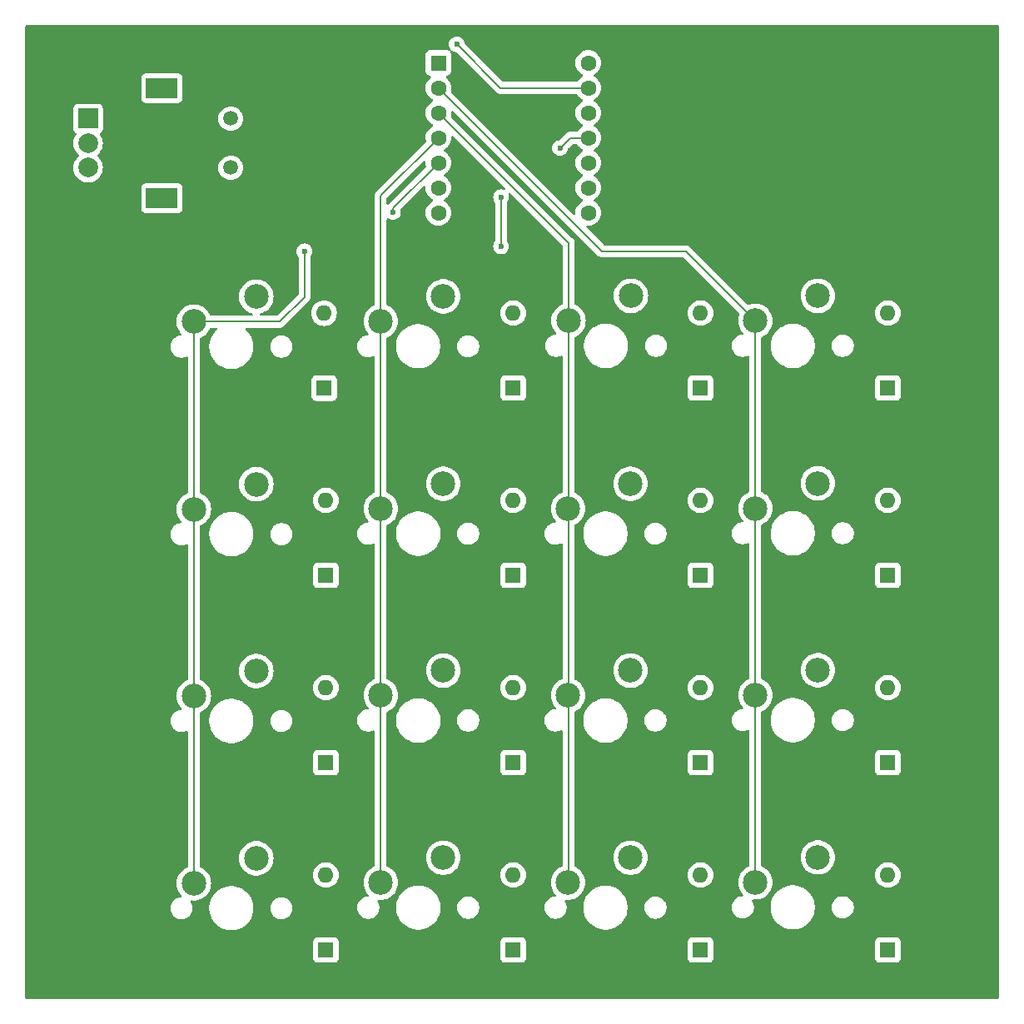
<source format=gbr>
%TF.GenerationSoftware,KiCad,Pcbnew,8.0.5*%
%TF.CreationDate,2024-10-27T13:39:58+01:00*%
%TF.ProjectId,V4.0HackPad,56342e30-4861-4636-9b50-61642e6b6963,3*%
%TF.SameCoordinates,Original*%
%TF.FileFunction,Copper,L2,Bot*%
%TF.FilePolarity,Positive*%
%FSLAX46Y46*%
G04 Gerber Fmt 4.6, Leading zero omitted, Abs format (unit mm)*
G04 Created by KiCad (PCBNEW 8.0.5) date 2024-10-27 13:39:58*
%MOMM*%
%LPD*%
G01*
G04 APERTURE LIST*
%TA.AperFunction,ComponentPad*%
%ADD10C,1.500000*%
%TD*%
%TA.AperFunction,ComponentPad*%
%ADD11R,2.000000X2.000000*%
%TD*%
%TA.AperFunction,ComponentPad*%
%ADD12C,2.000000*%
%TD*%
%TA.AperFunction,ComponentPad*%
%ADD13R,3.200000X2.000000*%
%TD*%
%TA.AperFunction,ComponentPad*%
%ADD14C,2.500000*%
%TD*%
%TA.AperFunction,ComponentPad*%
%ADD15R,1.600000X1.600000*%
%TD*%
%TA.AperFunction,ComponentPad*%
%ADD16C,1.600000*%
%TD*%
%TA.AperFunction,ComponentPad*%
%ADD17O,1.600000X1.600000*%
%TD*%
%TA.AperFunction,ViaPad*%
%ADD18C,0.600000*%
%TD*%
%TA.AperFunction,Conductor*%
%ADD19C,0.200000*%
%TD*%
G04 APERTURE END LIST*
D10*
%TO.P,SW1,*%
%TO.N,*%
X107000000Y-55000000D03*
X107000000Y-60000000D03*
D11*
%TO.P,SW1,A,A*%
%TO.N,RA*%
X92500000Y-55000000D03*
D12*
%TO.P,SW1,B,B*%
%TO.N,RB*%
X92500000Y-60000000D03*
%TO.P,SW1,C,C*%
%TO.N,GND*%
X92500000Y-57500000D03*
D13*
%TO.P,SW1,MP*%
%TO.N,N/C*%
X100000000Y-51900000D03*
X100000000Y-63100000D03*
%TD*%
D14*
%TO.P,S14,1,1*%
%TO.N,Column3*%
X160360000Y-94630000D03*
%TO.P,S14,2,2*%
%TO.N,Net-(D14-A)*%
X166710000Y-92090000D03*
%TD*%
%TO.P,S2,1,1*%
%TO.N,Column0*%
X103260000Y-94720000D03*
%TO.P,S2,2,2*%
%TO.N,Net-(D2-A)*%
X109610000Y-92180000D03*
%TD*%
%TO.P,S11,1,1*%
%TO.N,Column2*%
X141310000Y-113670000D03*
%TO.P,S11,2,2*%
%TO.N,Net-(D11-A)*%
X147660000Y-111130000D03*
%TD*%
%TO.P,S10,1,1*%
%TO.N,Column2*%
X141310000Y-94670000D03*
%TO.P,S10,2,2*%
%TO.N,Net-(D10-A)*%
X147660000Y-92130000D03*
%TD*%
D15*
%TO.P,U1,1,PA02_A0_D0*%
%TO.N,unconnected-(U1-PA02_A0_D0-Pad1)*%
X128130000Y-49340000D03*
D16*
%TO.P,U1,2,PA4_A1_D1*%
%TO.N,Column3*%
X128130000Y-51880000D03*
%TO.P,U1,3,PA10_A2_D2*%
%TO.N,Column2*%
X128130000Y-54420000D03*
%TO.P,U1,4,PA11_A3_D3*%
%TO.N,Column1*%
X128130000Y-56960000D03*
%TO.P,U1,5,PA8_A4_D4_SDA*%
%TO.N,Column0*%
X128130000Y-59500000D03*
%TO.P,U1,6,PA9_A5_D5_SCL*%
%TO.N,Row1*%
X128130000Y-62040000D03*
%TO.P,U1,7,PB08_A6_D6_TX*%
%TO.N,Row0*%
X128130000Y-64580000D03*
%TO.P,U1,8,PB09_A7_D7_RX*%
%TO.N,Row2*%
X143370000Y-64580000D03*
%TO.P,U1,9,PA7_A8_D8_SCK*%
%TO.N,Row3*%
X143370000Y-62040000D03*
%TO.P,U1,10,PA5_A9_D9_MISO*%
%TO.N,RA*%
X143370000Y-59500000D03*
%TO.P,U1,11,PA6_A10_D10_MOSI*%
%TO.N,RB*%
X143370000Y-56960000D03*
%TO.P,U1,12,3V3*%
%TO.N,unconnected-(U1-3V3-Pad12)*%
X143370000Y-54420000D03*
%TO.P,U1,13,GND*%
%TO.N,GND*%
X143370000Y-51880000D03*
%TO.P,U1,14,5V*%
%TO.N,unconnected-(U1-5V-Pad14)*%
X143370000Y-49340000D03*
%TD*%
D14*
%TO.P,S5,1,1*%
%TO.N,Column1*%
X122260000Y-75610000D03*
%TO.P,S5,2,2*%
%TO.N,Net-(D5-A)*%
X128610000Y-73070000D03*
%TD*%
%TO.P,S15,1,1*%
%TO.N,Column3*%
X160360000Y-113630000D03*
%TO.P,S15,2,2*%
%TO.N,Net-(D15-A)*%
X166710000Y-111090000D03*
%TD*%
%TO.P,S16,1,1*%
%TO.N,Column3*%
X160360000Y-132670000D03*
%TO.P,S16,2,2*%
%TO.N,Net-(D16-A)*%
X166710000Y-130130000D03*
%TD*%
%TO.P,S13,1,1*%
%TO.N,Column3*%
X160360000Y-75570000D03*
%TO.P,S13,2,2*%
%TO.N,Net-(D13-A)*%
X166710000Y-73030000D03*
%TD*%
%TO.P,S8,1,1*%
%TO.N,Column1*%
X122270000Y-132710000D03*
%TO.P,S8,2,2*%
%TO.N,Net-(D8-A)*%
X128620000Y-130170000D03*
%TD*%
%TO.P,S3,1,1*%
%TO.N,Column0*%
X103260000Y-113720000D03*
%TO.P,S3,2,2*%
%TO.N,Net-(D3-A)*%
X109610000Y-111180000D03*
%TD*%
%TO.P,S4,1,1*%
%TO.N,Column0*%
X103260000Y-132760000D03*
%TO.P,S4,2,2*%
%TO.N,Net-(D4-A)*%
X109610000Y-130220000D03*
%TD*%
%TO.P,S12,1,1*%
%TO.N,Column2*%
X141310000Y-132710000D03*
%TO.P,S12,2,2*%
%TO.N,Net-(D12-A)*%
X147660000Y-130170000D03*
%TD*%
%TO.P,S6,1,1*%
%TO.N,Column1*%
X122270000Y-94670000D03*
%TO.P,S6,2,2*%
%TO.N,Net-(D6-A)*%
X128620000Y-92130000D03*
%TD*%
%TO.P,S1,1,1*%
%TO.N,Column0*%
X103260000Y-75660000D03*
%TO.P,S1,2,2*%
%TO.N,Net-(D1-A)*%
X109610000Y-73120000D03*
%TD*%
%TO.P,S7,1,1*%
%TO.N,Column1*%
X122270000Y-113670000D03*
%TO.P,S7,2,2*%
%TO.N,Net-(D7-A)*%
X128620000Y-111130000D03*
%TD*%
%TO.P,S9,1,1*%
%TO.N,Column2*%
X141360000Y-75570000D03*
%TO.P,S9,2,2*%
%TO.N,Net-(D9-A)*%
X147710000Y-73030000D03*
%TD*%
D15*
%TO.P,D16,1,K*%
%TO.N,Row3*%
X173831250Y-139541250D03*
D17*
%TO.P,D16,2,A*%
%TO.N,Net-(D16-A)*%
X173831250Y-131921250D03*
%TD*%
D15*
%TO.P,D7,1,K*%
%TO.N,Row2*%
X135731250Y-120491250D03*
D17*
%TO.P,D7,2,A*%
%TO.N,Net-(D7-A)*%
X135731250Y-112871250D03*
%TD*%
D15*
%TO.P,D5,1,K*%
%TO.N,Row0*%
X135731250Y-82391250D03*
D17*
%TO.P,D5,2,A*%
%TO.N,Net-(D5-A)*%
X135731250Y-74771250D03*
%TD*%
D15*
%TO.P,D12,1,K*%
%TO.N,Row3*%
X154781250Y-139541250D03*
D17*
%TO.P,D12,2,A*%
%TO.N,Net-(D12-A)*%
X154781250Y-131921250D03*
%TD*%
D15*
%TO.P,D1,1,K*%
%TO.N,Row0*%
X116500000Y-82410000D03*
D17*
%TO.P,D1,2,A*%
%TO.N,Net-(D1-A)*%
X116500000Y-74790000D03*
%TD*%
D15*
%TO.P,D10,1,K*%
%TO.N,Row1*%
X154781250Y-101441250D03*
D17*
%TO.P,D10,2,A*%
%TO.N,Net-(D10-A)*%
X154781250Y-93821250D03*
%TD*%
D15*
%TO.P,D14,1,K*%
%TO.N,Row1*%
X173831250Y-101441250D03*
D17*
%TO.P,D14,2,A*%
%TO.N,Net-(D14-A)*%
X173831250Y-93821250D03*
%TD*%
D15*
%TO.P,D13,1,K*%
%TO.N,Row0*%
X173831250Y-82391250D03*
D17*
%TO.P,D13,2,A*%
%TO.N,Net-(D13-A)*%
X173831250Y-74771250D03*
%TD*%
D15*
%TO.P,D6,1,K*%
%TO.N,Row1*%
X135731250Y-101441250D03*
D17*
%TO.P,D6,2,A*%
%TO.N,Net-(D6-A)*%
X135731250Y-93821250D03*
%TD*%
D15*
%TO.P,D11,1,K*%
%TO.N,Row2*%
X154781250Y-120491250D03*
D17*
%TO.P,D11,2,A*%
%TO.N,Net-(D11-A)*%
X154781250Y-112871250D03*
%TD*%
D15*
%TO.P,D2,1,K*%
%TO.N,Row1*%
X116681250Y-101441250D03*
D17*
%TO.P,D2,2,A*%
%TO.N,Net-(D2-A)*%
X116681250Y-93821250D03*
%TD*%
D15*
%TO.P,D4,1,K*%
%TO.N,Row3*%
X116681250Y-139541250D03*
D17*
%TO.P,D4,2,A*%
%TO.N,Net-(D4-A)*%
X116681250Y-131921250D03*
%TD*%
D15*
%TO.P,D15,1,K*%
%TO.N,Row2*%
X173831250Y-120491250D03*
D17*
%TO.P,D15,2,A*%
%TO.N,Net-(D15-A)*%
X173831250Y-112871250D03*
%TD*%
D15*
%TO.P,D8,1,K*%
%TO.N,Row3*%
X135731250Y-139541250D03*
D17*
%TO.P,D8,2,A*%
%TO.N,Net-(D8-A)*%
X135731250Y-131921250D03*
%TD*%
D15*
%TO.P,D3,1,K*%
%TO.N,Row2*%
X116681250Y-120491250D03*
D17*
%TO.P,D3,2,A*%
%TO.N,Net-(D3-A)*%
X116681250Y-112871250D03*
%TD*%
D15*
%TO.P,D9,1,K*%
%TO.N,Row0*%
X154781250Y-82391250D03*
D17*
%TO.P,D9,2,A*%
%TO.N,Net-(D9-A)*%
X154781250Y-74771250D03*
%TD*%
D18*
%TO.N,Column0*%
X114500000Y-68500000D03*
X123500000Y-64500000D03*
%TO.N,RB*%
X140500000Y-58000000D03*
X134500000Y-63000000D03*
X134500000Y-68000000D03*
%TO.N,GND*%
X130000000Y-47440000D03*
%TD*%
D19*
%TO.N,Column0*%
X114500000Y-73130000D02*
X111970000Y-75660000D01*
X114500000Y-68500000D02*
X114500000Y-73130000D01*
X103260000Y-75660000D02*
X103260000Y-132760000D01*
X103260000Y-75660000D02*
X111970000Y-75660000D01*
X123500000Y-64130000D02*
X123500000Y-64500000D01*
X128130000Y-59500000D02*
X123500000Y-64130000D01*
%TO.N,Column1*%
X122260000Y-75610000D02*
X122260000Y-62830000D01*
X122260000Y-75610000D02*
X122260000Y-132700000D01*
X122260000Y-132700000D02*
X122270000Y-132710000D01*
X122260000Y-62830000D02*
X128130000Y-56960000D01*
%TO.N,Column2*%
X141360000Y-67650000D02*
X128130000Y-54420000D01*
X141360000Y-75570000D02*
X141360000Y-67650000D01*
X141360000Y-75570000D02*
X141360000Y-132660000D01*
X141360000Y-132660000D02*
X141310000Y-132710000D01*
%TO.N,Column3*%
X160360000Y-75570000D02*
X153290000Y-68500000D01*
X160360000Y-75570000D02*
X160360000Y-132670000D01*
X153290000Y-68500000D02*
X144750000Y-68500000D01*
X144750000Y-68500000D02*
X128130000Y-51880000D01*
%TO.N,RB*%
X141540000Y-56960000D02*
X143370000Y-56960000D01*
X134500000Y-68000000D02*
X134500000Y-63000000D01*
X140500000Y-58000000D02*
X141540000Y-56960000D01*
%TO.N,GND*%
X134440000Y-51880000D02*
X143370000Y-51880000D01*
X130000000Y-47440000D02*
X134440000Y-51880000D01*
%TD*%
%TA.AperFunction,NonConductor*%
G36*
X185062539Y-45520185D02*
G01*
X185108294Y-45572989D01*
X185119500Y-45624500D01*
X185119500Y-144375500D01*
X185099815Y-144442539D01*
X185047011Y-144488294D01*
X184995500Y-144499500D01*
X86244500Y-144499500D01*
X86177461Y-144479815D01*
X86131706Y-144427011D01*
X86120500Y-144375500D01*
X86120500Y-138693385D01*
X115380750Y-138693385D01*
X115380750Y-140389120D01*
X115380751Y-140389126D01*
X115387158Y-140448733D01*
X115437452Y-140583578D01*
X115437456Y-140583585D01*
X115523702Y-140698794D01*
X115523705Y-140698797D01*
X115638914Y-140785043D01*
X115638921Y-140785047D01*
X115773767Y-140835341D01*
X115773766Y-140835341D01*
X115780694Y-140836085D01*
X115833377Y-140841750D01*
X117529122Y-140841749D01*
X117588733Y-140835341D01*
X117723581Y-140785046D01*
X117838796Y-140698796D01*
X117925046Y-140583581D01*
X117975341Y-140448733D01*
X117981750Y-140389123D01*
X117981749Y-138693385D01*
X134430750Y-138693385D01*
X134430750Y-140389120D01*
X134430751Y-140389126D01*
X134437158Y-140448733D01*
X134487452Y-140583578D01*
X134487456Y-140583585D01*
X134573702Y-140698794D01*
X134573705Y-140698797D01*
X134688914Y-140785043D01*
X134688921Y-140785047D01*
X134823767Y-140835341D01*
X134823766Y-140835341D01*
X134830694Y-140836085D01*
X134883377Y-140841750D01*
X136579122Y-140841749D01*
X136638733Y-140835341D01*
X136773581Y-140785046D01*
X136888796Y-140698796D01*
X136975046Y-140583581D01*
X137025341Y-140448733D01*
X137031750Y-140389123D01*
X137031749Y-138693385D01*
X153480750Y-138693385D01*
X153480750Y-140389120D01*
X153480751Y-140389126D01*
X153487158Y-140448733D01*
X153537452Y-140583578D01*
X153537456Y-140583585D01*
X153623702Y-140698794D01*
X153623705Y-140698797D01*
X153738914Y-140785043D01*
X153738921Y-140785047D01*
X153873767Y-140835341D01*
X153873766Y-140835341D01*
X153880694Y-140836085D01*
X153933377Y-140841750D01*
X155629122Y-140841749D01*
X155688733Y-140835341D01*
X155823581Y-140785046D01*
X155938796Y-140698796D01*
X156025046Y-140583581D01*
X156075341Y-140448733D01*
X156081750Y-140389123D01*
X156081749Y-138693385D01*
X172530750Y-138693385D01*
X172530750Y-140389120D01*
X172530751Y-140389126D01*
X172537158Y-140448733D01*
X172587452Y-140583578D01*
X172587456Y-140583585D01*
X172673702Y-140698794D01*
X172673705Y-140698797D01*
X172788914Y-140785043D01*
X172788921Y-140785047D01*
X172923767Y-140835341D01*
X172923766Y-140835341D01*
X172930694Y-140836085D01*
X172983377Y-140841750D01*
X174679122Y-140841749D01*
X174738733Y-140835341D01*
X174873581Y-140785046D01*
X174988796Y-140698796D01*
X175075046Y-140583581D01*
X175125341Y-140448733D01*
X175131750Y-140389123D01*
X175131749Y-138693378D01*
X175125341Y-138633767D01*
X175075046Y-138498919D01*
X175075045Y-138498918D01*
X175075043Y-138498914D01*
X174988797Y-138383705D01*
X174988794Y-138383702D01*
X174873585Y-138297456D01*
X174873578Y-138297452D01*
X174738732Y-138247158D01*
X174738733Y-138247158D01*
X174679133Y-138240751D01*
X174679131Y-138240750D01*
X174679123Y-138240750D01*
X174679114Y-138240750D01*
X172983379Y-138240750D01*
X172983373Y-138240751D01*
X172923766Y-138247158D01*
X172788921Y-138297452D01*
X172788914Y-138297456D01*
X172673705Y-138383702D01*
X172673702Y-138383705D01*
X172587456Y-138498914D01*
X172587452Y-138498921D01*
X172537158Y-138633767D01*
X172530751Y-138693366D01*
X172530751Y-138693373D01*
X172530750Y-138693385D01*
X156081749Y-138693385D01*
X156081749Y-138693378D01*
X156075341Y-138633767D01*
X156025046Y-138498919D01*
X156025045Y-138498918D01*
X156025043Y-138498914D01*
X155938797Y-138383705D01*
X155938794Y-138383702D01*
X155823585Y-138297456D01*
X155823578Y-138297452D01*
X155688732Y-138247158D01*
X155688733Y-138247158D01*
X155629133Y-138240751D01*
X155629131Y-138240750D01*
X155629123Y-138240750D01*
X155629114Y-138240750D01*
X153933379Y-138240750D01*
X153933373Y-138240751D01*
X153873766Y-138247158D01*
X153738921Y-138297452D01*
X153738914Y-138297456D01*
X153623705Y-138383702D01*
X153623702Y-138383705D01*
X153537456Y-138498914D01*
X153537452Y-138498921D01*
X153487158Y-138633767D01*
X153480751Y-138693366D01*
X153480751Y-138693373D01*
X153480750Y-138693385D01*
X137031749Y-138693385D01*
X137031749Y-138693378D01*
X137025341Y-138633767D01*
X136975046Y-138498919D01*
X136975045Y-138498918D01*
X136975043Y-138498914D01*
X136888797Y-138383705D01*
X136888794Y-138383702D01*
X136773585Y-138297456D01*
X136773578Y-138297452D01*
X136638732Y-138247158D01*
X136638733Y-138247158D01*
X136579133Y-138240751D01*
X136579131Y-138240750D01*
X136579123Y-138240750D01*
X136579114Y-138240750D01*
X134883379Y-138240750D01*
X134883373Y-138240751D01*
X134823766Y-138247158D01*
X134688921Y-138297452D01*
X134688914Y-138297456D01*
X134573705Y-138383702D01*
X134573702Y-138383705D01*
X134487456Y-138498914D01*
X134487452Y-138498921D01*
X134437158Y-138633767D01*
X134430751Y-138693366D01*
X134430751Y-138693373D01*
X134430750Y-138693385D01*
X117981749Y-138693385D01*
X117981749Y-138693378D01*
X117975341Y-138633767D01*
X117925046Y-138498919D01*
X117925045Y-138498918D01*
X117925043Y-138498914D01*
X117838797Y-138383705D01*
X117838794Y-138383702D01*
X117723585Y-138297456D01*
X117723578Y-138297452D01*
X117588732Y-138247158D01*
X117588733Y-138247158D01*
X117529133Y-138240751D01*
X117529131Y-138240750D01*
X117529123Y-138240750D01*
X117529114Y-138240750D01*
X115833379Y-138240750D01*
X115833373Y-138240751D01*
X115773766Y-138247158D01*
X115638921Y-138297452D01*
X115638914Y-138297456D01*
X115523705Y-138383702D01*
X115523702Y-138383705D01*
X115437456Y-138498914D01*
X115437452Y-138498921D01*
X115387158Y-138633767D01*
X115380751Y-138693366D01*
X115380751Y-138693373D01*
X115380750Y-138693385D01*
X86120500Y-138693385D01*
X86120500Y-78111421D01*
X100864500Y-78111421D01*
X100864500Y-78288578D01*
X100892214Y-78463556D01*
X100946956Y-78632039D01*
X100946957Y-78632042D01*
X101027386Y-78789890D01*
X101131517Y-78933214D01*
X101256786Y-79058483D01*
X101400110Y-79162614D01*
X101459824Y-79193040D01*
X101557957Y-79243042D01*
X101557960Y-79243043D01*
X101642201Y-79270414D01*
X101726445Y-79297786D01*
X101901421Y-79325500D01*
X101901422Y-79325500D01*
X102078578Y-79325500D01*
X102078579Y-79325500D01*
X102253555Y-79297786D01*
X102422042Y-79243042D01*
X102479205Y-79213915D01*
X102547873Y-79201019D01*
X102612613Y-79227294D01*
X102652871Y-79284400D01*
X102659500Y-79324400D01*
X102659500Y-92988363D01*
X102639815Y-93055402D01*
X102589302Y-93100083D01*
X102382300Y-93199769D01*
X102165520Y-93347567D01*
X101973198Y-93526014D01*
X101809614Y-93731143D01*
X101678432Y-93958356D01*
X101582582Y-94202578D01*
X101582576Y-94202597D01*
X101524197Y-94458374D01*
X101524196Y-94458379D01*
X101504592Y-94719995D01*
X101504592Y-94720004D01*
X101524196Y-94981620D01*
X101524197Y-94981625D01*
X101582576Y-95237402D01*
X101582578Y-95237411D01*
X101582580Y-95237416D01*
X101678432Y-95481643D01*
X101809614Y-95708857D01*
X101860733Y-95772958D01*
X101973197Y-95913984D01*
X101979377Y-95919717D01*
X102015133Y-95979744D01*
X102012760Y-96049574D01*
X101973011Y-96107035D01*
X101908506Y-96133884D01*
X101904788Y-96134234D01*
X101901428Y-96134498D01*
X101726443Y-96162214D01*
X101557960Y-96216956D01*
X101557957Y-96216957D01*
X101400109Y-96297386D01*
X101342265Y-96339413D01*
X101256786Y-96401517D01*
X101256784Y-96401519D01*
X101256783Y-96401519D01*
X101131519Y-96526783D01*
X101131519Y-96526784D01*
X101131517Y-96526786D01*
X101092776Y-96580109D01*
X101027386Y-96670109D01*
X100946957Y-96827957D01*
X100946956Y-96827960D01*
X100892214Y-96996443D01*
X100864500Y-97171421D01*
X100864500Y-97348578D01*
X100892214Y-97523556D01*
X100946956Y-97692039D01*
X100946957Y-97692042D01*
X101027386Y-97849890D01*
X101131517Y-97993214D01*
X101256786Y-98118483D01*
X101400110Y-98222614D01*
X101459824Y-98253040D01*
X101557957Y-98303042D01*
X101557960Y-98303043D01*
X101642201Y-98330414D01*
X101726445Y-98357786D01*
X101901421Y-98385500D01*
X101901422Y-98385500D01*
X102078578Y-98385500D01*
X102078579Y-98385500D01*
X102253555Y-98357786D01*
X102422042Y-98303042D01*
X102479205Y-98273915D01*
X102547873Y-98261019D01*
X102612613Y-98287294D01*
X102652871Y-98344400D01*
X102659500Y-98384400D01*
X102659500Y-111988363D01*
X102639815Y-112055402D01*
X102589302Y-112100083D01*
X102382300Y-112199769D01*
X102165520Y-112347567D01*
X101973198Y-112526014D01*
X101809614Y-112731143D01*
X101678432Y-112958356D01*
X101582582Y-113202578D01*
X101582576Y-113202597D01*
X101524197Y-113458374D01*
X101524196Y-113458379D01*
X101504592Y-113719995D01*
X101504592Y-113720004D01*
X101524196Y-113981620D01*
X101524197Y-113981625D01*
X101582576Y-114237402D01*
X101582578Y-114237411D01*
X101582580Y-114237416D01*
X101678432Y-114481643D01*
X101809614Y-114708857D01*
X101860733Y-114772958D01*
X101973197Y-114913984D01*
X101979377Y-114919717D01*
X102015133Y-114979744D01*
X102012760Y-115049574D01*
X101973011Y-115107035D01*
X101908506Y-115133884D01*
X101904788Y-115134234D01*
X101901428Y-115134498D01*
X101726443Y-115162214D01*
X101557960Y-115216956D01*
X101557957Y-115216957D01*
X101400109Y-115297386D01*
X101342265Y-115339413D01*
X101256786Y-115401517D01*
X101256784Y-115401519D01*
X101256783Y-115401519D01*
X101131519Y-115526783D01*
X101131519Y-115526784D01*
X101131517Y-115526786D01*
X101092776Y-115580109D01*
X101027386Y-115670109D01*
X100946957Y-115827957D01*
X100946956Y-115827960D01*
X100892214Y-115996443D01*
X100864500Y-116171421D01*
X100864500Y-116348578D01*
X100892214Y-116523556D01*
X100946956Y-116692039D01*
X100946957Y-116692042D01*
X101027386Y-116849890D01*
X101131517Y-116993214D01*
X101256786Y-117118483D01*
X101400110Y-117222614D01*
X101459824Y-117253040D01*
X101557957Y-117303042D01*
X101557960Y-117303043D01*
X101642201Y-117330414D01*
X101726445Y-117357786D01*
X101901421Y-117385500D01*
X101901422Y-117385500D01*
X102078578Y-117385500D01*
X102078579Y-117385500D01*
X102253555Y-117357786D01*
X102422042Y-117303042D01*
X102479205Y-117273915D01*
X102547873Y-117261019D01*
X102612613Y-117287294D01*
X102652871Y-117344400D01*
X102659500Y-117384400D01*
X102659500Y-131028363D01*
X102639815Y-131095402D01*
X102589302Y-131140083D01*
X102382300Y-131239769D01*
X102165520Y-131387567D01*
X101973198Y-131566014D01*
X101809614Y-131771143D01*
X101678432Y-131998356D01*
X101582582Y-132242578D01*
X101582576Y-132242597D01*
X101524197Y-132498374D01*
X101524196Y-132498379D01*
X101504592Y-132759995D01*
X101504592Y-132760004D01*
X101524196Y-133021620D01*
X101524197Y-133021625D01*
X101582576Y-133277402D01*
X101582578Y-133277411D01*
X101582580Y-133277416D01*
X101678432Y-133521643D01*
X101809614Y-133748857D01*
X101860733Y-133812958D01*
X101973197Y-133953984D01*
X101979377Y-133959717D01*
X102015133Y-134019744D01*
X102012760Y-134089574D01*
X101973011Y-134147035D01*
X101908506Y-134173884D01*
X101904788Y-134174234D01*
X101901428Y-134174498D01*
X101726443Y-134202214D01*
X101557960Y-134256956D01*
X101557957Y-134256957D01*
X101400109Y-134337386D01*
X101339538Y-134381394D01*
X101256786Y-134441517D01*
X101256784Y-134441519D01*
X101256783Y-134441519D01*
X101131519Y-134566783D01*
X101131519Y-134566784D01*
X101131517Y-134566786D01*
X101121937Y-134579972D01*
X101027386Y-134710109D01*
X100946957Y-134867957D01*
X100946956Y-134867960D01*
X100892214Y-135036443D01*
X100864500Y-135211421D01*
X100864500Y-135388578D01*
X100892214Y-135563556D01*
X100946956Y-135732039D01*
X100946957Y-135732042D01*
X101027386Y-135889890D01*
X101131517Y-136033214D01*
X101256786Y-136158483D01*
X101400110Y-136262614D01*
X101459828Y-136293042D01*
X101557957Y-136343042D01*
X101557960Y-136343043D01*
X101642201Y-136370414D01*
X101726445Y-136397786D01*
X101901421Y-136425500D01*
X101901422Y-136425500D01*
X102078578Y-136425500D01*
X102078579Y-136425500D01*
X102253555Y-136397786D01*
X102422042Y-136343042D01*
X102579890Y-136262614D01*
X102723214Y-136158483D01*
X102848483Y-136033214D01*
X102952614Y-135889890D01*
X103033042Y-135732042D01*
X103087786Y-135563555D01*
X103115500Y-135388579D01*
X103115500Y-135211421D01*
X103106165Y-135152486D01*
X104819500Y-135152486D01*
X104819500Y-135447513D01*
X104834778Y-135563555D01*
X104858007Y-135739993D01*
X104923178Y-135983215D01*
X104934361Y-136024951D01*
X104934364Y-136024961D01*
X105047254Y-136297500D01*
X105047258Y-136297510D01*
X105194761Y-136552993D01*
X105374352Y-136787040D01*
X105374358Y-136787047D01*
X105582952Y-136995641D01*
X105582959Y-136995647D01*
X105817006Y-137175238D01*
X106072489Y-137322741D01*
X106072490Y-137322741D01*
X106072493Y-137322743D01*
X106283296Y-137410060D01*
X106312103Y-137421993D01*
X106345048Y-137435639D01*
X106630007Y-137511993D01*
X106922494Y-137550500D01*
X106922501Y-137550500D01*
X107217499Y-137550500D01*
X107217506Y-137550500D01*
X107509993Y-137511993D01*
X107794952Y-137435639D01*
X108067507Y-137322743D01*
X108322994Y-137175238D01*
X108557042Y-136995646D01*
X108765646Y-136787042D01*
X108945238Y-136552994D01*
X109092743Y-136297507D01*
X109205639Y-136024952D01*
X109281993Y-135739993D01*
X109320500Y-135447506D01*
X109320500Y-135211421D01*
X111024500Y-135211421D01*
X111024500Y-135388578D01*
X111052214Y-135563556D01*
X111106956Y-135732039D01*
X111106957Y-135732042D01*
X111187386Y-135889890D01*
X111291517Y-136033214D01*
X111416786Y-136158483D01*
X111560110Y-136262614D01*
X111619828Y-136293042D01*
X111717957Y-136343042D01*
X111717960Y-136343043D01*
X111802201Y-136370414D01*
X111886445Y-136397786D01*
X112061421Y-136425500D01*
X112061422Y-136425500D01*
X112238578Y-136425500D01*
X112238579Y-136425500D01*
X112413555Y-136397786D01*
X112582042Y-136343042D01*
X112739890Y-136262614D01*
X112883214Y-136158483D01*
X113008483Y-136033214D01*
X113112614Y-135889890D01*
X113193042Y-135732042D01*
X113247786Y-135563555D01*
X113275500Y-135388579D01*
X113275500Y-135211421D01*
X113247786Y-135036445D01*
X113193042Y-134867958D01*
X113193042Y-134867957D01*
X113112613Y-134710109D01*
X113102201Y-134695778D01*
X113008483Y-134566786D01*
X112883214Y-134441517D01*
X112739890Y-134337386D01*
X112715752Y-134325087D01*
X112582042Y-134256957D01*
X112582039Y-134256956D01*
X112413556Y-134202214D01*
X112326067Y-134188357D01*
X112238579Y-134174500D01*
X112061421Y-134174500D01*
X112003095Y-134183738D01*
X111886443Y-134202214D01*
X111717960Y-134256956D01*
X111717957Y-134256957D01*
X111560109Y-134337386D01*
X111499538Y-134381394D01*
X111416786Y-134441517D01*
X111416784Y-134441519D01*
X111416783Y-134441519D01*
X111291519Y-134566783D01*
X111291519Y-134566784D01*
X111291517Y-134566786D01*
X111281937Y-134579972D01*
X111187386Y-134710109D01*
X111106957Y-134867957D01*
X111106956Y-134867960D01*
X111052214Y-135036443D01*
X111024500Y-135211421D01*
X109320500Y-135211421D01*
X109320500Y-135152494D01*
X109281993Y-134860007D01*
X109205639Y-134575048D01*
X109092743Y-134302493D01*
X109079888Y-134280228D01*
X108945238Y-134047006D01*
X108765647Y-133812959D01*
X108765641Y-133812952D01*
X108557047Y-133604358D01*
X108557040Y-133604352D01*
X108322993Y-133424761D01*
X108067510Y-133277258D01*
X108067500Y-133277254D01*
X107794961Y-133164364D01*
X107794954Y-133164362D01*
X107794952Y-133164361D01*
X107509993Y-133088007D01*
X107461113Y-133081571D01*
X107217513Y-133049500D01*
X107217506Y-133049500D01*
X106922494Y-133049500D01*
X106922486Y-133049500D01*
X106644085Y-133086153D01*
X106630007Y-133088007D01*
X106531652Y-133114361D01*
X106345048Y-133164361D01*
X106345038Y-133164364D01*
X106072499Y-133277254D01*
X106072489Y-133277258D01*
X105817006Y-133424761D01*
X105582959Y-133604352D01*
X105582952Y-133604358D01*
X105374358Y-133812952D01*
X105374352Y-133812959D01*
X105194761Y-134047006D01*
X105047258Y-134302489D01*
X105047254Y-134302499D01*
X104934364Y-134575038D01*
X104934361Y-134575048D01*
X104869274Y-134817960D01*
X104858008Y-134860004D01*
X104858006Y-134860015D01*
X104819500Y-135152486D01*
X103106165Y-135152486D01*
X103087786Y-135036445D01*
X103033042Y-134867958D01*
X103033042Y-134867957D01*
X102983133Y-134770007D01*
X102952614Y-134710110D01*
X102951529Y-134708617D01*
X102942202Y-134695778D01*
X102918722Y-134629972D01*
X102934548Y-134561918D01*
X102984654Y-134513223D01*
X103053132Y-134499348D01*
X103060992Y-134500276D01*
X103128818Y-134510500D01*
X103391182Y-134510500D01*
X103650615Y-134471396D01*
X103901323Y-134394063D01*
X104137704Y-134280228D01*
X104354479Y-134132433D01*
X104503733Y-133993945D01*
X104546801Y-133953985D01*
X104546801Y-133953983D01*
X104546805Y-133953981D01*
X104710386Y-133748857D01*
X104841568Y-133521643D01*
X104937420Y-133277416D01*
X104995802Y-133021630D01*
X104995803Y-133021620D01*
X105015408Y-132760004D01*
X105015408Y-132759995D01*
X104995803Y-132498379D01*
X104995802Y-132498374D01*
X104995802Y-132498370D01*
X104937420Y-132242584D01*
X104841568Y-131998357D01*
X104710386Y-131771143D01*
X104546805Y-131566019D01*
X104546804Y-131566018D01*
X104546801Y-131566014D01*
X104354479Y-131387567D01*
X104319885Y-131363981D01*
X104137704Y-131239772D01*
X104137701Y-131239771D01*
X104137699Y-131239769D01*
X103930698Y-131140083D01*
X103878839Y-131093261D01*
X103860500Y-131028363D01*
X103860500Y-130219995D01*
X107854592Y-130219995D01*
X107854592Y-130220004D01*
X107874196Y-130481620D01*
X107874197Y-130481625D01*
X107932576Y-130737402D01*
X107932578Y-130737411D01*
X107932580Y-130737416D01*
X108028432Y-130981643D01*
X108159614Y-131208857D01*
X108251426Y-131323985D01*
X108323198Y-131413985D01*
X108487048Y-131566014D01*
X108515521Y-131592433D01*
X108732296Y-131740228D01*
X108732301Y-131740230D01*
X108732302Y-131740231D01*
X108732303Y-131740232D01*
X108857843Y-131800688D01*
X108968673Y-131854061D01*
X108968674Y-131854061D01*
X108968677Y-131854063D01*
X109219385Y-131931396D01*
X109478818Y-131970500D01*
X109741182Y-131970500D01*
X110000615Y-131931396D01*
X110033514Y-131921248D01*
X115375782Y-131921248D01*
X115375782Y-131921251D01*
X115395614Y-132147936D01*
X115395616Y-132147947D01*
X115454508Y-132367738D01*
X115454511Y-132367747D01*
X115550681Y-132573982D01*
X115550682Y-132573984D01*
X115681204Y-132760391D01*
X115842108Y-132921295D01*
X115842111Y-132921297D01*
X116028516Y-133051818D01*
X116234754Y-133147989D01*
X116454558Y-133206885D01*
X116616480Y-133221051D01*
X116681248Y-133226718D01*
X116681250Y-133226718D01*
X116681252Y-133226718D01*
X116737923Y-133221759D01*
X116907942Y-133206885D01*
X117127746Y-133147989D01*
X117333984Y-133051818D01*
X117520389Y-132921297D01*
X117681297Y-132760389D01*
X117811818Y-132573984D01*
X117907989Y-132367746D01*
X117966885Y-132147942D01*
X117986718Y-131921250D01*
X117986652Y-131920500D01*
X117972966Y-131764063D01*
X117966885Y-131694558D01*
X117907989Y-131474754D01*
X117811818Y-131268516D01*
X117690603Y-131095402D01*
X117681295Y-131082108D01*
X117520391Y-130921204D01*
X117333984Y-130790682D01*
X117333982Y-130790681D01*
X117127747Y-130694511D01*
X117127738Y-130694508D01*
X116907947Y-130635616D01*
X116907943Y-130635615D01*
X116907942Y-130635615D01*
X116907941Y-130635614D01*
X116907936Y-130635614D01*
X116681252Y-130615782D01*
X116681248Y-130615782D01*
X116454563Y-130635614D01*
X116454552Y-130635616D01*
X116234761Y-130694508D01*
X116234752Y-130694511D01*
X116028517Y-130790681D01*
X116028515Y-130790682D01*
X115842108Y-130921204D01*
X115681204Y-131082108D01*
X115550682Y-131268515D01*
X115550681Y-131268517D01*
X115454511Y-131474752D01*
X115454508Y-131474761D01*
X115395616Y-131694552D01*
X115395614Y-131694563D01*
X115375782Y-131921248D01*
X110033514Y-131921248D01*
X110251323Y-131854063D01*
X110487704Y-131740228D01*
X110704479Y-131592433D01*
X110896805Y-131413981D01*
X111060386Y-131208857D01*
X111191568Y-130981643D01*
X111287420Y-130737416D01*
X111345802Y-130481630D01*
X111349549Y-130431630D01*
X111365408Y-130220004D01*
X111365408Y-130219995D01*
X111345803Y-129958379D01*
X111345802Y-129958374D01*
X111345802Y-129958370D01*
X111287420Y-129702584D01*
X111191568Y-129458357D01*
X111060386Y-129231143D01*
X110896805Y-129026019D01*
X110896804Y-129026018D01*
X110896801Y-129026014D01*
X110704479Y-128847567D01*
X110487704Y-128699772D01*
X110487700Y-128699770D01*
X110487697Y-128699768D01*
X110487696Y-128699767D01*
X110251325Y-128585938D01*
X110251327Y-128585938D01*
X110000623Y-128508606D01*
X110000619Y-128508605D01*
X110000615Y-128508604D01*
X109875823Y-128489794D01*
X109741187Y-128469500D01*
X109741182Y-128469500D01*
X109478818Y-128469500D01*
X109478812Y-128469500D01*
X109317247Y-128493853D01*
X109219385Y-128508604D01*
X109219382Y-128508605D01*
X109219376Y-128508606D01*
X108968673Y-128585938D01*
X108732303Y-128699767D01*
X108732302Y-128699768D01*
X108515520Y-128847567D01*
X108323198Y-129026014D01*
X108159614Y-129231143D01*
X108028432Y-129458356D01*
X107932582Y-129702578D01*
X107932576Y-129702597D01*
X107874197Y-129958374D01*
X107874196Y-129958379D01*
X107854592Y-130219995D01*
X103860500Y-130219995D01*
X103860500Y-119643385D01*
X115380750Y-119643385D01*
X115380750Y-121339120D01*
X115380751Y-121339126D01*
X115387158Y-121398733D01*
X115437452Y-121533578D01*
X115437456Y-121533585D01*
X115523702Y-121648794D01*
X115523705Y-121648797D01*
X115638914Y-121735043D01*
X115638921Y-121735047D01*
X115773767Y-121785341D01*
X115773766Y-121785341D01*
X115780694Y-121786085D01*
X115833377Y-121791750D01*
X117529122Y-121791749D01*
X117588733Y-121785341D01*
X117723581Y-121735046D01*
X117838796Y-121648796D01*
X117925046Y-121533581D01*
X117975341Y-121398733D01*
X117981750Y-121339123D01*
X117981749Y-119643378D01*
X117975341Y-119583767D01*
X117925046Y-119448919D01*
X117925045Y-119448918D01*
X117925043Y-119448914D01*
X117838797Y-119333705D01*
X117838794Y-119333702D01*
X117723585Y-119247456D01*
X117723578Y-119247452D01*
X117588732Y-119197158D01*
X117588733Y-119197158D01*
X117529133Y-119190751D01*
X117529131Y-119190750D01*
X117529123Y-119190750D01*
X117529114Y-119190750D01*
X115833379Y-119190750D01*
X115833373Y-119190751D01*
X115773766Y-119197158D01*
X115638921Y-119247452D01*
X115638914Y-119247456D01*
X115523705Y-119333702D01*
X115523702Y-119333705D01*
X115437456Y-119448914D01*
X115437452Y-119448921D01*
X115387158Y-119583767D01*
X115380751Y-119643366D01*
X115380751Y-119643373D01*
X115380750Y-119643385D01*
X103860500Y-119643385D01*
X103860500Y-116112486D01*
X104819500Y-116112486D01*
X104819500Y-116407513D01*
X104834778Y-116523555D01*
X104858007Y-116699993D01*
X104923178Y-116943215D01*
X104934361Y-116984951D01*
X104934364Y-116984961D01*
X105047254Y-117257500D01*
X105047258Y-117257510D01*
X105194761Y-117512993D01*
X105374352Y-117747040D01*
X105374358Y-117747047D01*
X105582952Y-117955641D01*
X105582959Y-117955647D01*
X105817006Y-118135238D01*
X106072489Y-118282741D01*
X106072490Y-118282741D01*
X106072493Y-118282743D01*
X106283296Y-118370060D01*
X106312103Y-118381993D01*
X106345048Y-118395639D01*
X106630007Y-118471993D01*
X106922494Y-118510500D01*
X106922501Y-118510500D01*
X107217499Y-118510500D01*
X107217506Y-118510500D01*
X107509993Y-118471993D01*
X107794952Y-118395639D01*
X108067507Y-118282743D01*
X108322994Y-118135238D01*
X108557042Y-117955646D01*
X108765646Y-117747042D01*
X108945238Y-117512994D01*
X109092743Y-117257507D01*
X109205639Y-116984952D01*
X109281993Y-116699993D01*
X109320500Y-116407506D01*
X109320500Y-116171421D01*
X111024500Y-116171421D01*
X111024500Y-116348578D01*
X111052214Y-116523556D01*
X111106956Y-116692039D01*
X111106957Y-116692042D01*
X111187386Y-116849890D01*
X111291517Y-116993214D01*
X111416786Y-117118483D01*
X111560110Y-117222614D01*
X111619824Y-117253040D01*
X111717957Y-117303042D01*
X111717960Y-117303043D01*
X111802201Y-117330414D01*
X111886445Y-117357786D01*
X112061421Y-117385500D01*
X112061422Y-117385500D01*
X112238578Y-117385500D01*
X112238579Y-117385500D01*
X112413555Y-117357786D01*
X112582042Y-117303042D01*
X112739890Y-117222614D01*
X112883214Y-117118483D01*
X113008483Y-116993214D01*
X113112614Y-116849890D01*
X113193042Y-116692042D01*
X113247786Y-116523555D01*
X113275500Y-116348579D01*
X113275500Y-116171421D01*
X113247786Y-115996445D01*
X113193042Y-115827958D01*
X113193042Y-115827957D01*
X113112613Y-115670109D01*
X113008483Y-115526786D01*
X112883214Y-115401517D01*
X112739890Y-115297386D01*
X112734416Y-115294597D01*
X112582042Y-115216957D01*
X112582039Y-115216956D01*
X112413556Y-115162214D01*
X112326067Y-115148357D01*
X112238579Y-115134500D01*
X112061421Y-115134500D01*
X112003095Y-115143738D01*
X111886443Y-115162214D01*
X111717960Y-115216956D01*
X111717957Y-115216957D01*
X111560109Y-115297386D01*
X111502265Y-115339413D01*
X111416786Y-115401517D01*
X111416784Y-115401519D01*
X111416783Y-115401519D01*
X111291519Y-115526783D01*
X111291519Y-115526784D01*
X111291517Y-115526786D01*
X111252776Y-115580109D01*
X111187386Y-115670109D01*
X111106957Y-115827957D01*
X111106956Y-115827960D01*
X111052214Y-115996443D01*
X111024500Y-116171421D01*
X109320500Y-116171421D01*
X109320500Y-116112494D01*
X109281993Y-115820007D01*
X109205639Y-115535048D01*
X109092743Y-115262493D01*
X109079888Y-115240228D01*
X108945238Y-115007006D01*
X108765647Y-114772959D01*
X108765641Y-114772952D01*
X108557047Y-114564358D01*
X108557040Y-114564352D01*
X108322993Y-114384761D01*
X108067510Y-114237258D01*
X108067500Y-114237254D01*
X107794961Y-114124364D01*
X107794954Y-114124362D01*
X107794952Y-114124361D01*
X107509993Y-114048007D01*
X107461113Y-114041571D01*
X107217513Y-114009500D01*
X107217506Y-114009500D01*
X106922494Y-114009500D01*
X106922486Y-114009500D01*
X106644085Y-114046153D01*
X106630007Y-114048007D01*
X106443463Y-114097991D01*
X106345048Y-114124361D01*
X106345038Y-114124364D01*
X106072499Y-114237254D01*
X106072489Y-114237258D01*
X105817006Y-114384761D01*
X105582959Y-114564352D01*
X105582952Y-114564358D01*
X105374358Y-114772952D01*
X105374352Y-114772959D01*
X105194761Y-115007006D01*
X105047258Y-115262489D01*
X105047254Y-115262499D01*
X104934364Y-115535038D01*
X104934361Y-115535048D01*
X104869274Y-115777960D01*
X104858008Y-115820004D01*
X104858006Y-115820015D01*
X104819500Y-116112486D01*
X103860500Y-116112486D01*
X103860500Y-115451636D01*
X103880185Y-115384597D01*
X103930698Y-115339916D01*
X104137704Y-115240228D01*
X104354479Y-115092433D01*
X104503733Y-114953945D01*
X104546801Y-114913985D01*
X104546801Y-114913983D01*
X104546805Y-114913981D01*
X104710386Y-114708857D01*
X104841568Y-114481643D01*
X104937420Y-114237416D01*
X104995802Y-113981630D01*
X104995803Y-113981620D01*
X105015408Y-113720004D01*
X105015408Y-113719995D01*
X104995803Y-113458379D01*
X104995802Y-113458374D01*
X104995802Y-113458370D01*
X104937420Y-113202584D01*
X104841568Y-112958357D01*
X104710386Y-112731143D01*
X104546805Y-112526019D01*
X104546804Y-112526018D01*
X104546801Y-112526014D01*
X104354479Y-112347567D01*
X104319885Y-112323981D01*
X104137704Y-112199772D01*
X104137701Y-112199771D01*
X104137699Y-112199769D01*
X103930698Y-112100083D01*
X103878839Y-112053261D01*
X103860500Y-111988363D01*
X103860500Y-111179995D01*
X107854592Y-111179995D01*
X107854592Y-111180004D01*
X107874196Y-111441620D01*
X107874197Y-111441625D01*
X107932576Y-111697402D01*
X107932578Y-111697411D01*
X107932580Y-111697416D01*
X108028432Y-111941643D01*
X108159614Y-112168857D01*
X108251426Y-112283985D01*
X108323198Y-112373985D01*
X108487048Y-112526014D01*
X108515521Y-112552433D01*
X108732296Y-112700228D01*
X108732301Y-112700230D01*
X108732302Y-112700231D01*
X108732303Y-112700232D01*
X108857843Y-112760688D01*
X108968673Y-112814061D01*
X108968674Y-112814061D01*
X108968677Y-112814063D01*
X109219385Y-112891396D01*
X109478818Y-112930500D01*
X109741182Y-112930500D01*
X110000615Y-112891396D01*
X110065933Y-112871248D01*
X115375782Y-112871248D01*
X115375782Y-112871251D01*
X115395614Y-113097936D01*
X115395616Y-113097947D01*
X115454508Y-113317738D01*
X115454511Y-113317747D01*
X115550681Y-113523982D01*
X115550682Y-113523984D01*
X115681204Y-113710391D01*
X115842108Y-113871295D01*
X115871143Y-113891625D01*
X116028516Y-114001818D01*
X116234754Y-114097989D01*
X116454558Y-114156885D01*
X116616480Y-114171051D01*
X116681248Y-114176718D01*
X116681250Y-114176718D01*
X116681252Y-114176718D01*
X116737923Y-114171759D01*
X116907942Y-114156885D01*
X117127746Y-114097989D01*
X117333984Y-114001818D01*
X117520389Y-113871297D01*
X117681297Y-113710389D01*
X117811818Y-113523984D01*
X117907989Y-113317746D01*
X117966885Y-113097942D01*
X117986718Y-112871250D01*
X117966885Y-112644558D01*
X117918085Y-112462432D01*
X117907991Y-112424761D01*
X117907988Y-112424752D01*
X117811818Y-112218517D01*
X117811817Y-112218515D01*
X117681295Y-112032108D01*
X117520391Y-111871204D01*
X117333984Y-111740682D01*
X117333982Y-111740681D01*
X117127747Y-111644511D01*
X117127738Y-111644508D01*
X116907947Y-111585616D01*
X116907943Y-111585615D01*
X116907942Y-111585615D01*
X116907941Y-111585614D01*
X116907936Y-111585614D01*
X116681252Y-111565782D01*
X116681248Y-111565782D01*
X116454563Y-111585614D01*
X116454552Y-111585616D01*
X116234761Y-111644508D01*
X116234752Y-111644511D01*
X116028517Y-111740681D01*
X116028515Y-111740682D01*
X115842108Y-111871204D01*
X115681204Y-112032108D01*
X115550682Y-112218515D01*
X115550681Y-112218517D01*
X115454511Y-112424752D01*
X115454508Y-112424761D01*
X115395616Y-112644552D01*
X115395614Y-112644563D01*
X115375782Y-112871248D01*
X110065933Y-112871248D01*
X110251323Y-112814063D01*
X110487704Y-112700228D01*
X110704479Y-112552433D01*
X110896805Y-112373981D01*
X111060386Y-112168857D01*
X111191568Y-111941643D01*
X111287420Y-111697416D01*
X111345802Y-111441630D01*
X111349549Y-111391630D01*
X111365408Y-111180004D01*
X111365408Y-111179995D01*
X111345803Y-110918379D01*
X111345802Y-110918374D01*
X111345802Y-110918370D01*
X111287420Y-110662584D01*
X111191568Y-110418357D01*
X111060386Y-110191143D01*
X110896805Y-109986019D01*
X110896804Y-109986018D01*
X110896801Y-109986014D01*
X110704479Y-109807567D01*
X110487704Y-109659772D01*
X110487700Y-109659770D01*
X110487697Y-109659768D01*
X110487696Y-109659767D01*
X110251325Y-109545938D01*
X110251327Y-109545938D01*
X110000623Y-109468606D01*
X110000619Y-109468605D01*
X110000615Y-109468604D01*
X109875823Y-109449794D01*
X109741187Y-109429500D01*
X109741182Y-109429500D01*
X109478818Y-109429500D01*
X109478812Y-109429500D01*
X109317247Y-109453853D01*
X109219385Y-109468604D01*
X109219382Y-109468605D01*
X109219376Y-109468606D01*
X108968673Y-109545938D01*
X108732303Y-109659767D01*
X108732302Y-109659768D01*
X108515520Y-109807567D01*
X108323198Y-109986014D01*
X108159614Y-110191143D01*
X108028432Y-110418356D01*
X107932582Y-110662578D01*
X107932576Y-110662597D01*
X107874197Y-110918374D01*
X107874196Y-110918379D01*
X107854592Y-111179995D01*
X103860500Y-111179995D01*
X103860500Y-100593385D01*
X115380750Y-100593385D01*
X115380750Y-102289120D01*
X115380751Y-102289126D01*
X115387158Y-102348733D01*
X115437452Y-102483578D01*
X115437456Y-102483585D01*
X115523702Y-102598794D01*
X115523705Y-102598797D01*
X115638914Y-102685043D01*
X115638921Y-102685047D01*
X115773767Y-102735341D01*
X115773766Y-102735341D01*
X115780694Y-102736085D01*
X115833377Y-102741750D01*
X117529122Y-102741749D01*
X117588733Y-102735341D01*
X117723581Y-102685046D01*
X117838796Y-102598796D01*
X117925046Y-102483581D01*
X117975341Y-102348733D01*
X117981750Y-102289123D01*
X117981749Y-100593378D01*
X117975341Y-100533767D01*
X117925046Y-100398919D01*
X117925045Y-100398918D01*
X117925043Y-100398914D01*
X117838797Y-100283705D01*
X117838794Y-100283702D01*
X117723585Y-100197456D01*
X117723578Y-100197452D01*
X117588732Y-100147158D01*
X117588733Y-100147158D01*
X117529133Y-100140751D01*
X117529131Y-100140750D01*
X117529123Y-100140750D01*
X117529114Y-100140750D01*
X115833379Y-100140750D01*
X115833373Y-100140751D01*
X115773766Y-100147158D01*
X115638921Y-100197452D01*
X115638914Y-100197456D01*
X115523705Y-100283702D01*
X115523702Y-100283705D01*
X115437456Y-100398914D01*
X115437452Y-100398921D01*
X115387158Y-100533767D01*
X115380751Y-100593366D01*
X115380751Y-100593373D01*
X115380750Y-100593385D01*
X103860500Y-100593385D01*
X103860500Y-97112486D01*
X104819500Y-97112486D01*
X104819500Y-97407513D01*
X104834778Y-97523555D01*
X104858007Y-97699993D01*
X104923178Y-97943215D01*
X104934361Y-97984951D01*
X104934364Y-97984961D01*
X105047254Y-98257500D01*
X105047258Y-98257510D01*
X105194761Y-98512993D01*
X105374352Y-98747040D01*
X105374358Y-98747047D01*
X105582952Y-98955641D01*
X105582959Y-98955647D01*
X105817006Y-99135238D01*
X106072489Y-99282741D01*
X106072490Y-99282741D01*
X106072493Y-99282743D01*
X106283296Y-99370060D01*
X106312103Y-99381993D01*
X106345048Y-99395639D01*
X106630007Y-99471993D01*
X106922494Y-99510500D01*
X106922501Y-99510500D01*
X107217499Y-99510500D01*
X107217506Y-99510500D01*
X107509993Y-99471993D01*
X107794952Y-99395639D01*
X108067507Y-99282743D01*
X108322994Y-99135238D01*
X108557042Y-98955646D01*
X108765646Y-98747042D01*
X108945238Y-98512994D01*
X109092743Y-98257507D01*
X109205639Y-97984952D01*
X109281993Y-97699993D01*
X109320500Y-97407506D01*
X109320500Y-97171421D01*
X111024500Y-97171421D01*
X111024500Y-97348578D01*
X111052214Y-97523556D01*
X111106956Y-97692039D01*
X111106957Y-97692042D01*
X111187386Y-97849890D01*
X111291517Y-97993214D01*
X111416786Y-98118483D01*
X111560110Y-98222614D01*
X111619824Y-98253040D01*
X111717957Y-98303042D01*
X111717960Y-98303043D01*
X111802201Y-98330414D01*
X111886445Y-98357786D01*
X112061421Y-98385500D01*
X112061422Y-98385500D01*
X112238578Y-98385500D01*
X112238579Y-98385500D01*
X112413555Y-98357786D01*
X112582042Y-98303042D01*
X112739890Y-98222614D01*
X112883214Y-98118483D01*
X113008483Y-97993214D01*
X113112614Y-97849890D01*
X113193042Y-97692042D01*
X113247786Y-97523555D01*
X113275500Y-97348579D01*
X113275500Y-97171421D01*
X113247786Y-96996445D01*
X113193042Y-96827958D01*
X113193042Y-96827957D01*
X113112613Y-96670109D01*
X113008483Y-96526786D01*
X112883214Y-96401517D01*
X112739890Y-96297386D01*
X112734416Y-96294597D01*
X112582042Y-96216957D01*
X112582039Y-96216956D01*
X112413556Y-96162214D01*
X112326067Y-96148357D01*
X112238579Y-96134500D01*
X112061421Y-96134500D01*
X112003095Y-96143738D01*
X111886443Y-96162214D01*
X111717960Y-96216956D01*
X111717957Y-96216957D01*
X111560109Y-96297386D01*
X111502265Y-96339413D01*
X111416786Y-96401517D01*
X111416784Y-96401519D01*
X111416783Y-96401519D01*
X111291519Y-96526783D01*
X111291519Y-96526784D01*
X111291517Y-96526786D01*
X111252776Y-96580109D01*
X111187386Y-96670109D01*
X111106957Y-96827957D01*
X111106956Y-96827960D01*
X111052214Y-96996443D01*
X111024500Y-97171421D01*
X109320500Y-97171421D01*
X109320500Y-97112494D01*
X109281993Y-96820007D01*
X109205639Y-96535048D01*
X109092743Y-96262493D01*
X109079888Y-96240228D01*
X108945238Y-96007006D01*
X108765647Y-95772959D01*
X108765641Y-95772952D01*
X108557047Y-95564358D01*
X108557040Y-95564352D01*
X108322993Y-95384761D01*
X108067510Y-95237258D01*
X108067500Y-95237254D01*
X107794961Y-95124364D01*
X107794954Y-95124362D01*
X107794952Y-95124361D01*
X107509993Y-95048007D01*
X107461113Y-95041571D01*
X107217513Y-95009500D01*
X107217506Y-95009500D01*
X106922494Y-95009500D01*
X106922486Y-95009500D01*
X106644085Y-95046153D01*
X106630007Y-95048007D01*
X106531652Y-95074361D01*
X106345048Y-95124361D01*
X106345038Y-95124364D01*
X106072499Y-95237254D01*
X106072489Y-95237258D01*
X105817006Y-95384761D01*
X105582959Y-95564352D01*
X105582952Y-95564358D01*
X105374358Y-95772952D01*
X105374352Y-95772959D01*
X105194761Y-96007006D01*
X105047258Y-96262489D01*
X105047254Y-96262499D01*
X104934364Y-96535038D01*
X104934361Y-96535048D01*
X104869274Y-96777960D01*
X104858008Y-96820004D01*
X104858006Y-96820015D01*
X104819500Y-97112486D01*
X103860500Y-97112486D01*
X103860500Y-96451636D01*
X103880185Y-96384597D01*
X103930698Y-96339916D01*
X104137704Y-96240228D01*
X104354479Y-96092433D01*
X104503733Y-95953945D01*
X104546801Y-95913985D01*
X104546801Y-95913983D01*
X104546805Y-95913981D01*
X104710386Y-95708857D01*
X104841568Y-95481643D01*
X104937420Y-95237416D01*
X104995802Y-94981630D01*
X104995803Y-94981620D01*
X105015408Y-94720004D01*
X105015408Y-94719995D01*
X104995803Y-94458379D01*
X104995802Y-94458374D01*
X104995802Y-94458370D01*
X104937420Y-94202584D01*
X104841568Y-93958357D01*
X104710386Y-93731143D01*
X104546805Y-93526019D01*
X104546804Y-93526018D01*
X104546801Y-93526014D01*
X104354479Y-93347567D01*
X104319885Y-93323981D01*
X104137704Y-93199772D01*
X104137701Y-93199771D01*
X104137699Y-93199769D01*
X103930698Y-93100083D01*
X103878839Y-93053261D01*
X103860500Y-92988363D01*
X103860500Y-92179995D01*
X107854592Y-92179995D01*
X107854592Y-92180004D01*
X107874196Y-92441620D01*
X107874197Y-92441625D01*
X107932576Y-92697402D01*
X107932578Y-92697411D01*
X107932580Y-92697416D01*
X108028432Y-92941643D01*
X108159614Y-93168857D01*
X108251426Y-93283985D01*
X108323198Y-93373985D01*
X108487048Y-93526014D01*
X108515521Y-93552433D01*
X108732296Y-93700228D01*
X108732301Y-93700230D01*
X108732302Y-93700231D01*
X108732303Y-93700232D01*
X108857843Y-93760688D01*
X108968673Y-93814061D01*
X108968674Y-93814061D01*
X108968677Y-93814063D01*
X109219385Y-93891396D01*
X109478818Y-93930500D01*
X109741182Y-93930500D01*
X110000615Y-93891396D01*
X110228030Y-93821248D01*
X115375782Y-93821248D01*
X115375782Y-93821251D01*
X115395614Y-94047936D01*
X115395616Y-94047947D01*
X115454508Y-94267738D01*
X115454511Y-94267747D01*
X115550681Y-94473982D01*
X115550682Y-94473984D01*
X115681204Y-94660391D01*
X115842108Y-94821295D01*
X115842111Y-94821297D01*
X116028516Y-94951818D01*
X116234754Y-95047989D01*
X116234759Y-95047990D01*
X116234761Y-95047991D01*
X116287665Y-95062166D01*
X116454558Y-95106885D01*
X116616480Y-95121051D01*
X116681248Y-95126718D01*
X116681250Y-95126718D01*
X116681252Y-95126718D01*
X116737923Y-95121759D01*
X116907942Y-95106885D01*
X117127746Y-95047989D01*
X117333984Y-94951818D01*
X117520389Y-94821297D01*
X117681297Y-94660389D01*
X117811818Y-94473984D01*
X117907989Y-94267746D01*
X117966885Y-94047942D01*
X117986718Y-93821250D01*
X117966885Y-93594558D01*
X117907989Y-93374754D01*
X117811818Y-93168516D01*
X117681297Y-92982111D01*
X117681295Y-92982108D01*
X117520391Y-92821204D01*
X117333984Y-92690682D01*
X117333982Y-92690681D01*
X117127747Y-92594511D01*
X117127738Y-92594508D01*
X116907947Y-92535616D01*
X116907943Y-92535615D01*
X116907942Y-92535615D01*
X116907941Y-92535614D01*
X116907936Y-92535614D01*
X116681252Y-92515782D01*
X116681248Y-92515782D01*
X116454563Y-92535614D01*
X116454552Y-92535616D01*
X116234761Y-92594508D01*
X116234752Y-92594511D01*
X116028517Y-92690681D01*
X116028515Y-92690682D01*
X115842108Y-92821204D01*
X115681204Y-92982108D01*
X115550682Y-93168515D01*
X115550681Y-93168517D01*
X115454511Y-93374752D01*
X115454508Y-93374761D01*
X115395616Y-93594552D01*
X115395614Y-93594563D01*
X115375782Y-93821248D01*
X110228030Y-93821248D01*
X110251323Y-93814063D01*
X110487704Y-93700228D01*
X110704479Y-93552433D01*
X110853733Y-93413945D01*
X110896801Y-93373985D01*
X110896801Y-93373983D01*
X110896805Y-93373981D01*
X111060386Y-93168857D01*
X111191568Y-92941643D01*
X111287420Y-92697416D01*
X111345802Y-92441630D01*
X111349549Y-92391630D01*
X111365408Y-92180004D01*
X111365408Y-92179995D01*
X111345803Y-91918379D01*
X111345802Y-91918374D01*
X111345802Y-91918370D01*
X111287420Y-91662584D01*
X111191568Y-91418357D01*
X111060386Y-91191143D01*
X110896805Y-90986019D01*
X110896804Y-90986018D01*
X110896801Y-90986014D01*
X110704479Y-90807567D01*
X110487704Y-90659772D01*
X110487700Y-90659770D01*
X110487697Y-90659768D01*
X110487696Y-90659767D01*
X110251325Y-90545938D01*
X110251327Y-90545938D01*
X110000623Y-90468606D01*
X110000619Y-90468605D01*
X110000615Y-90468604D01*
X109875823Y-90449794D01*
X109741187Y-90429500D01*
X109741182Y-90429500D01*
X109478818Y-90429500D01*
X109478812Y-90429500D01*
X109317247Y-90453853D01*
X109219385Y-90468604D01*
X109219382Y-90468605D01*
X109219376Y-90468606D01*
X108968673Y-90545938D01*
X108732303Y-90659767D01*
X108732302Y-90659768D01*
X108515520Y-90807567D01*
X108323198Y-90986014D01*
X108159614Y-91191143D01*
X108028432Y-91418356D01*
X107932582Y-91662578D01*
X107932576Y-91662597D01*
X107874197Y-91918374D01*
X107874196Y-91918379D01*
X107854592Y-92179995D01*
X103860500Y-92179995D01*
X103860500Y-81562135D01*
X115199500Y-81562135D01*
X115199500Y-83257870D01*
X115199501Y-83257876D01*
X115205908Y-83317483D01*
X115256202Y-83452328D01*
X115256206Y-83452335D01*
X115342452Y-83567544D01*
X115342455Y-83567547D01*
X115457664Y-83653793D01*
X115457671Y-83653797D01*
X115592517Y-83704091D01*
X115592516Y-83704091D01*
X115599444Y-83704835D01*
X115652127Y-83710500D01*
X117347872Y-83710499D01*
X117407483Y-83704091D01*
X117542331Y-83653796D01*
X117657546Y-83567546D01*
X117743796Y-83452331D01*
X117794091Y-83317483D01*
X117800500Y-83257873D01*
X117800499Y-81562128D01*
X117794091Y-81502517D01*
X117787097Y-81483766D01*
X117743797Y-81367671D01*
X117743793Y-81367664D01*
X117657547Y-81252455D01*
X117657544Y-81252452D01*
X117542335Y-81166206D01*
X117542328Y-81166202D01*
X117407482Y-81115908D01*
X117407483Y-81115908D01*
X117347883Y-81109501D01*
X117347881Y-81109500D01*
X117347873Y-81109500D01*
X117347864Y-81109500D01*
X115652129Y-81109500D01*
X115652123Y-81109501D01*
X115592516Y-81115908D01*
X115457671Y-81166202D01*
X115457664Y-81166206D01*
X115342455Y-81252452D01*
X115342452Y-81252455D01*
X115256206Y-81367664D01*
X115256202Y-81367671D01*
X115205908Y-81502517D01*
X115201515Y-81543385D01*
X115199501Y-81562123D01*
X115199500Y-81562135D01*
X103860500Y-81562135D01*
X103860500Y-77391636D01*
X103880185Y-77324597D01*
X103930698Y-77279916D01*
X104137704Y-77180228D01*
X104354479Y-77032433D01*
X104503733Y-76893945D01*
X104546801Y-76853985D01*
X104546801Y-76853983D01*
X104546805Y-76853981D01*
X104710386Y-76648857D01*
X104841568Y-76421643D01*
X104873926Y-76339194D01*
X104916740Y-76283984D01*
X104982610Y-76260683D01*
X104989353Y-76260500D01*
X105535462Y-76260500D01*
X105602501Y-76280185D01*
X105648256Y-76332989D01*
X105658200Y-76402147D01*
X105629175Y-76465703D01*
X105610948Y-76482876D01*
X105582959Y-76504352D01*
X105582952Y-76504358D01*
X105374358Y-76712952D01*
X105374352Y-76712959D01*
X105194761Y-76947006D01*
X105047258Y-77202489D01*
X105047254Y-77202499D01*
X104934364Y-77475038D01*
X104934361Y-77475048D01*
X104869274Y-77717960D01*
X104858008Y-77760004D01*
X104858006Y-77760015D01*
X104819500Y-78052486D01*
X104819500Y-78347513D01*
X104834778Y-78463555D01*
X104858007Y-78639993D01*
X104923178Y-78883215D01*
X104934361Y-78924951D01*
X104934364Y-78924961D01*
X105047254Y-79197500D01*
X105047258Y-79197510D01*
X105194761Y-79452993D01*
X105374352Y-79687040D01*
X105374358Y-79687047D01*
X105582952Y-79895641D01*
X105582959Y-79895647D01*
X105817006Y-80075238D01*
X106072489Y-80222741D01*
X106072490Y-80222741D01*
X106072493Y-80222743D01*
X106283296Y-80310060D01*
X106312103Y-80321993D01*
X106345048Y-80335639D01*
X106630007Y-80411993D01*
X106922494Y-80450500D01*
X106922501Y-80450500D01*
X107217499Y-80450500D01*
X107217506Y-80450500D01*
X107509993Y-80411993D01*
X107794952Y-80335639D01*
X108067507Y-80222743D01*
X108322994Y-80075238D01*
X108557042Y-79895646D01*
X108765646Y-79687042D01*
X108945238Y-79452994D01*
X109092743Y-79197507D01*
X109205639Y-78924952D01*
X109281993Y-78639993D01*
X109320500Y-78347506D01*
X109320500Y-78111421D01*
X111024500Y-78111421D01*
X111024500Y-78288578D01*
X111052214Y-78463556D01*
X111106956Y-78632039D01*
X111106957Y-78632042D01*
X111187386Y-78789890D01*
X111291517Y-78933214D01*
X111416786Y-79058483D01*
X111560110Y-79162614D01*
X111619824Y-79193040D01*
X111717957Y-79243042D01*
X111717960Y-79243043D01*
X111802201Y-79270414D01*
X111886445Y-79297786D01*
X112061421Y-79325500D01*
X112061422Y-79325500D01*
X112238578Y-79325500D01*
X112238579Y-79325500D01*
X112413555Y-79297786D01*
X112582042Y-79243042D01*
X112739890Y-79162614D01*
X112883214Y-79058483D01*
X113008483Y-78933214D01*
X113112614Y-78789890D01*
X113193042Y-78632042D01*
X113247786Y-78463555D01*
X113275500Y-78288579D01*
X113275500Y-78111421D01*
X113267581Y-78061421D01*
X119864500Y-78061421D01*
X119864500Y-78238578D01*
X119892214Y-78413556D01*
X119946956Y-78582039D01*
X119946957Y-78582042D01*
X120007005Y-78699890D01*
X120027386Y-78739890D01*
X120131517Y-78883214D01*
X120256786Y-79008483D01*
X120400110Y-79112614D01*
X120448547Y-79137294D01*
X120557957Y-79193042D01*
X120557960Y-79193043D01*
X120622202Y-79213916D01*
X120726445Y-79247786D01*
X120901421Y-79275500D01*
X120901422Y-79275500D01*
X121078578Y-79275500D01*
X121078579Y-79275500D01*
X121253555Y-79247786D01*
X121422042Y-79193042D01*
X121479205Y-79163915D01*
X121547873Y-79151019D01*
X121612613Y-79177294D01*
X121652871Y-79234400D01*
X121659500Y-79274400D01*
X121659500Y-92943178D01*
X121639815Y-93010217D01*
X121589302Y-93054898D01*
X121392300Y-93149769D01*
X121175520Y-93297567D01*
X120983198Y-93476014D01*
X120819614Y-93681143D01*
X120688432Y-93908356D01*
X120592582Y-94152578D01*
X120592576Y-94152597D01*
X120534197Y-94408374D01*
X120534196Y-94408379D01*
X120514592Y-94669995D01*
X120514592Y-94670004D01*
X120534196Y-94931620D01*
X120534197Y-94931625D01*
X120592576Y-95187402D01*
X120592578Y-95187411D01*
X120592580Y-95187416D01*
X120688432Y-95431643D01*
X120819614Y-95658857D01*
X120870733Y-95722958D01*
X120983197Y-95863984D01*
X120989377Y-95869717D01*
X121025133Y-95929744D01*
X121022760Y-95999574D01*
X120983011Y-96057035D01*
X120918506Y-96083884D01*
X120914788Y-96084234D01*
X120911428Y-96084498D01*
X120736443Y-96112214D01*
X120567960Y-96166956D01*
X120567957Y-96166957D01*
X120410109Y-96247386D01*
X120344944Y-96294732D01*
X120266786Y-96351517D01*
X120266784Y-96351519D01*
X120266783Y-96351519D01*
X120141519Y-96476783D01*
X120141519Y-96476784D01*
X120141517Y-96476786D01*
X120105192Y-96526783D01*
X120037386Y-96620109D01*
X119956957Y-96777957D01*
X119956956Y-96777960D01*
X119902214Y-96946443D01*
X119874500Y-97121421D01*
X119874500Y-97298578D01*
X119902214Y-97473556D01*
X119956956Y-97642039D01*
X119956957Y-97642042D01*
X120017005Y-97759890D01*
X120037386Y-97799890D01*
X120141517Y-97943214D01*
X120266786Y-98068483D01*
X120410110Y-98172614D01*
X120458547Y-98197294D01*
X120567957Y-98253042D01*
X120567960Y-98253043D01*
X120632202Y-98273916D01*
X120736445Y-98307786D01*
X120911421Y-98335500D01*
X120911422Y-98335500D01*
X121088578Y-98335500D01*
X121088579Y-98335500D01*
X121263555Y-98307786D01*
X121432042Y-98253042D01*
X121432042Y-98253041D01*
X121432047Y-98253040D01*
X121479204Y-98229012D01*
X121547874Y-98216115D01*
X121612614Y-98242391D01*
X121652872Y-98299497D01*
X121659500Y-98339496D01*
X121659500Y-111943178D01*
X121639815Y-112010217D01*
X121589302Y-112054898D01*
X121392300Y-112149769D01*
X121175520Y-112297567D01*
X120983198Y-112476014D01*
X120819614Y-112681143D01*
X120688432Y-112908356D01*
X120592582Y-113152578D01*
X120592576Y-113152597D01*
X120534197Y-113408374D01*
X120534196Y-113408379D01*
X120514592Y-113669995D01*
X120514592Y-113670004D01*
X120534196Y-113931620D01*
X120534197Y-113931625D01*
X120592576Y-114187402D01*
X120592578Y-114187411D01*
X120592580Y-114187416D01*
X120688432Y-114431643D01*
X120819614Y-114658857D01*
X120870733Y-114722958D01*
X120983197Y-114863984D01*
X120989377Y-114869717D01*
X121025133Y-114929744D01*
X121022760Y-114999574D01*
X120983011Y-115057035D01*
X120918506Y-115083884D01*
X120914788Y-115084234D01*
X120911428Y-115084498D01*
X120736443Y-115112214D01*
X120567960Y-115166956D01*
X120567957Y-115166957D01*
X120410109Y-115247386D01*
X120344944Y-115294732D01*
X120266786Y-115351517D01*
X120266784Y-115351519D01*
X120266783Y-115351519D01*
X120141519Y-115476783D01*
X120141519Y-115476784D01*
X120141517Y-115476786D01*
X120105192Y-115526783D01*
X120037386Y-115620109D01*
X119956957Y-115777957D01*
X119956956Y-115777960D01*
X119902214Y-115946443D01*
X119874500Y-116121421D01*
X119874500Y-116298578D01*
X119902214Y-116473556D01*
X119956956Y-116642039D01*
X119956957Y-116642042D01*
X120017005Y-116759890D01*
X120037386Y-116799890D01*
X120141517Y-116943214D01*
X120266786Y-117068483D01*
X120410110Y-117172614D01*
X120458547Y-117197294D01*
X120567957Y-117253042D01*
X120567960Y-117253043D01*
X120632202Y-117273916D01*
X120736445Y-117307786D01*
X120911421Y-117335500D01*
X120911422Y-117335500D01*
X121088578Y-117335500D01*
X121088579Y-117335500D01*
X121263555Y-117307786D01*
X121432042Y-117253042D01*
X121432042Y-117253041D01*
X121432047Y-117253040D01*
X121479204Y-117229012D01*
X121547874Y-117216115D01*
X121612614Y-117242391D01*
X121652872Y-117299497D01*
X121659500Y-117339496D01*
X121659500Y-130983178D01*
X121639815Y-131050217D01*
X121589302Y-131094898D01*
X121392300Y-131189769D01*
X121175520Y-131337567D01*
X120983198Y-131516014D01*
X120819614Y-131721143D01*
X120688432Y-131948356D01*
X120592582Y-132192578D01*
X120592576Y-132192597D01*
X120534197Y-132448374D01*
X120534196Y-132448379D01*
X120514592Y-132709995D01*
X120514592Y-132710004D01*
X120534196Y-132971620D01*
X120534197Y-132971625D01*
X120592576Y-133227402D01*
X120592578Y-133227411D01*
X120592580Y-133227416D01*
X120688432Y-133471643D01*
X120819614Y-133698857D01*
X120870733Y-133762958D01*
X120983197Y-133903984D01*
X120989377Y-133909717D01*
X121025133Y-133969744D01*
X121022760Y-134039574D01*
X120983011Y-134097035D01*
X120918506Y-134123884D01*
X120914788Y-134124234D01*
X120911428Y-134124498D01*
X120736443Y-134152214D01*
X120567960Y-134206956D01*
X120567957Y-134206957D01*
X120410109Y-134287386D01*
X120358219Y-134325087D01*
X120266786Y-134391517D01*
X120266784Y-134391519D01*
X120266783Y-134391519D01*
X120141519Y-134516783D01*
X120141519Y-134516784D01*
X120141517Y-134516786D01*
X120108727Y-134561918D01*
X120037386Y-134660109D01*
X119956957Y-134817957D01*
X119956956Y-134817960D01*
X119902214Y-134986443D01*
X119874500Y-135161421D01*
X119874500Y-135338578D01*
X119902214Y-135513556D01*
X119956956Y-135682039D01*
X119956957Y-135682042D01*
X120017005Y-135799890D01*
X120037386Y-135839890D01*
X120141517Y-135983214D01*
X120266786Y-136108483D01*
X120410110Y-136212614D01*
X120478577Y-136247500D01*
X120567957Y-136293042D01*
X120567960Y-136293043D01*
X120652201Y-136320414D01*
X120736445Y-136347786D01*
X120911421Y-136375500D01*
X120911422Y-136375500D01*
X121088578Y-136375500D01*
X121088579Y-136375500D01*
X121263555Y-136347786D01*
X121432042Y-136293042D01*
X121589890Y-136212614D01*
X121733214Y-136108483D01*
X121858483Y-135983214D01*
X121962614Y-135839890D01*
X122043042Y-135682042D01*
X122097786Y-135513555D01*
X122125500Y-135338579D01*
X122125500Y-135161421D01*
X122116165Y-135102486D01*
X123829500Y-135102486D01*
X123829500Y-135397513D01*
X123839512Y-135473556D01*
X123868007Y-135689993D01*
X123944361Y-135974951D01*
X123944364Y-135974961D01*
X124057254Y-136247500D01*
X124057258Y-136247510D01*
X124204761Y-136502993D01*
X124384352Y-136737040D01*
X124384358Y-136737047D01*
X124592952Y-136945641D01*
X124592959Y-136945647D01*
X124827006Y-137125238D01*
X125082489Y-137272741D01*
X125082490Y-137272741D01*
X125082493Y-137272743D01*
X125355048Y-137385639D01*
X125640007Y-137461993D01*
X125932494Y-137500500D01*
X125932501Y-137500500D01*
X126227499Y-137500500D01*
X126227506Y-137500500D01*
X126519993Y-137461993D01*
X126804952Y-137385639D01*
X127077507Y-137272743D01*
X127332994Y-137125238D01*
X127567042Y-136945646D01*
X127775646Y-136737042D01*
X127955238Y-136502994D01*
X128102743Y-136247507D01*
X128215639Y-135974952D01*
X128291993Y-135689993D01*
X128330500Y-135397506D01*
X128330500Y-135161421D01*
X130034500Y-135161421D01*
X130034500Y-135338578D01*
X130062214Y-135513556D01*
X130116956Y-135682039D01*
X130116957Y-135682042D01*
X130177005Y-135799890D01*
X130197386Y-135839890D01*
X130301517Y-135983214D01*
X130426786Y-136108483D01*
X130570110Y-136212614D01*
X130638577Y-136247500D01*
X130727957Y-136293042D01*
X130727960Y-136293043D01*
X130812201Y-136320414D01*
X130896445Y-136347786D01*
X131071421Y-136375500D01*
X131071422Y-136375500D01*
X131248578Y-136375500D01*
X131248579Y-136375500D01*
X131423555Y-136347786D01*
X131592042Y-136293042D01*
X131749890Y-136212614D01*
X131893214Y-136108483D01*
X132018483Y-135983214D01*
X132122614Y-135839890D01*
X132203042Y-135682042D01*
X132257786Y-135513555D01*
X132285500Y-135338579D01*
X132285500Y-135161421D01*
X132257786Y-134986445D01*
X132230414Y-134902201D01*
X132203043Y-134817960D01*
X132203042Y-134817957D01*
X132122613Y-134660109D01*
X132093552Y-134620110D01*
X132018483Y-134516786D01*
X131893214Y-134391517D01*
X131749890Y-134287386D01*
X131735842Y-134280228D01*
X131592042Y-134206957D01*
X131592039Y-134206956D01*
X131423556Y-134152214D01*
X131298665Y-134132433D01*
X131248579Y-134124500D01*
X131071421Y-134124500D01*
X131021341Y-134132432D01*
X130896443Y-134152214D01*
X130727960Y-134206956D01*
X130727957Y-134206957D01*
X130570109Y-134287386D01*
X130518219Y-134325087D01*
X130426786Y-134391517D01*
X130426784Y-134391519D01*
X130426783Y-134391519D01*
X130301519Y-134516783D01*
X130301519Y-134516784D01*
X130301517Y-134516786D01*
X130268727Y-134561918D01*
X130197386Y-134660109D01*
X130116957Y-134817957D01*
X130116956Y-134817960D01*
X130062214Y-134986443D01*
X130034500Y-135161421D01*
X128330500Y-135161421D01*
X128330500Y-135102494D01*
X128291993Y-134810007D01*
X128215639Y-134525048D01*
X128199070Y-134485048D01*
X128160329Y-134391519D01*
X128102743Y-134252493D01*
X128099794Y-134247386D01*
X127955238Y-133997006D01*
X127775647Y-133762959D01*
X127775641Y-133762952D01*
X127567047Y-133554358D01*
X127567040Y-133554352D01*
X127332993Y-133374761D01*
X127077510Y-133227258D01*
X127077500Y-133227254D01*
X126804961Y-133114364D01*
X126804954Y-133114362D01*
X126804952Y-133114361D01*
X126519993Y-133038007D01*
X126471113Y-133031571D01*
X126227513Y-132999500D01*
X126227506Y-132999500D01*
X125932494Y-132999500D01*
X125932486Y-132999500D01*
X125654085Y-133036153D01*
X125640007Y-133038007D01*
X125355048Y-133114361D01*
X125355038Y-133114364D01*
X125082499Y-133227254D01*
X125082489Y-133227258D01*
X124827006Y-133374761D01*
X124592959Y-133554352D01*
X124592952Y-133554358D01*
X124384358Y-133762952D01*
X124384352Y-133762959D01*
X124204761Y-133997006D01*
X124057258Y-134252489D01*
X124057254Y-134252499D01*
X123944364Y-134525038D01*
X123944361Y-134525048D01*
X123876595Y-134777958D01*
X123868008Y-134810004D01*
X123868006Y-134810015D01*
X123829500Y-135102486D01*
X122116165Y-135102486D01*
X122097786Y-134986445D01*
X122070414Y-134902201D01*
X122043043Y-134817960D01*
X122043042Y-134817957D01*
X121988090Y-134710110D01*
X121962614Y-134660110D01*
X121961529Y-134658617D01*
X121952202Y-134645778D01*
X121928722Y-134579972D01*
X121944548Y-134511918D01*
X121994654Y-134463223D01*
X122063132Y-134449348D01*
X122070992Y-134450276D01*
X122138818Y-134460500D01*
X122401182Y-134460500D01*
X122660615Y-134421396D01*
X122911323Y-134344063D01*
X123147704Y-134230228D01*
X123364479Y-134082433D01*
X123556805Y-133903981D01*
X123720386Y-133698857D01*
X123851568Y-133471643D01*
X123947420Y-133227416D01*
X124005802Y-132971630D01*
X124008800Y-132931625D01*
X124025408Y-132710004D01*
X124025408Y-132709995D01*
X124005803Y-132448379D01*
X124005802Y-132448374D01*
X124005802Y-132448370D01*
X123947420Y-132192584D01*
X123851568Y-131948357D01*
X123835917Y-131921248D01*
X134425782Y-131921248D01*
X134425782Y-131921251D01*
X134445614Y-132147936D01*
X134445616Y-132147947D01*
X134504508Y-132367738D01*
X134504511Y-132367747D01*
X134600681Y-132573982D01*
X134600682Y-132573984D01*
X134731204Y-132760391D01*
X134892108Y-132921295D01*
X134892111Y-132921297D01*
X135078516Y-133051818D01*
X135284754Y-133147989D01*
X135504558Y-133206885D01*
X135666480Y-133221051D01*
X135731248Y-133226718D01*
X135731250Y-133226718D01*
X135731252Y-133226718D01*
X135787923Y-133221759D01*
X135957942Y-133206885D01*
X136177746Y-133147989D01*
X136383984Y-133051818D01*
X136570389Y-132921297D01*
X136731297Y-132760389D01*
X136861818Y-132573984D01*
X136957989Y-132367746D01*
X137016885Y-132147942D01*
X137036718Y-131921250D01*
X137036652Y-131920500D01*
X137022966Y-131764063D01*
X137016885Y-131694558D01*
X136957989Y-131474754D01*
X136861818Y-131268516D01*
X136740603Y-131095402D01*
X136731295Y-131082108D01*
X136570391Y-130921204D01*
X136383984Y-130790682D01*
X136383982Y-130790681D01*
X136177747Y-130694511D01*
X136177738Y-130694508D01*
X135957947Y-130635616D01*
X135957943Y-130635615D01*
X135957942Y-130635615D01*
X135957941Y-130635614D01*
X135957936Y-130635614D01*
X135731252Y-130615782D01*
X135731248Y-130615782D01*
X135504563Y-130635614D01*
X135504552Y-130635616D01*
X135284761Y-130694508D01*
X135284752Y-130694511D01*
X135078517Y-130790681D01*
X135078515Y-130790682D01*
X134892108Y-130921204D01*
X134731204Y-131082108D01*
X134600682Y-131268515D01*
X134600681Y-131268517D01*
X134504511Y-131474752D01*
X134504508Y-131474761D01*
X134445616Y-131694552D01*
X134445614Y-131694563D01*
X134425782Y-131921248D01*
X123835917Y-131921248D01*
X123720386Y-131721143D01*
X123556805Y-131516019D01*
X123556804Y-131516018D01*
X123556801Y-131516014D01*
X123364479Y-131337567D01*
X123263200Y-131268516D01*
X123147704Y-131189772D01*
X123147701Y-131189771D01*
X123147699Y-131189769D01*
X122930698Y-131085267D01*
X122878839Y-131038444D01*
X122860500Y-130973547D01*
X122860500Y-130169995D01*
X126864592Y-130169995D01*
X126864592Y-130170004D01*
X126884196Y-130431620D01*
X126884197Y-130431625D01*
X126942576Y-130687402D01*
X126942578Y-130687411D01*
X126942580Y-130687416D01*
X127038432Y-130931643D01*
X127169614Y-131158857D01*
X127257064Y-131268516D01*
X127333198Y-131363985D01*
X127482410Y-131502432D01*
X127525521Y-131542433D01*
X127742296Y-131690228D01*
X127742301Y-131690230D01*
X127742302Y-131690231D01*
X127742303Y-131690232D01*
X127846122Y-131740228D01*
X127978673Y-131804061D01*
X127978674Y-131804061D01*
X127978677Y-131804063D01*
X128229385Y-131881396D01*
X128488818Y-131920500D01*
X128751182Y-131920500D01*
X129010615Y-131881396D01*
X129261323Y-131804063D01*
X129448111Y-131714110D01*
X129497696Y-131690232D01*
X129497696Y-131690231D01*
X129497704Y-131690228D01*
X129714479Y-131542433D01*
X129906805Y-131363981D01*
X130070386Y-131158857D01*
X130201568Y-130931643D01*
X130297420Y-130687416D01*
X130355802Y-130431630D01*
X130358800Y-130391625D01*
X130375408Y-130170004D01*
X130375408Y-130169995D01*
X130355803Y-129908379D01*
X130355802Y-129908374D01*
X130355802Y-129908370D01*
X130297420Y-129652584D01*
X130201568Y-129408357D01*
X130070386Y-129181143D01*
X129906805Y-128976019D01*
X129906804Y-128976018D01*
X129906801Y-128976014D01*
X129714479Y-128797567D01*
X129571040Y-128699772D01*
X129497704Y-128649772D01*
X129497700Y-128649770D01*
X129497697Y-128649768D01*
X129497696Y-128649767D01*
X129261325Y-128535938D01*
X129261327Y-128535938D01*
X129010623Y-128458606D01*
X129010619Y-128458605D01*
X129010615Y-128458604D01*
X128885823Y-128439794D01*
X128751187Y-128419500D01*
X128751182Y-128419500D01*
X128488818Y-128419500D01*
X128488812Y-128419500D01*
X128327247Y-128443853D01*
X128229385Y-128458604D01*
X128229382Y-128458605D01*
X128229376Y-128458606D01*
X127978673Y-128535938D01*
X127742303Y-128649767D01*
X127742302Y-128649768D01*
X127525520Y-128797567D01*
X127333198Y-128976014D01*
X127169614Y-129181143D01*
X127038432Y-129408356D01*
X126942582Y-129652578D01*
X126942576Y-129652597D01*
X126884197Y-129908374D01*
X126884196Y-129908379D01*
X126864592Y-130169995D01*
X122860500Y-130169995D01*
X122860500Y-119643385D01*
X134430750Y-119643385D01*
X134430750Y-121339120D01*
X134430751Y-121339126D01*
X134437158Y-121398733D01*
X134487452Y-121533578D01*
X134487456Y-121533585D01*
X134573702Y-121648794D01*
X134573705Y-121648797D01*
X134688914Y-121735043D01*
X134688921Y-121735047D01*
X134823767Y-121785341D01*
X134823766Y-121785341D01*
X134830694Y-121786085D01*
X134883377Y-121791750D01*
X136579122Y-121791749D01*
X136638733Y-121785341D01*
X136773581Y-121735046D01*
X136888796Y-121648796D01*
X136975046Y-121533581D01*
X137025341Y-121398733D01*
X137031750Y-121339123D01*
X137031749Y-119643378D01*
X137025341Y-119583767D01*
X136975046Y-119448919D01*
X136975045Y-119448918D01*
X136975043Y-119448914D01*
X136888797Y-119333705D01*
X136888794Y-119333702D01*
X136773585Y-119247456D01*
X136773578Y-119247452D01*
X136638732Y-119197158D01*
X136638733Y-119197158D01*
X136579133Y-119190751D01*
X136579131Y-119190750D01*
X136579123Y-119190750D01*
X136579114Y-119190750D01*
X134883379Y-119190750D01*
X134883373Y-119190751D01*
X134823766Y-119197158D01*
X134688921Y-119247452D01*
X134688914Y-119247456D01*
X134573705Y-119333702D01*
X134573702Y-119333705D01*
X134487456Y-119448914D01*
X134487452Y-119448921D01*
X134437158Y-119583767D01*
X134430751Y-119643366D01*
X134430751Y-119643373D01*
X134430750Y-119643385D01*
X122860500Y-119643385D01*
X122860500Y-116062486D01*
X123829500Y-116062486D01*
X123829500Y-116357513D01*
X123839512Y-116433556D01*
X123868007Y-116649993D01*
X123944361Y-116934951D01*
X123944364Y-116934961D01*
X124057254Y-117207500D01*
X124057258Y-117207510D01*
X124204761Y-117462993D01*
X124384352Y-117697040D01*
X124384358Y-117697047D01*
X124592952Y-117905641D01*
X124592959Y-117905647D01*
X124827006Y-118085238D01*
X125082489Y-118232741D01*
X125082490Y-118232741D01*
X125082493Y-118232743D01*
X125355048Y-118345639D01*
X125640007Y-118421993D01*
X125932494Y-118460500D01*
X125932501Y-118460500D01*
X126227499Y-118460500D01*
X126227506Y-118460500D01*
X126519993Y-118421993D01*
X126804952Y-118345639D01*
X127077507Y-118232743D01*
X127332994Y-118085238D01*
X127567042Y-117905646D01*
X127775646Y-117697042D01*
X127955238Y-117462994D01*
X128102743Y-117207507D01*
X128215639Y-116934952D01*
X128291993Y-116649993D01*
X128330500Y-116357506D01*
X128330500Y-116121421D01*
X130034500Y-116121421D01*
X130034500Y-116298578D01*
X130062214Y-116473556D01*
X130116956Y-116642039D01*
X130116957Y-116642042D01*
X130177005Y-116759890D01*
X130197386Y-116799890D01*
X130301517Y-116943214D01*
X130426786Y-117068483D01*
X130570110Y-117172614D01*
X130618547Y-117197294D01*
X130727957Y-117253042D01*
X130727960Y-117253043D01*
X130792202Y-117273916D01*
X130896445Y-117307786D01*
X131071421Y-117335500D01*
X131071422Y-117335500D01*
X131248578Y-117335500D01*
X131248579Y-117335500D01*
X131423555Y-117307786D01*
X131592042Y-117253042D01*
X131749890Y-117172614D01*
X131893214Y-117068483D01*
X132018483Y-116943214D01*
X132122614Y-116799890D01*
X132203042Y-116642042D01*
X132257786Y-116473555D01*
X132285500Y-116298579D01*
X132285500Y-116121421D01*
X132257786Y-115946445D01*
X132230414Y-115862201D01*
X132203043Y-115777960D01*
X132203042Y-115777957D01*
X132122613Y-115620109D01*
X132093552Y-115580110D01*
X132018483Y-115476786D01*
X131893214Y-115351517D01*
X131749890Y-115247386D01*
X131735842Y-115240228D01*
X131592042Y-115166957D01*
X131592039Y-115166956D01*
X131423556Y-115112214D01*
X131298665Y-115092433D01*
X131248579Y-115084500D01*
X131071421Y-115084500D01*
X131021341Y-115092432D01*
X130896443Y-115112214D01*
X130727960Y-115166956D01*
X130727957Y-115166957D01*
X130570109Y-115247386D01*
X130504944Y-115294732D01*
X130426786Y-115351517D01*
X130426784Y-115351519D01*
X130426783Y-115351519D01*
X130301519Y-115476783D01*
X130301519Y-115476784D01*
X130301517Y-115476786D01*
X130265192Y-115526783D01*
X130197386Y-115620109D01*
X130116957Y-115777957D01*
X130116956Y-115777960D01*
X130062214Y-115946443D01*
X130034500Y-116121421D01*
X128330500Y-116121421D01*
X128330500Y-116062494D01*
X128291993Y-115770007D01*
X128215639Y-115485048D01*
X128199070Y-115445048D01*
X128160329Y-115351519D01*
X128102743Y-115212493D01*
X128099794Y-115207386D01*
X127955238Y-114957006D01*
X127775647Y-114722959D01*
X127775641Y-114722952D01*
X127567047Y-114514358D01*
X127567040Y-114514352D01*
X127332993Y-114334761D01*
X127077510Y-114187258D01*
X127077500Y-114187254D01*
X126804961Y-114074364D01*
X126804954Y-114074362D01*
X126804952Y-114074361D01*
X126519993Y-113998007D01*
X126471113Y-113991571D01*
X126227513Y-113959500D01*
X126227506Y-113959500D01*
X125932494Y-113959500D01*
X125932486Y-113959500D01*
X125654085Y-113996153D01*
X125640007Y-113998007D01*
X125355048Y-114074361D01*
X125355038Y-114074364D01*
X125082499Y-114187254D01*
X125082489Y-114187258D01*
X124827006Y-114334761D01*
X124592959Y-114514352D01*
X124592952Y-114514358D01*
X124384358Y-114722952D01*
X124384352Y-114722959D01*
X124204761Y-114957006D01*
X124057258Y-115212489D01*
X124057254Y-115212499D01*
X123944364Y-115485038D01*
X123944361Y-115485048D01*
X123876595Y-115737958D01*
X123868008Y-115770004D01*
X123868006Y-115770015D01*
X123829500Y-116062486D01*
X122860500Y-116062486D01*
X122860500Y-115406452D01*
X122880185Y-115339413D01*
X122930699Y-115294732D01*
X123147696Y-115190232D01*
X123147696Y-115190231D01*
X123147704Y-115190228D01*
X123364479Y-115042433D01*
X123556805Y-114863981D01*
X123720386Y-114658857D01*
X123851568Y-114431643D01*
X123947420Y-114187416D01*
X124005802Y-113931630D01*
X124008800Y-113891625D01*
X124025408Y-113670004D01*
X124025408Y-113669995D01*
X124005803Y-113408379D01*
X124005802Y-113408374D01*
X124005802Y-113408370D01*
X123947420Y-113152584D01*
X123851568Y-112908357D01*
X123720386Y-112681143D01*
X123556805Y-112476019D01*
X123556804Y-112476018D01*
X123556801Y-112476014D01*
X123364479Y-112297567D01*
X123248534Y-112218517D01*
X123147704Y-112149772D01*
X123147701Y-112149771D01*
X123147699Y-112149769D01*
X122930698Y-112045267D01*
X122878839Y-111998444D01*
X122860500Y-111933547D01*
X122860500Y-111129995D01*
X126864592Y-111129995D01*
X126864592Y-111130004D01*
X126884196Y-111391620D01*
X126884197Y-111391625D01*
X126942576Y-111647402D01*
X126942578Y-111647411D01*
X126942580Y-111647416D01*
X127038432Y-111891643D01*
X127169614Y-112118857D01*
X127280232Y-112257567D01*
X127333198Y-112323985D01*
X127482410Y-112462432D01*
X127525521Y-112502433D01*
X127742296Y-112650228D01*
X127742301Y-112650230D01*
X127742302Y-112650231D01*
X127742303Y-112650232D01*
X127846122Y-112700228D01*
X127978673Y-112764061D01*
X127978674Y-112764061D01*
X127978677Y-112764063D01*
X128229385Y-112841396D01*
X128488818Y-112880500D01*
X128751182Y-112880500D01*
X128812564Y-112871248D01*
X134425782Y-112871248D01*
X134425782Y-112871251D01*
X134445614Y-113097936D01*
X134445616Y-113097947D01*
X134504508Y-113317738D01*
X134504511Y-113317747D01*
X134600681Y-113523982D01*
X134600682Y-113523984D01*
X134731204Y-113710391D01*
X134892108Y-113871295D01*
X134921143Y-113891625D01*
X135078516Y-114001818D01*
X135284754Y-114097989D01*
X135504558Y-114156885D01*
X135666480Y-114171051D01*
X135731248Y-114176718D01*
X135731250Y-114176718D01*
X135731252Y-114176718D01*
X135787923Y-114171759D01*
X135957942Y-114156885D01*
X136177746Y-114097989D01*
X136383984Y-114001818D01*
X136570389Y-113871297D01*
X136731297Y-113710389D01*
X136861818Y-113523984D01*
X136957989Y-113317746D01*
X137016885Y-113097942D01*
X137036718Y-112871250D01*
X137016885Y-112644558D01*
X136968085Y-112462432D01*
X136957991Y-112424761D01*
X136957988Y-112424752D01*
X136861818Y-112218517D01*
X136861817Y-112218515D01*
X136731295Y-112032108D01*
X136570391Y-111871204D01*
X136383984Y-111740682D01*
X136383982Y-111740681D01*
X136177747Y-111644511D01*
X136177738Y-111644508D01*
X135957947Y-111585616D01*
X135957943Y-111585615D01*
X135957942Y-111585615D01*
X135957941Y-111585614D01*
X135957936Y-111585614D01*
X135731252Y-111565782D01*
X135731248Y-111565782D01*
X135504563Y-111585614D01*
X135504552Y-111585616D01*
X135284761Y-111644508D01*
X135284752Y-111644511D01*
X135078517Y-111740681D01*
X135078515Y-111740682D01*
X134892108Y-111871204D01*
X134731204Y-112032108D01*
X134600682Y-112218515D01*
X134600681Y-112218517D01*
X134504511Y-112424752D01*
X134504508Y-112424761D01*
X134445616Y-112644552D01*
X134445614Y-112644563D01*
X134425782Y-112871248D01*
X128812564Y-112871248D01*
X129010615Y-112841396D01*
X129261323Y-112764063D01*
X129497704Y-112650228D01*
X129714479Y-112502433D01*
X129906805Y-112323981D01*
X130070386Y-112118857D01*
X130201568Y-111891643D01*
X130297420Y-111647416D01*
X130355802Y-111391630D01*
X130358800Y-111351625D01*
X130375408Y-111130004D01*
X130375408Y-111129995D01*
X130355803Y-110868379D01*
X130355802Y-110868374D01*
X130355802Y-110868370D01*
X130297420Y-110612584D01*
X130201568Y-110368357D01*
X130070386Y-110141143D01*
X129906805Y-109936019D01*
X129906804Y-109936018D01*
X129906801Y-109936014D01*
X129714479Y-109757567D01*
X129571040Y-109659772D01*
X129497704Y-109609772D01*
X129497700Y-109609770D01*
X129497697Y-109609768D01*
X129497696Y-109609767D01*
X129261325Y-109495938D01*
X129261327Y-109495938D01*
X129010623Y-109418606D01*
X129010619Y-109418605D01*
X129010615Y-109418604D01*
X128885823Y-109399794D01*
X128751187Y-109379500D01*
X128751182Y-109379500D01*
X128488818Y-109379500D01*
X128488812Y-109379500D01*
X128327247Y-109403853D01*
X128229385Y-109418604D01*
X128229382Y-109418605D01*
X128229376Y-109418606D01*
X127978673Y-109495938D01*
X127742303Y-109609767D01*
X127742302Y-109609768D01*
X127525520Y-109757567D01*
X127333198Y-109936014D01*
X127169614Y-110141143D01*
X127038432Y-110368356D01*
X126942582Y-110612578D01*
X126942576Y-110612597D01*
X126884197Y-110868374D01*
X126884196Y-110868379D01*
X126864592Y-111129995D01*
X122860500Y-111129995D01*
X122860500Y-100593385D01*
X134430750Y-100593385D01*
X134430750Y-102289120D01*
X134430751Y-102289126D01*
X134437158Y-102348733D01*
X134487452Y-102483578D01*
X134487456Y-102483585D01*
X134573702Y-102598794D01*
X134573705Y-102598797D01*
X134688914Y-102685043D01*
X134688921Y-102685047D01*
X134823767Y-102735341D01*
X134823766Y-102735341D01*
X134830694Y-102736085D01*
X134883377Y-102741750D01*
X136579122Y-102741749D01*
X136638733Y-102735341D01*
X136773581Y-102685046D01*
X136888796Y-102598796D01*
X136975046Y-102483581D01*
X137025341Y-102348733D01*
X137031750Y-102289123D01*
X137031749Y-100593378D01*
X137025341Y-100533767D01*
X136975046Y-100398919D01*
X136975045Y-100398918D01*
X136975043Y-100398914D01*
X136888797Y-100283705D01*
X136888794Y-100283702D01*
X136773585Y-100197456D01*
X136773578Y-100197452D01*
X136638732Y-100147158D01*
X136638733Y-100147158D01*
X136579133Y-100140751D01*
X136579131Y-100140750D01*
X136579123Y-100140750D01*
X136579114Y-100140750D01*
X134883379Y-100140750D01*
X134883373Y-100140751D01*
X134823766Y-100147158D01*
X134688921Y-100197452D01*
X134688914Y-100197456D01*
X134573705Y-100283702D01*
X134573702Y-100283705D01*
X134487456Y-100398914D01*
X134487452Y-100398921D01*
X134437158Y-100533767D01*
X134430751Y-100593366D01*
X134430751Y-100593373D01*
X134430750Y-100593385D01*
X122860500Y-100593385D01*
X122860500Y-97062486D01*
X123829500Y-97062486D01*
X123829500Y-97357513D01*
X123839512Y-97433556D01*
X123868007Y-97649993D01*
X123944361Y-97934951D01*
X123944364Y-97934961D01*
X124057254Y-98207500D01*
X124057258Y-98207510D01*
X124204761Y-98462993D01*
X124384352Y-98697040D01*
X124384358Y-98697047D01*
X124592952Y-98905641D01*
X124592959Y-98905647D01*
X124827006Y-99085238D01*
X125082489Y-99232741D01*
X125082490Y-99232741D01*
X125082493Y-99232743D01*
X125355048Y-99345639D01*
X125640007Y-99421993D01*
X125932494Y-99460500D01*
X125932501Y-99460500D01*
X126227499Y-99460500D01*
X126227506Y-99460500D01*
X126519993Y-99421993D01*
X126804952Y-99345639D01*
X127077507Y-99232743D01*
X127332994Y-99085238D01*
X127567042Y-98905646D01*
X127775646Y-98697042D01*
X127955238Y-98462994D01*
X128102743Y-98207507D01*
X128215639Y-97934952D01*
X128291993Y-97649993D01*
X128330500Y-97357506D01*
X128330500Y-97121421D01*
X130034500Y-97121421D01*
X130034500Y-97298578D01*
X130062214Y-97473556D01*
X130116956Y-97642039D01*
X130116957Y-97642042D01*
X130177005Y-97759890D01*
X130197386Y-97799890D01*
X130301517Y-97943214D01*
X130426786Y-98068483D01*
X130570110Y-98172614D01*
X130618547Y-98197294D01*
X130727957Y-98253042D01*
X130727960Y-98253043D01*
X130792202Y-98273916D01*
X130896445Y-98307786D01*
X131071421Y-98335500D01*
X131071422Y-98335500D01*
X131248578Y-98335500D01*
X131248579Y-98335500D01*
X131423555Y-98307786D01*
X131592042Y-98253042D01*
X131749890Y-98172614D01*
X131893214Y-98068483D01*
X132018483Y-97943214D01*
X132122614Y-97799890D01*
X132203042Y-97642042D01*
X132257786Y-97473555D01*
X132285500Y-97298579D01*
X132285500Y-97121421D01*
X132257786Y-96946445D01*
X132230414Y-96862201D01*
X132203043Y-96777960D01*
X132203042Y-96777957D01*
X132122613Y-96620109D01*
X132093552Y-96580110D01*
X132018483Y-96476786D01*
X131893214Y-96351517D01*
X131749890Y-96247386D01*
X131735842Y-96240228D01*
X131592042Y-96166957D01*
X131592039Y-96166956D01*
X131423556Y-96112214D01*
X131298665Y-96092433D01*
X131248579Y-96084500D01*
X131071421Y-96084500D01*
X131021341Y-96092432D01*
X130896443Y-96112214D01*
X130727960Y-96166956D01*
X130727957Y-96166957D01*
X130570109Y-96247386D01*
X130504944Y-96294732D01*
X130426786Y-96351517D01*
X130426784Y-96351519D01*
X130426783Y-96351519D01*
X130301519Y-96476783D01*
X130301519Y-96476784D01*
X130301517Y-96476786D01*
X130265192Y-96526783D01*
X130197386Y-96620109D01*
X130116957Y-96777957D01*
X130116956Y-96777960D01*
X130062214Y-96946443D01*
X130034500Y-97121421D01*
X128330500Y-97121421D01*
X128330500Y-97062494D01*
X128291993Y-96770007D01*
X128215639Y-96485048D01*
X128199070Y-96445048D01*
X128160329Y-96351519D01*
X128102743Y-96212493D01*
X128099794Y-96207386D01*
X127955238Y-95957006D01*
X127775647Y-95722959D01*
X127775641Y-95722952D01*
X127567047Y-95514358D01*
X127567040Y-95514352D01*
X127332993Y-95334761D01*
X127077510Y-95187258D01*
X127077500Y-95187254D01*
X126804961Y-95074364D01*
X126804954Y-95074362D01*
X126804952Y-95074361D01*
X126519993Y-94998007D01*
X126471113Y-94991571D01*
X126227513Y-94959500D01*
X126227506Y-94959500D01*
X125932494Y-94959500D01*
X125932486Y-94959500D01*
X125654085Y-94996153D01*
X125640007Y-94998007D01*
X125355048Y-95074361D01*
X125355038Y-95074364D01*
X125082499Y-95187254D01*
X125082489Y-95187258D01*
X124827006Y-95334761D01*
X124592959Y-95514352D01*
X124592952Y-95514358D01*
X124384358Y-95722952D01*
X124384352Y-95722959D01*
X124204761Y-95957006D01*
X124057258Y-96212489D01*
X124057254Y-96212499D01*
X123944364Y-96485038D01*
X123944361Y-96485048D01*
X123876595Y-96737958D01*
X123868008Y-96770004D01*
X123868006Y-96770015D01*
X123829500Y-97062486D01*
X122860500Y-97062486D01*
X122860500Y-96406452D01*
X122880185Y-96339413D01*
X122930699Y-96294732D01*
X123147696Y-96190232D01*
X123147696Y-96190231D01*
X123147704Y-96190228D01*
X123364479Y-96042433D01*
X123556805Y-95863981D01*
X123720386Y-95658857D01*
X123851568Y-95431643D01*
X123947420Y-95187416D01*
X124005802Y-94931630D01*
X124008800Y-94891625D01*
X124025408Y-94670004D01*
X124025408Y-94669995D01*
X124005803Y-94408379D01*
X124005802Y-94408374D01*
X124005802Y-94408370D01*
X123947420Y-94152584D01*
X123851568Y-93908357D01*
X123720386Y-93681143D01*
X123556805Y-93476019D01*
X123556804Y-93476018D01*
X123556801Y-93476014D01*
X123364479Y-93297567D01*
X123175695Y-93168856D01*
X123147704Y-93149772D01*
X123147701Y-93149771D01*
X123147699Y-93149769D01*
X122930698Y-93045267D01*
X122878839Y-92998444D01*
X122860500Y-92933547D01*
X122860500Y-92129995D01*
X126864592Y-92129995D01*
X126864592Y-92130004D01*
X126884196Y-92391620D01*
X126884197Y-92391625D01*
X126942576Y-92647402D01*
X126942578Y-92647411D01*
X126942580Y-92647416D01*
X127038432Y-92891643D01*
X127169614Y-93118857D01*
X127234142Y-93199772D01*
X127333198Y-93323985D01*
X127482410Y-93462432D01*
X127525521Y-93502433D01*
X127742296Y-93650228D01*
X127742301Y-93650230D01*
X127742302Y-93650231D01*
X127742303Y-93650232D01*
X127846122Y-93700228D01*
X127978673Y-93764061D01*
X127978674Y-93764061D01*
X127978677Y-93764063D01*
X128229385Y-93841396D01*
X128488818Y-93880500D01*
X128751182Y-93880500D01*
X129010615Y-93841396D01*
X129075933Y-93821248D01*
X134425782Y-93821248D01*
X134425782Y-93821251D01*
X134445614Y-94047936D01*
X134445616Y-94047947D01*
X134504508Y-94267738D01*
X134504511Y-94267747D01*
X134600681Y-94473982D01*
X134600682Y-94473984D01*
X134731204Y-94660391D01*
X134892108Y-94821295D01*
X134892111Y-94821297D01*
X135078516Y-94951818D01*
X135284754Y-95047989D01*
X135284759Y-95047990D01*
X135284761Y-95047991D01*
X135337665Y-95062166D01*
X135504558Y-95106885D01*
X135666480Y-95121051D01*
X135731248Y-95126718D01*
X135731250Y-95126718D01*
X135731252Y-95126718D01*
X135787923Y-95121759D01*
X135957942Y-95106885D01*
X136177746Y-95047989D01*
X136383984Y-94951818D01*
X136570389Y-94821297D01*
X136731297Y-94660389D01*
X136861818Y-94473984D01*
X136957989Y-94267746D01*
X137016885Y-94047942D01*
X137036718Y-93821250D01*
X137016885Y-93594558D01*
X136957989Y-93374754D01*
X136861818Y-93168516D01*
X136731297Y-92982111D01*
X136731295Y-92982108D01*
X136570391Y-92821204D01*
X136383984Y-92690682D01*
X136383982Y-92690681D01*
X136177747Y-92594511D01*
X136177738Y-92594508D01*
X135957947Y-92535616D01*
X135957943Y-92535615D01*
X135957942Y-92535615D01*
X135957941Y-92535614D01*
X135957936Y-92535614D01*
X135731252Y-92515782D01*
X135731248Y-92515782D01*
X135504563Y-92535614D01*
X135504552Y-92535616D01*
X135284761Y-92594508D01*
X135284752Y-92594511D01*
X135078517Y-92690681D01*
X135078515Y-92690682D01*
X134892108Y-92821204D01*
X134731204Y-92982108D01*
X134600682Y-93168515D01*
X134600681Y-93168517D01*
X134504511Y-93374752D01*
X134504508Y-93374761D01*
X134445616Y-93594552D01*
X134445614Y-93594563D01*
X134425782Y-93821248D01*
X129075933Y-93821248D01*
X129261323Y-93764063D01*
X129497704Y-93650228D01*
X129714479Y-93502433D01*
X129906805Y-93323981D01*
X130070386Y-93118857D01*
X130201568Y-92891643D01*
X130297420Y-92647416D01*
X130355802Y-92391630D01*
X130358800Y-92351625D01*
X130375408Y-92130004D01*
X130375408Y-92129995D01*
X130355803Y-91868379D01*
X130355802Y-91868374D01*
X130355802Y-91868370D01*
X130297420Y-91612584D01*
X130201568Y-91368357D01*
X130070386Y-91141143D01*
X129906805Y-90936019D01*
X129906804Y-90936018D01*
X129906801Y-90936014D01*
X129714479Y-90757567D01*
X129571040Y-90659772D01*
X129497704Y-90609772D01*
X129497700Y-90609770D01*
X129497697Y-90609768D01*
X129497696Y-90609767D01*
X129261325Y-90495938D01*
X129261327Y-90495938D01*
X129010623Y-90418606D01*
X129010619Y-90418605D01*
X129010615Y-90418604D01*
X128885823Y-90399794D01*
X128751187Y-90379500D01*
X128751182Y-90379500D01*
X128488818Y-90379500D01*
X128488812Y-90379500D01*
X128327247Y-90403853D01*
X128229385Y-90418604D01*
X128229382Y-90418605D01*
X128229376Y-90418606D01*
X127978673Y-90495938D01*
X127742303Y-90609767D01*
X127742302Y-90609768D01*
X127525520Y-90757567D01*
X127333198Y-90936014D01*
X127169614Y-91141143D01*
X127038432Y-91368356D01*
X126942582Y-91612578D01*
X126942576Y-91612597D01*
X126884197Y-91868374D01*
X126884196Y-91868379D01*
X126864592Y-92129995D01*
X122860500Y-92129995D01*
X122860500Y-81543385D01*
X134430750Y-81543385D01*
X134430750Y-83239120D01*
X134430751Y-83239126D01*
X134437158Y-83298733D01*
X134487452Y-83433578D01*
X134487456Y-83433585D01*
X134573702Y-83548794D01*
X134573705Y-83548797D01*
X134688914Y-83635043D01*
X134688921Y-83635047D01*
X134823767Y-83685341D01*
X134823766Y-83685341D01*
X134830694Y-83686085D01*
X134883377Y-83691750D01*
X136579122Y-83691749D01*
X136638733Y-83685341D01*
X136773581Y-83635046D01*
X136888796Y-83548796D01*
X136975046Y-83433581D01*
X137025341Y-83298733D01*
X137031750Y-83239123D01*
X137031749Y-81543378D01*
X137025341Y-81483767D01*
X136982039Y-81367669D01*
X136975047Y-81348921D01*
X136975043Y-81348914D01*
X136888797Y-81233705D01*
X136888794Y-81233702D01*
X136773585Y-81147456D01*
X136773578Y-81147452D01*
X136638732Y-81097158D01*
X136638733Y-81097158D01*
X136579133Y-81090751D01*
X136579131Y-81090750D01*
X136579123Y-81090750D01*
X136579114Y-81090750D01*
X134883379Y-81090750D01*
X134883373Y-81090751D01*
X134823766Y-81097158D01*
X134688921Y-81147452D01*
X134688914Y-81147456D01*
X134573705Y-81233702D01*
X134573702Y-81233705D01*
X134487456Y-81348914D01*
X134487452Y-81348921D01*
X134437158Y-81483767D01*
X134430751Y-81543366D01*
X134430751Y-81543373D01*
X134430750Y-81543385D01*
X122860500Y-81543385D01*
X122860500Y-78002486D01*
X123819500Y-78002486D01*
X123819500Y-78297513D01*
X123829512Y-78373556D01*
X123858007Y-78589993D01*
X123934361Y-78874951D01*
X123934364Y-78874961D01*
X124047254Y-79147500D01*
X124047258Y-79147510D01*
X124194761Y-79402993D01*
X124374352Y-79637040D01*
X124374358Y-79637047D01*
X124582952Y-79845641D01*
X124582959Y-79845647D01*
X124817006Y-80025238D01*
X125072489Y-80172741D01*
X125072490Y-80172741D01*
X125072493Y-80172743D01*
X125345048Y-80285639D01*
X125630007Y-80361993D01*
X125922494Y-80400500D01*
X125922501Y-80400500D01*
X126217499Y-80400500D01*
X126217506Y-80400500D01*
X126509993Y-80361993D01*
X126794952Y-80285639D01*
X127067507Y-80172743D01*
X127322994Y-80025238D01*
X127557042Y-79845646D01*
X127765646Y-79637042D01*
X127945238Y-79402994D01*
X128092743Y-79147507D01*
X128205639Y-78874952D01*
X128281993Y-78589993D01*
X128320500Y-78297506D01*
X128320500Y-78061421D01*
X130024500Y-78061421D01*
X130024500Y-78238578D01*
X130052214Y-78413556D01*
X130106956Y-78582039D01*
X130106957Y-78582042D01*
X130167005Y-78699890D01*
X130187386Y-78739890D01*
X130291517Y-78883214D01*
X130416786Y-79008483D01*
X130560110Y-79112614D01*
X130608547Y-79137294D01*
X130717957Y-79193042D01*
X130717960Y-79193043D01*
X130782202Y-79213916D01*
X130886445Y-79247786D01*
X131061421Y-79275500D01*
X131061422Y-79275500D01*
X131238578Y-79275500D01*
X131238579Y-79275500D01*
X131413555Y-79247786D01*
X131582042Y-79193042D01*
X131739890Y-79112614D01*
X131883214Y-79008483D01*
X132008483Y-78883214D01*
X132112614Y-78739890D01*
X132193042Y-78582042D01*
X132247786Y-78413555D01*
X132275500Y-78238579D01*
X132275500Y-78061421D01*
X132247786Y-77886445D01*
X132220414Y-77802201D01*
X132193043Y-77717960D01*
X132193042Y-77717957D01*
X132112613Y-77560109D01*
X132083552Y-77520110D01*
X132008483Y-77416786D01*
X131883214Y-77291517D01*
X131739890Y-77187386D01*
X131725842Y-77180228D01*
X131582042Y-77106957D01*
X131582039Y-77106956D01*
X131413556Y-77052214D01*
X131288665Y-77032433D01*
X131238579Y-77024500D01*
X131061421Y-77024500D01*
X131011341Y-77032432D01*
X130886443Y-77052214D01*
X130717960Y-77106956D01*
X130717957Y-77106957D01*
X130560109Y-77187386D01*
X130491291Y-77237386D01*
X130416786Y-77291517D01*
X130416784Y-77291519D01*
X130416783Y-77291519D01*
X130291519Y-77416783D01*
X130291519Y-77416784D01*
X130291517Y-77416786D01*
X130255192Y-77466783D01*
X130187386Y-77560109D01*
X130106957Y-77717957D01*
X130106956Y-77717960D01*
X130052214Y-77886443D01*
X130024500Y-78061421D01*
X128320500Y-78061421D01*
X128320500Y-78002494D01*
X128281993Y-77710007D01*
X128205639Y-77425048D01*
X128189070Y-77385048D01*
X128150329Y-77291519D01*
X128092743Y-77152493D01*
X128089794Y-77147386D01*
X127945238Y-76897006D01*
X127765647Y-76662959D01*
X127765641Y-76662952D01*
X127557047Y-76454358D01*
X127557040Y-76454352D01*
X127322993Y-76274761D01*
X127067510Y-76127258D01*
X127067500Y-76127254D01*
X126794961Y-76014364D01*
X126794954Y-76014362D01*
X126794952Y-76014361D01*
X126509993Y-75938007D01*
X126461113Y-75931571D01*
X126217513Y-75899500D01*
X126217506Y-75899500D01*
X125922494Y-75899500D01*
X125922486Y-75899500D01*
X125644085Y-75936153D01*
X125630007Y-75938007D01*
X125494331Y-75974361D01*
X125345048Y-76014361D01*
X125345038Y-76014364D01*
X125072499Y-76127254D01*
X125072489Y-76127258D01*
X124817006Y-76274761D01*
X124582959Y-76454352D01*
X124582952Y-76454358D01*
X124374358Y-76662952D01*
X124374352Y-76662959D01*
X124194761Y-76897006D01*
X124047258Y-77152489D01*
X124047254Y-77152499D01*
X123934364Y-77425038D01*
X123934361Y-77425048D01*
X123866595Y-77677958D01*
X123858008Y-77710004D01*
X123858006Y-77710015D01*
X123819500Y-78002486D01*
X122860500Y-78002486D01*
X122860500Y-77341636D01*
X122880185Y-77274597D01*
X122930698Y-77229916D01*
X123137704Y-77130228D01*
X123354479Y-76982433D01*
X123546805Y-76803981D01*
X123710386Y-76598857D01*
X123841568Y-76371643D01*
X123937420Y-76127416D01*
X123995802Y-75871630D01*
X123998800Y-75831625D01*
X124015408Y-75610004D01*
X124015408Y-75609995D01*
X123995803Y-75348379D01*
X123995802Y-75348374D01*
X123995802Y-75348370D01*
X123937420Y-75092584D01*
X123841568Y-74848357D01*
X123710386Y-74621143D01*
X123546805Y-74416019D01*
X123546804Y-74416018D01*
X123546801Y-74416014D01*
X123354479Y-74237567D01*
X123211040Y-74139772D01*
X123137704Y-74089772D01*
X123137701Y-74089771D01*
X123137699Y-74089769D01*
X122930698Y-73990083D01*
X122878839Y-73943261D01*
X122860500Y-73878363D01*
X122860500Y-73069995D01*
X126854592Y-73069995D01*
X126854592Y-73070004D01*
X126874196Y-73331620D01*
X126874197Y-73331625D01*
X126932576Y-73587402D01*
X126932578Y-73587411D01*
X126932580Y-73587416D01*
X127028432Y-73831643D01*
X127159614Y-74058857D01*
X127224142Y-74139772D01*
X127323198Y-74263985D01*
X127472410Y-74402432D01*
X127515521Y-74442433D01*
X127732296Y-74590228D01*
X127732301Y-74590230D01*
X127732302Y-74590231D01*
X127732303Y-74590232D01*
X127836122Y-74640228D01*
X127968673Y-74704061D01*
X127968674Y-74704061D01*
X127968677Y-74704063D01*
X128219385Y-74781396D01*
X128478818Y-74820500D01*
X128741182Y-74820500D01*
X129000615Y-74781396D01*
X129033514Y-74771248D01*
X134425782Y-74771248D01*
X134425782Y-74771251D01*
X134445614Y-74997936D01*
X134445616Y-74997947D01*
X134504508Y-75217738D01*
X134504511Y-75217747D01*
X134600681Y-75423982D01*
X134600682Y-75423984D01*
X134731204Y-75610391D01*
X134892108Y-75771295D01*
X134892111Y-75771297D01*
X135078516Y-75901818D01*
X135284754Y-75997989D01*
X135504558Y-76056885D01*
X135666480Y-76071051D01*
X135731248Y-76076718D01*
X135731250Y-76076718D01*
X135731252Y-76076718D01*
X135787923Y-76071759D01*
X135957942Y-76056885D01*
X136177746Y-75997989D01*
X136383984Y-75901818D01*
X136570389Y-75771297D01*
X136731297Y-75610389D01*
X136861818Y-75423984D01*
X136957989Y-75217746D01*
X137016885Y-74997942D01*
X137033884Y-74803634D01*
X137036718Y-74771251D01*
X137036718Y-74771248D01*
X137020881Y-74590231D01*
X137016885Y-74544558D01*
X136963013Y-74343504D01*
X136957991Y-74324761D01*
X136957988Y-74324752D01*
X136898680Y-74197567D01*
X136861818Y-74118516D01*
X136731297Y-73932111D01*
X136731295Y-73932108D01*
X136570391Y-73771204D01*
X136383984Y-73640682D01*
X136383982Y-73640681D01*
X136177747Y-73544511D01*
X136177738Y-73544508D01*
X135957947Y-73485616D01*
X135957943Y-73485615D01*
X135957942Y-73485615D01*
X135957941Y-73485614D01*
X135957936Y-73485614D01*
X135731252Y-73465782D01*
X135731248Y-73465782D01*
X135504563Y-73485614D01*
X135504552Y-73485616D01*
X135284761Y-73544508D01*
X135284752Y-73544511D01*
X135078517Y-73640681D01*
X135078515Y-73640682D01*
X134892108Y-73771204D01*
X134731204Y-73932108D01*
X134600682Y-74118515D01*
X134600681Y-74118517D01*
X134504511Y-74324752D01*
X134504508Y-74324761D01*
X134445616Y-74544552D01*
X134445614Y-74544563D01*
X134425782Y-74771248D01*
X129033514Y-74771248D01*
X129251323Y-74704063D01*
X129487704Y-74590228D01*
X129704479Y-74442433D01*
X129896805Y-74263981D01*
X130060386Y-74058857D01*
X130191568Y-73831643D01*
X130287420Y-73587416D01*
X130345802Y-73331630D01*
X130348800Y-73291625D01*
X130365408Y-73070004D01*
X130365408Y-73069995D01*
X130345803Y-72808379D01*
X130345802Y-72808374D01*
X130345802Y-72808370D01*
X130287420Y-72552584D01*
X130191568Y-72308357D01*
X130060386Y-72081143D01*
X129896805Y-71876019D01*
X129896804Y-71876018D01*
X129896801Y-71876014D01*
X129704479Y-71697567D01*
X129561040Y-71599772D01*
X129487704Y-71549772D01*
X129487700Y-71549770D01*
X129487697Y-71549768D01*
X129487696Y-71549767D01*
X129251325Y-71435938D01*
X129251327Y-71435938D01*
X129000623Y-71358606D01*
X129000619Y-71358605D01*
X129000615Y-71358604D01*
X128875823Y-71339794D01*
X128741187Y-71319500D01*
X128741182Y-71319500D01*
X128478818Y-71319500D01*
X128478812Y-71319500D01*
X128317247Y-71343853D01*
X128219385Y-71358604D01*
X128219382Y-71358605D01*
X128219376Y-71358606D01*
X127968673Y-71435938D01*
X127732303Y-71549767D01*
X127732302Y-71549768D01*
X127515520Y-71697567D01*
X127323198Y-71876014D01*
X127159614Y-72081143D01*
X127028432Y-72308356D01*
X126932582Y-72552578D01*
X126932576Y-72552597D01*
X126874197Y-72808374D01*
X126874196Y-72808379D01*
X126854592Y-73069995D01*
X122860500Y-73069995D01*
X122860500Y-65267944D01*
X122880185Y-65200905D01*
X122932989Y-65155150D01*
X123002147Y-65145206D01*
X123050470Y-65162950D01*
X123092064Y-65189085D01*
X123150475Y-65225788D01*
X123320745Y-65285368D01*
X123320750Y-65285369D01*
X123499996Y-65305565D01*
X123500000Y-65305565D01*
X123500004Y-65305565D01*
X123679249Y-65285369D01*
X123679252Y-65285368D01*
X123679255Y-65285368D01*
X123849522Y-65225789D01*
X124002262Y-65129816D01*
X124129816Y-65002262D01*
X124225789Y-64849522D01*
X124285368Y-64679255D01*
X124287217Y-64662848D01*
X124305565Y-64500003D01*
X124305565Y-64499996D01*
X124285369Y-64320749D01*
X124285368Y-64320745D01*
X124278212Y-64300297D01*
X124274649Y-64230522D01*
X124307570Y-64171663D01*
X126620572Y-61858661D01*
X126681894Y-61825178D01*
X126751586Y-61830162D01*
X126807519Y-61872034D01*
X126831936Y-61937498D01*
X126831780Y-61957151D01*
X126824532Y-62039997D01*
X126824532Y-62040001D01*
X126844364Y-62266686D01*
X126844366Y-62266697D01*
X126903258Y-62486488D01*
X126903261Y-62486497D01*
X126999431Y-62692732D01*
X126999432Y-62692734D01*
X127129954Y-62879141D01*
X127290858Y-63040045D01*
X127290861Y-63040047D01*
X127477266Y-63170568D01*
X127535275Y-63197618D01*
X127587714Y-63243791D01*
X127606866Y-63310984D01*
X127586650Y-63377865D01*
X127535275Y-63422382D01*
X127477267Y-63449431D01*
X127477265Y-63449432D01*
X127290858Y-63579954D01*
X127129954Y-63740858D01*
X126999432Y-63927265D01*
X126999431Y-63927267D01*
X126903261Y-64133502D01*
X126903258Y-64133511D01*
X126844366Y-64353302D01*
X126844364Y-64353313D01*
X126824532Y-64579998D01*
X126824532Y-64580001D01*
X126844364Y-64806686D01*
X126844366Y-64806697D01*
X126903258Y-65026488D01*
X126903261Y-65026497D01*
X126999431Y-65232732D01*
X126999432Y-65232734D01*
X127129954Y-65419141D01*
X127290858Y-65580045D01*
X127290861Y-65580047D01*
X127477266Y-65710568D01*
X127683504Y-65806739D01*
X127903308Y-65865635D01*
X128045361Y-65878063D01*
X128129998Y-65885468D01*
X128130000Y-65885468D01*
X128130002Y-65885468D01*
X128186673Y-65880509D01*
X128356692Y-65865635D01*
X128576496Y-65806739D01*
X128782734Y-65710568D01*
X128969139Y-65580047D01*
X129130047Y-65419139D01*
X129260568Y-65232734D01*
X129356739Y-65026496D01*
X129415635Y-64806692D01*
X129432634Y-64612384D01*
X129435468Y-64580001D01*
X129435468Y-64579998D01*
X129424755Y-64457547D01*
X129415635Y-64353308D01*
X129356739Y-64133504D01*
X129260568Y-63927266D01*
X129130047Y-63740861D01*
X129130045Y-63740858D01*
X128969141Y-63579954D01*
X128782734Y-63449432D01*
X128782728Y-63449429D01*
X128724725Y-63422382D01*
X128672285Y-63376210D01*
X128653133Y-63309017D01*
X128673348Y-63242135D01*
X128724725Y-63197618D01*
X128782734Y-63170568D01*
X128969139Y-63040047D01*
X129130047Y-62879139D01*
X129260568Y-62692734D01*
X129356739Y-62486496D01*
X129415635Y-62266692D01*
X129435468Y-62040000D01*
X129415635Y-61813308D01*
X129356739Y-61593504D01*
X129260568Y-61387266D01*
X129130047Y-61200861D01*
X129130045Y-61200858D01*
X128969141Y-61039954D01*
X128782734Y-60909432D01*
X128782728Y-60909429D01*
X128724725Y-60882382D01*
X128672285Y-60836210D01*
X128653133Y-60769017D01*
X128673348Y-60702135D01*
X128724725Y-60657618D01*
X128782734Y-60630568D01*
X128969139Y-60500047D01*
X129130047Y-60339139D01*
X129260568Y-60152734D01*
X129356739Y-59946496D01*
X129415635Y-59726692D01*
X129435468Y-59500000D01*
X129415635Y-59273308D01*
X129356739Y-59053504D01*
X129260568Y-58847266D01*
X129130047Y-58660861D01*
X129130045Y-58660858D01*
X128969141Y-58499954D01*
X128782734Y-58369432D01*
X128782728Y-58369429D01*
X128724725Y-58342382D01*
X128672285Y-58296210D01*
X128653133Y-58229017D01*
X128673348Y-58162135D01*
X128724725Y-58117618D01*
X128782734Y-58090568D01*
X128969139Y-57960047D01*
X129130047Y-57799139D01*
X129260568Y-57612734D01*
X129356739Y-57406496D01*
X129415635Y-57186692D01*
X129435468Y-56960000D01*
X129428219Y-56877149D01*
X129441985Y-56808652D01*
X129490600Y-56758469D01*
X129558628Y-56742535D01*
X129624472Y-56765910D01*
X129639428Y-56778663D01*
X134904467Y-62043702D01*
X134937952Y-62105025D01*
X134932968Y-62174717D01*
X134891096Y-62230650D01*
X134825632Y-62255067D01*
X134775832Y-62248425D01*
X134679257Y-62214632D01*
X134679249Y-62214630D01*
X134500004Y-62194435D01*
X134499996Y-62194435D01*
X134320750Y-62214630D01*
X134320745Y-62214631D01*
X134150476Y-62274211D01*
X133997737Y-62370184D01*
X133870184Y-62497737D01*
X133774211Y-62650476D01*
X133714631Y-62820745D01*
X133714630Y-62820750D01*
X133694435Y-62999996D01*
X133694435Y-63000003D01*
X133714630Y-63179249D01*
X133714631Y-63179254D01*
X133774211Y-63349523D01*
X133870185Y-63502263D01*
X133872445Y-63505097D01*
X133873334Y-63507275D01*
X133873889Y-63508158D01*
X133873734Y-63508255D01*
X133898855Y-63569783D01*
X133899500Y-63582412D01*
X133899500Y-67417587D01*
X133879815Y-67484626D01*
X133872450Y-67494896D01*
X133870186Y-67497734D01*
X133774211Y-67650476D01*
X133714631Y-67820745D01*
X133714630Y-67820750D01*
X133694435Y-67999996D01*
X133694435Y-68000003D01*
X133714630Y-68179249D01*
X133714631Y-68179254D01*
X133774211Y-68349523D01*
X133868760Y-68499996D01*
X133870184Y-68502262D01*
X133997738Y-68629816D01*
X134150478Y-68725789D01*
X134320745Y-68785368D01*
X134320750Y-68785369D01*
X134499996Y-68805565D01*
X134500000Y-68805565D01*
X134500004Y-68805565D01*
X134679249Y-68785369D01*
X134679252Y-68785368D01*
X134679255Y-68785368D01*
X134849522Y-68725789D01*
X135002262Y-68629816D01*
X135129816Y-68502262D01*
X135225789Y-68349522D01*
X135285368Y-68179255D01*
X135285369Y-68179249D01*
X135305565Y-68000003D01*
X135305565Y-67999996D01*
X135285369Y-67820750D01*
X135285368Y-67820745D01*
X135225788Y-67650476D01*
X135129813Y-67497734D01*
X135127550Y-67494896D01*
X135126659Y-67492715D01*
X135126111Y-67491842D01*
X135126264Y-67491745D01*
X135101144Y-67430209D01*
X135100500Y-67417587D01*
X135100500Y-63582412D01*
X135120185Y-63515373D01*
X135127555Y-63505097D01*
X135129810Y-63502267D01*
X135129816Y-63502262D01*
X135225789Y-63349522D01*
X135285368Y-63179255D01*
X135305565Y-63000000D01*
X135296445Y-62919059D01*
X135285369Y-62820750D01*
X135285366Y-62820737D01*
X135251575Y-62724168D01*
X135248013Y-62654389D01*
X135282741Y-62593762D01*
X135344735Y-62561534D01*
X135414310Y-62567939D01*
X135456297Y-62595532D01*
X140723181Y-67862416D01*
X140756666Y-67923739D01*
X140759500Y-67950097D01*
X140759500Y-73838363D01*
X140739815Y-73905402D01*
X140689302Y-73950083D01*
X140482300Y-74049769D01*
X140265520Y-74197567D01*
X140073198Y-74376014D01*
X139909614Y-74581143D01*
X139778432Y-74808356D01*
X139682582Y-75052578D01*
X139682576Y-75052597D01*
X139624197Y-75308374D01*
X139624196Y-75308379D01*
X139604592Y-75569995D01*
X139604592Y-75570004D01*
X139624196Y-75831620D01*
X139624197Y-75831625D01*
X139682576Y-76087402D01*
X139682578Y-76087411D01*
X139682580Y-76087416D01*
X139778432Y-76331643D01*
X139909614Y-76558857D01*
X139960733Y-76622958D01*
X140073197Y-76763984D01*
X140079377Y-76769717D01*
X140115133Y-76829744D01*
X140112760Y-76899574D01*
X140073011Y-76957035D01*
X140008506Y-76983884D01*
X140004788Y-76984234D01*
X140001428Y-76984498D01*
X139826443Y-77012214D01*
X139657960Y-77066956D01*
X139657957Y-77066957D01*
X139500109Y-77147386D01*
X139441572Y-77189916D01*
X139356786Y-77251517D01*
X139356784Y-77251519D01*
X139356783Y-77251519D01*
X139231519Y-77376783D01*
X139231519Y-77376784D01*
X139231517Y-77376786D01*
X139202457Y-77416784D01*
X139127386Y-77520109D01*
X139046957Y-77677957D01*
X139046956Y-77677960D01*
X138992214Y-77846443D01*
X138973833Y-77962494D01*
X138964500Y-78021421D01*
X138964500Y-78198579D01*
X138973832Y-78257499D01*
X138992214Y-78373556D01*
X139046956Y-78542039D01*
X139046957Y-78542042D01*
X139127386Y-78699890D01*
X139231517Y-78843214D01*
X139356786Y-78968483D01*
X139500110Y-79072614D01*
X139563225Y-79104773D01*
X139657957Y-79153042D01*
X139657960Y-79153043D01*
X139691425Y-79163916D01*
X139826445Y-79207786D01*
X140001421Y-79235500D01*
X140001422Y-79235500D01*
X140178578Y-79235500D01*
X140178579Y-79235500D01*
X140353555Y-79207786D01*
X140522042Y-79153042D01*
X140579205Y-79123915D01*
X140647873Y-79111019D01*
X140712613Y-79137294D01*
X140752871Y-79194400D01*
X140759500Y-79234400D01*
X140759500Y-92916405D01*
X140739815Y-92983444D01*
X140687011Y-93029199D01*
X140672062Y-93034892D01*
X140668680Y-93035935D01*
X140668678Y-93035936D01*
X140432300Y-93149769D01*
X140215520Y-93297567D01*
X140023198Y-93476014D01*
X139859614Y-93681143D01*
X139728432Y-93908356D01*
X139632582Y-94152578D01*
X139632576Y-94152597D01*
X139574197Y-94408374D01*
X139574196Y-94408379D01*
X139554592Y-94669995D01*
X139554592Y-94670004D01*
X139574196Y-94931620D01*
X139574197Y-94931625D01*
X139632576Y-95187402D01*
X139632578Y-95187411D01*
X139632580Y-95187416D01*
X139728432Y-95431643D01*
X139859614Y-95658857D01*
X139910733Y-95722958D01*
X140023197Y-95863984D01*
X140029377Y-95869717D01*
X140065133Y-95929744D01*
X140062760Y-95999574D01*
X140023011Y-96057035D01*
X139958506Y-96083884D01*
X139954788Y-96084234D01*
X139951428Y-96084498D01*
X139776443Y-96112214D01*
X139607960Y-96166956D01*
X139607957Y-96166957D01*
X139450109Y-96247386D01*
X139384944Y-96294732D01*
X139306786Y-96351517D01*
X139306784Y-96351519D01*
X139306783Y-96351519D01*
X139181519Y-96476783D01*
X139181519Y-96476784D01*
X139181517Y-96476786D01*
X139145192Y-96526783D01*
X139077386Y-96620109D01*
X138996957Y-96777957D01*
X138996956Y-96777960D01*
X138942214Y-96946443D01*
X138914500Y-97121421D01*
X138914500Y-97298578D01*
X138942214Y-97473556D01*
X138996956Y-97642039D01*
X138996957Y-97642042D01*
X139057005Y-97759890D01*
X139077386Y-97799890D01*
X139181517Y-97943214D01*
X139306786Y-98068483D01*
X139450110Y-98172614D01*
X139498547Y-98197294D01*
X139607957Y-98253042D01*
X139607960Y-98253043D01*
X139672202Y-98273916D01*
X139776445Y-98307786D01*
X139951421Y-98335500D01*
X139951422Y-98335500D01*
X140128578Y-98335500D01*
X140128579Y-98335500D01*
X140303555Y-98307786D01*
X140472042Y-98253042D01*
X140472042Y-98253041D01*
X140472047Y-98253040D01*
X140579204Y-98198440D01*
X140647874Y-98185543D01*
X140712614Y-98211819D01*
X140752872Y-98268925D01*
X140759500Y-98308924D01*
X140759500Y-111916405D01*
X140739815Y-111983444D01*
X140687011Y-112029199D01*
X140672062Y-112034892D01*
X140668680Y-112035935D01*
X140668678Y-112035936D01*
X140432300Y-112149769D01*
X140215520Y-112297567D01*
X140023198Y-112476014D01*
X139859614Y-112681143D01*
X139728432Y-112908356D01*
X139632582Y-113152578D01*
X139632576Y-113152597D01*
X139574197Y-113408374D01*
X139574196Y-113408379D01*
X139554592Y-113669995D01*
X139554592Y-113670004D01*
X139574196Y-113931620D01*
X139574197Y-113931625D01*
X139632576Y-114187402D01*
X139632578Y-114187411D01*
X139632580Y-114187416D01*
X139728432Y-114431643D01*
X139859614Y-114658857D01*
X139910733Y-114722958D01*
X140023197Y-114863984D01*
X140029377Y-114869717D01*
X140065133Y-114929744D01*
X140062760Y-114999574D01*
X140023011Y-115057035D01*
X139958506Y-115083884D01*
X139954788Y-115084234D01*
X139951428Y-115084498D01*
X139776443Y-115112214D01*
X139607960Y-115166956D01*
X139607957Y-115166957D01*
X139450109Y-115247386D01*
X139384944Y-115294732D01*
X139306786Y-115351517D01*
X139306784Y-115351519D01*
X139306783Y-115351519D01*
X139181519Y-115476783D01*
X139181519Y-115476784D01*
X139181517Y-115476786D01*
X139145192Y-115526783D01*
X139077386Y-115620109D01*
X138996957Y-115777957D01*
X138996956Y-115777960D01*
X138942214Y-115946443D01*
X138914500Y-116121421D01*
X138914500Y-116298578D01*
X138942214Y-116473556D01*
X138996956Y-116642039D01*
X138996957Y-116642042D01*
X139057005Y-116759890D01*
X139077386Y-116799890D01*
X139181517Y-116943214D01*
X139306786Y-117068483D01*
X139450110Y-117172614D01*
X139498547Y-117197294D01*
X139607957Y-117253042D01*
X139607960Y-117253043D01*
X139672202Y-117273916D01*
X139776445Y-117307786D01*
X139951421Y-117335500D01*
X139951422Y-117335500D01*
X140128578Y-117335500D01*
X140128579Y-117335500D01*
X140303555Y-117307786D01*
X140472042Y-117253042D01*
X140472042Y-117253041D01*
X140472047Y-117253040D01*
X140579204Y-117198440D01*
X140647874Y-117185543D01*
X140712614Y-117211819D01*
X140752872Y-117268925D01*
X140759500Y-117308924D01*
X140759500Y-130956405D01*
X140739815Y-131023444D01*
X140687011Y-131069199D01*
X140672062Y-131074892D01*
X140668680Y-131075935D01*
X140668678Y-131075936D01*
X140432300Y-131189769D01*
X140215520Y-131337567D01*
X140023198Y-131516014D01*
X139859614Y-131721143D01*
X139728432Y-131948356D01*
X139632582Y-132192578D01*
X139632576Y-132192597D01*
X139574197Y-132448374D01*
X139574196Y-132448379D01*
X139554592Y-132709995D01*
X139554592Y-132710004D01*
X139574196Y-132971620D01*
X139574197Y-132971625D01*
X139632576Y-133227402D01*
X139632578Y-133227411D01*
X139632580Y-133227416D01*
X139728432Y-133471643D01*
X139859614Y-133698857D01*
X139910733Y-133762958D01*
X140023197Y-133903984D01*
X140029377Y-133909717D01*
X140065133Y-133969744D01*
X140062760Y-134039574D01*
X140023011Y-134097035D01*
X139958506Y-134123884D01*
X139954788Y-134124234D01*
X139951428Y-134124498D01*
X139776443Y-134152214D01*
X139607960Y-134206956D01*
X139607957Y-134206957D01*
X139450109Y-134287386D01*
X139398219Y-134325087D01*
X139306786Y-134391517D01*
X139306784Y-134391519D01*
X139306783Y-134391519D01*
X139181519Y-134516783D01*
X139181519Y-134516784D01*
X139181517Y-134516786D01*
X139148727Y-134561918D01*
X139077386Y-134660109D01*
X138996957Y-134817957D01*
X138996956Y-134817960D01*
X138942214Y-134986443D01*
X138914500Y-135161421D01*
X138914500Y-135338578D01*
X138942214Y-135513556D01*
X138996956Y-135682039D01*
X138996957Y-135682042D01*
X139057005Y-135799890D01*
X139077386Y-135839890D01*
X139181517Y-135983214D01*
X139306786Y-136108483D01*
X139450110Y-136212614D01*
X139518577Y-136247500D01*
X139607957Y-136293042D01*
X139607960Y-136293043D01*
X139692201Y-136320414D01*
X139776445Y-136347786D01*
X139951421Y-136375500D01*
X139951422Y-136375500D01*
X140128578Y-136375500D01*
X140128579Y-136375500D01*
X140303555Y-136347786D01*
X140472042Y-136293042D01*
X140629890Y-136212614D01*
X140773214Y-136108483D01*
X140898483Y-135983214D01*
X141002614Y-135839890D01*
X141083042Y-135682042D01*
X141137786Y-135513555D01*
X141165500Y-135338579D01*
X141165500Y-135161421D01*
X141156165Y-135102486D01*
X142869500Y-135102486D01*
X142869500Y-135397513D01*
X142879512Y-135473556D01*
X142908007Y-135689993D01*
X142984361Y-135974951D01*
X142984364Y-135974961D01*
X143097254Y-136247500D01*
X143097258Y-136247510D01*
X143244761Y-136502993D01*
X143424352Y-136737040D01*
X143424358Y-136737047D01*
X143632952Y-136945641D01*
X143632959Y-136945647D01*
X143867006Y-137125238D01*
X144122489Y-137272741D01*
X144122490Y-137272741D01*
X144122493Y-137272743D01*
X144395048Y-137385639D01*
X144680007Y-137461993D01*
X144972494Y-137500500D01*
X144972501Y-137500500D01*
X145267499Y-137500500D01*
X145267506Y-137500500D01*
X145559993Y-137461993D01*
X145844952Y-137385639D01*
X146117507Y-137272743D01*
X146372994Y-137125238D01*
X146607042Y-136945646D01*
X146815646Y-136737042D01*
X146995238Y-136502994D01*
X147142743Y-136247507D01*
X147255639Y-135974952D01*
X147331993Y-135689993D01*
X147370500Y-135397506D01*
X147370500Y-135161421D01*
X149074500Y-135161421D01*
X149074500Y-135338578D01*
X149102214Y-135513556D01*
X149156956Y-135682039D01*
X149156957Y-135682042D01*
X149217005Y-135799890D01*
X149237386Y-135839890D01*
X149341517Y-135983214D01*
X149466786Y-136108483D01*
X149610110Y-136212614D01*
X149678577Y-136247500D01*
X149767957Y-136293042D01*
X149767960Y-136293043D01*
X149852201Y-136320414D01*
X149936445Y-136347786D01*
X150111421Y-136375500D01*
X150111422Y-136375500D01*
X150288578Y-136375500D01*
X150288579Y-136375500D01*
X150463555Y-136347786D01*
X150632042Y-136293042D01*
X150789890Y-136212614D01*
X150933214Y-136108483D01*
X151058483Y-135983214D01*
X151162614Y-135839890D01*
X151243042Y-135682042D01*
X151297786Y-135513555D01*
X151325500Y-135338579D01*
X151325500Y-135161421D01*
X151297786Y-134986445D01*
X151270414Y-134902201D01*
X151243043Y-134817960D01*
X151243042Y-134817957D01*
X151162613Y-134660109D01*
X151133552Y-134620110D01*
X151058483Y-134516786D01*
X150933214Y-134391517D01*
X150789890Y-134287386D01*
X150775842Y-134280228D01*
X150632042Y-134206957D01*
X150632039Y-134206956D01*
X150463556Y-134152214D01*
X150338665Y-134132433D01*
X150288579Y-134124500D01*
X150111421Y-134124500D01*
X150061341Y-134132432D01*
X149936443Y-134152214D01*
X149767960Y-134206956D01*
X149767957Y-134206957D01*
X149610109Y-134287386D01*
X149558219Y-134325087D01*
X149466786Y-134391517D01*
X149466784Y-134391519D01*
X149466783Y-134391519D01*
X149341519Y-134516783D01*
X149341519Y-134516784D01*
X149341517Y-134516786D01*
X149308727Y-134561918D01*
X149237386Y-134660109D01*
X149156957Y-134817957D01*
X149156956Y-134817960D01*
X149102214Y-134986443D01*
X149074500Y-135161421D01*
X147370500Y-135161421D01*
X147370500Y-135102494D01*
X147331993Y-134810007D01*
X147255639Y-134525048D01*
X147239070Y-134485048D01*
X147200329Y-134391519D01*
X147142743Y-134252493D01*
X147139794Y-134247386D01*
X146995238Y-133997006D01*
X146815647Y-133762959D01*
X146815641Y-133762952D01*
X146607047Y-133554358D01*
X146607040Y-133554352D01*
X146372993Y-133374761D01*
X146117510Y-133227258D01*
X146117500Y-133227254D01*
X145844961Y-133114364D01*
X145844954Y-133114362D01*
X145844952Y-133114361D01*
X145559993Y-133038007D01*
X145511113Y-133031571D01*
X145267513Y-132999500D01*
X145267506Y-132999500D01*
X144972494Y-132999500D01*
X144972486Y-132999500D01*
X144694085Y-133036153D01*
X144680007Y-133038007D01*
X144395048Y-133114361D01*
X144395038Y-133114364D01*
X144122499Y-133227254D01*
X144122489Y-133227258D01*
X143867006Y-133374761D01*
X143632959Y-133554352D01*
X143632952Y-133554358D01*
X143424358Y-133762952D01*
X143424352Y-133762959D01*
X143244761Y-133997006D01*
X143097258Y-134252489D01*
X143097254Y-134252499D01*
X142984364Y-134525038D01*
X142984361Y-134525048D01*
X142916595Y-134777958D01*
X142908008Y-134810004D01*
X142908006Y-134810015D01*
X142869500Y-135102486D01*
X141156165Y-135102486D01*
X141137786Y-134986445D01*
X141110414Y-134902201D01*
X141083043Y-134817960D01*
X141083042Y-134817957D01*
X141028090Y-134710110D01*
X141002614Y-134660110D01*
X141001529Y-134658617D01*
X140992202Y-134645778D01*
X140968722Y-134579972D01*
X140984548Y-134511918D01*
X141034654Y-134463223D01*
X141103132Y-134449348D01*
X141110992Y-134450276D01*
X141178818Y-134460500D01*
X141441182Y-134460500D01*
X141700615Y-134421396D01*
X141951323Y-134344063D01*
X142187704Y-134230228D01*
X142404479Y-134082433D01*
X142596805Y-133903981D01*
X142760386Y-133698857D01*
X142891568Y-133471643D01*
X142987420Y-133227416D01*
X143045802Y-132971630D01*
X143048800Y-132931625D01*
X143065408Y-132710004D01*
X143065408Y-132709995D01*
X143045803Y-132448379D01*
X143045802Y-132448374D01*
X143045802Y-132448370D01*
X142987420Y-132192584D01*
X142891568Y-131948357D01*
X142875917Y-131921248D01*
X153475782Y-131921248D01*
X153475782Y-131921251D01*
X153495614Y-132147936D01*
X153495616Y-132147947D01*
X153554508Y-132367738D01*
X153554511Y-132367747D01*
X153650681Y-132573982D01*
X153650682Y-132573984D01*
X153781204Y-132760391D01*
X153942108Y-132921295D01*
X153942111Y-132921297D01*
X154128516Y-133051818D01*
X154334754Y-133147989D01*
X154554558Y-133206885D01*
X154716480Y-133221051D01*
X154781248Y-133226718D01*
X154781250Y-133226718D01*
X154781252Y-133226718D01*
X154837923Y-133221759D01*
X155007942Y-133206885D01*
X155227746Y-133147989D01*
X155433984Y-133051818D01*
X155620389Y-132921297D01*
X155781297Y-132760389D01*
X155911818Y-132573984D01*
X156007989Y-132367746D01*
X156066885Y-132147942D01*
X156086718Y-131921250D01*
X156086652Y-131920500D01*
X156072966Y-131764063D01*
X156066885Y-131694558D01*
X156007989Y-131474754D01*
X155911818Y-131268516D01*
X155790603Y-131095402D01*
X155781295Y-131082108D01*
X155620391Y-130921204D01*
X155433984Y-130790682D01*
X155433982Y-130790681D01*
X155227747Y-130694511D01*
X155227738Y-130694508D01*
X155007947Y-130635616D01*
X155007943Y-130635615D01*
X155007942Y-130635615D01*
X155007941Y-130635614D01*
X155007936Y-130635614D01*
X154781252Y-130615782D01*
X154781248Y-130615782D01*
X154554563Y-130635614D01*
X154554552Y-130635616D01*
X154334761Y-130694508D01*
X154334752Y-130694511D01*
X154128517Y-130790681D01*
X154128515Y-130790682D01*
X153942108Y-130921204D01*
X153781204Y-131082108D01*
X153650682Y-131268515D01*
X153650681Y-131268517D01*
X153554511Y-131474752D01*
X153554508Y-131474761D01*
X153495616Y-131694552D01*
X153495614Y-131694563D01*
X153475782Y-131921248D01*
X142875917Y-131921248D01*
X142760386Y-131721143D01*
X142596805Y-131516019D01*
X142596804Y-131516018D01*
X142596801Y-131516014D01*
X142404479Y-131337567D01*
X142303200Y-131268516D01*
X142187704Y-131189772D01*
X142187701Y-131189771D01*
X142187699Y-131189769D01*
X142030698Y-131114161D01*
X141978838Y-131067338D01*
X141960500Y-131002441D01*
X141960500Y-130169995D01*
X145904592Y-130169995D01*
X145904592Y-130170004D01*
X145924196Y-130431620D01*
X145924197Y-130431625D01*
X145982576Y-130687402D01*
X145982578Y-130687411D01*
X145982580Y-130687416D01*
X146078432Y-130931643D01*
X146209614Y-131158857D01*
X146297064Y-131268516D01*
X146373198Y-131363985D01*
X146522410Y-131502432D01*
X146565521Y-131542433D01*
X146782296Y-131690228D01*
X146782301Y-131690230D01*
X146782302Y-131690231D01*
X146782303Y-131690232D01*
X146886122Y-131740228D01*
X147018673Y-131804061D01*
X147018674Y-131804061D01*
X147018677Y-131804063D01*
X147269385Y-131881396D01*
X147528818Y-131920500D01*
X147791182Y-131920500D01*
X148050615Y-131881396D01*
X148301323Y-131804063D01*
X148488111Y-131714110D01*
X148537696Y-131690232D01*
X148537696Y-131690231D01*
X148537704Y-131690228D01*
X148754479Y-131542433D01*
X148946805Y-131363981D01*
X149110386Y-131158857D01*
X149241568Y-130931643D01*
X149337420Y-130687416D01*
X149395802Y-130431630D01*
X149398800Y-130391625D01*
X149415408Y-130170004D01*
X149415408Y-130169995D01*
X149395803Y-129908379D01*
X149395802Y-129908374D01*
X149395802Y-129908370D01*
X149337420Y-129652584D01*
X149241568Y-129408357D01*
X149110386Y-129181143D01*
X148946805Y-128976019D01*
X148946804Y-128976018D01*
X148946801Y-128976014D01*
X148754479Y-128797567D01*
X148611040Y-128699772D01*
X148537704Y-128649772D01*
X148537700Y-128649770D01*
X148537697Y-128649768D01*
X148537696Y-128649767D01*
X148301325Y-128535938D01*
X148301327Y-128535938D01*
X148050623Y-128458606D01*
X148050619Y-128458605D01*
X148050615Y-128458604D01*
X147925823Y-128439794D01*
X147791187Y-128419500D01*
X147791182Y-128419500D01*
X147528818Y-128419500D01*
X147528812Y-128419500D01*
X147367247Y-128443853D01*
X147269385Y-128458604D01*
X147269382Y-128458605D01*
X147269376Y-128458606D01*
X147018673Y-128535938D01*
X146782303Y-128649767D01*
X146782302Y-128649768D01*
X146565520Y-128797567D01*
X146373198Y-128976014D01*
X146209614Y-129181143D01*
X146078432Y-129408356D01*
X145982582Y-129652578D01*
X145982576Y-129652597D01*
X145924197Y-129908374D01*
X145924196Y-129908379D01*
X145904592Y-130169995D01*
X141960500Y-130169995D01*
X141960500Y-119643385D01*
X153480750Y-119643385D01*
X153480750Y-121339120D01*
X153480751Y-121339126D01*
X153487158Y-121398733D01*
X153537452Y-121533578D01*
X153537456Y-121533585D01*
X153623702Y-121648794D01*
X153623705Y-121648797D01*
X153738914Y-121735043D01*
X153738921Y-121735047D01*
X153873767Y-121785341D01*
X153873766Y-121785341D01*
X153880694Y-121786085D01*
X153933377Y-121791750D01*
X155629122Y-121791749D01*
X155688733Y-121785341D01*
X155823581Y-121735046D01*
X155938796Y-121648796D01*
X156025046Y-121533581D01*
X156075341Y-121398733D01*
X156081750Y-121339123D01*
X156081749Y-119643378D01*
X156075341Y-119583767D01*
X156025046Y-119448919D01*
X156025045Y-119448918D01*
X156025043Y-119448914D01*
X155938797Y-119333705D01*
X155938794Y-119333702D01*
X155823585Y-119247456D01*
X155823578Y-119247452D01*
X155688732Y-119197158D01*
X155688733Y-119197158D01*
X155629133Y-119190751D01*
X155629131Y-119190750D01*
X155629123Y-119190750D01*
X155629114Y-119190750D01*
X153933379Y-119190750D01*
X153933373Y-119190751D01*
X153873766Y-119197158D01*
X153738921Y-119247452D01*
X153738914Y-119247456D01*
X153623705Y-119333702D01*
X153623702Y-119333705D01*
X153537456Y-119448914D01*
X153537452Y-119448921D01*
X153487158Y-119583767D01*
X153480751Y-119643366D01*
X153480751Y-119643373D01*
X153480750Y-119643385D01*
X141960500Y-119643385D01*
X141960500Y-116062486D01*
X142869500Y-116062486D01*
X142869500Y-116357513D01*
X142879512Y-116433556D01*
X142908007Y-116649993D01*
X142984361Y-116934951D01*
X142984364Y-116934961D01*
X143097254Y-117207500D01*
X143097258Y-117207510D01*
X143244761Y-117462993D01*
X143424352Y-117697040D01*
X143424358Y-117697047D01*
X143632952Y-117905641D01*
X143632959Y-117905647D01*
X143867006Y-118085238D01*
X144122489Y-118232741D01*
X144122490Y-118232741D01*
X144122493Y-118232743D01*
X144395048Y-118345639D01*
X144680007Y-118421993D01*
X144972494Y-118460500D01*
X144972501Y-118460500D01*
X145267499Y-118460500D01*
X145267506Y-118460500D01*
X145559993Y-118421993D01*
X145844952Y-118345639D01*
X146117507Y-118232743D01*
X146372994Y-118085238D01*
X146607042Y-117905646D01*
X146815646Y-117697042D01*
X146995238Y-117462994D01*
X147142743Y-117207507D01*
X147255639Y-116934952D01*
X147331993Y-116649993D01*
X147370500Y-116357506D01*
X147370500Y-116121421D01*
X149074500Y-116121421D01*
X149074500Y-116298578D01*
X149102214Y-116473556D01*
X149156956Y-116642039D01*
X149156957Y-116642042D01*
X149217005Y-116759890D01*
X149237386Y-116799890D01*
X149341517Y-116943214D01*
X149466786Y-117068483D01*
X149610110Y-117172614D01*
X149658547Y-117197294D01*
X149767957Y-117253042D01*
X149767960Y-117253043D01*
X149832202Y-117273916D01*
X149936445Y-117307786D01*
X150111421Y-117335500D01*
X150111422Y-117335500D01*
X150288578Y-117335500D01*
X150288579Y-117335500D01*
X150463555Y-117307786D01*
X150632042Y-117253042D01*
X150789890Y-117172614D01*
X150933214Y-117068483D01*
X151058483Y-116943214D01*
X151162614Y-116799890D01*
X151243042Y-116642042D01*
X151297786Y-116473555D01*
X151325500Y-116298579D01*
X151325500Y-116121421D01*
X151297786Y-115946445D01*
X151270414Y-115862201D01*
X151243043Y-115777960D01*
X151243042Y-115777957D01*
X151162613Y-115620109D01*
X151133552Y-115580110D01*
X151058483Y-115476786D01*
X150933214Y-115351517D01*
X150789890Y-115247386D01*
X150775842Y-115240228D01*
X150632042Y-115166957D01*
X150632039Y-115166956D01*
X150463556Y-115112214D01*
X150338665Y-115092433D01*
X150288579Y-115084500D01*
X150111421Y-115084500D01*
X150061341Y-115092432D01*
X149936443Y-115112214D01*
X149767960Y-115166956D01*
X149767957Y-115166957D01*
X149610109Y-115247386D01*
X149544944Y-115294732D01*
X149466786Y-115351517D01*
X149466784Y-115351519D01*
X149466783Y-115351519D01*
X149341519Y-115476783D01*
X149341519Y-115476784D01*
X149341517Y-115476786D01*
X149305192Y-115526783D01*
X149237386Y-115620109D01*
X149156957Y-115777957D01*
X149156956Y-115777960D01*
X149102214Y-115946443D01*
X149074500Y-116121421D01*
X147370500Y-116121421D01*
X147370500Y-116062494D01*
X147331993Y-115770007D01*
X147255639Y-115485048D01*
X147239070Y-115445048D01*
X147200329Y-115351519D01*
X147142743Y-115212493D01*
X147139794Y-115207386D01*
X146995238Y-114957006D01*
X146815647Y-114722959D01*
X146815641Y-114722952D01*
X146607047Y-114514358D01*
X146607040Y-114514352D01*
X146372993Y-114334761D01*
X146117510Y-114187258D01*
X146117500Y-114187254D01*
X145844961Y-114074364D01*
X145844954Y-114074362D01*
X145844952Y-114074361D01*
X145559993Y-113998007D01*
X145511113Y-113991571D01*
X145267513Y-113959500D01*
X145267506Y-113959500D01*
X144972494Y-113959500D01*
X144972486Y-113959500D01*
X144694085Y-113996153D01*
X144680007Y-113998007D01*
X144395048Y-114074361D01*
X144395038Y-114074364D01*
X144122499Y-114187254D01*
X144122489Y-114187258D01*
X143867006Y-114334761D01*
X143632959Y-114514352D01*
X143632952Y-114514358D01*
X143424358Y-114722952D01*
X143424352Y-114722959D01*
X143244761Y-114957006D01*
X143097258Y-115212489D01*
X143097254Y-115212499D01*
X142984364Y-115485038D01*
X142984361Y-115485048D01*
X142916595Y-115737958D01*
X142908008Y-115770004D01*
X142908006Y-115770015D01*
X142869500Y-116062486D01*
X141960500Y-116062486D01*
X141960500Y-115377557D01*
X141980185Y-115310518D01*
X142030699Y-115265837D01*
X142037631Y-115262499D01*
X142187704Y-115190228D01*
X142404479Y-115042433D01*
X142596805Y-114863981D01*
X142760386Y-114658857D01*
X142891568Y-114431643D01*
X142987420Y-114187416D01*
X143045802Y-113931630D01*
X143048800Y-113891625D01*
X143065408Y-113670004D01*
X143065408Y-113669995D01*
X143045803Y-113408379D01*
X143045802Y-113408374D01*
X143045802Y-113408370D01*
X142987420Y-113152584D01*
X142891568Y-112908357D01*
X142760386Y-112681143D01*
X142596805Y-112476019D01*
X142596804Y-112476018D01*
X142596801Y-112476014D01*
X142404479Y-112297567D01*
X142288534Y-112218517D01*
X142187704Y-112149772D01*
X142187701Y-112149771D01*
X142187699Y-112149769D01*
X142030698Y-112074161D01*
X141978838Y-112027338D01*
X141960500Y-111962441D01*
X141960500Y-111129995D01*
X145904592Y-111129995D01*
X145904592Y-111130004D01*
X145924196Y-111391620D01*
X145924197Y-111391625D01*
X145982576Y-111647402D01*
X145982578Y-111647411D01*
X145982580Y-111647416D01*
X146078432Y-111891643D01*
X146209614Y-112118857D01*
X146320232Y-112257567D01*
X146373198Y-112323985D01*
X146522410Y-112462432D01*
X146565521Y-112502433D01*
X146782296Y-112650228D01*
X146782301Y-112650230D01*
X146782302Y-112650231D01*
X146782303Y-112650232D01*
X146886122Y-112700228D01*
X147018673Y-112764061D01*
X147018674Y-112764061D01*
X147018677Y-112764063D01*
X147269385Y-112841396D01*
X147528818Y-112880500D01*
X147791182Y-112880500D01*
X147852564Y-112871248D01*
X153475782Y-112871248D01*
X153475782Y-112871251D01*
X153495614Y-113097936D01*
X153495616Y-113097947D01*
X153554508Y-113317738D01*
X153554511Y-113317747D01*
X153650681Y-113523982D01*
X153650682Y-113523984D01*
X153781204Y-113710391D01*
X153942108Y-113871295D01*
X153971143Y-113891625D01*
X154128516Y-114001818D01*
X154334754Y-114097989D01*
X154554558Y-114156885D01*
X154716480Y-114171051D01*
X154781248Y-114176718D01*
X154781250Y-114176718D01*
X154781252Y-114176718D01*
X154837923Y-114171759D01*
X155007942Y-114156885D01*
X155227746Y-114097989D01*
X155433984Y-114001818D01*
X155620389Y-113871297D01*
X155781297Y-113710389D01*
X155911818Y-113523984D01*
X156007989Y-113317746D01*
X156066885Y-113097942D01*
X156086718Y-112871250D01*
X156066885Y-112644558D01*
X156018085Y-112462432D01*
X156007991Y-112424761D01*
X156007988Y-112424752D01*
X155911818Y-112218517D01*
X155911817Y-112218515D01*
X155781295Y-112032108D01*
X155620391Y-111871204D01*
X155433984Y-111740682D01*
X155433982Y-111740681D01*
X155227747Y-111644511D01*
X155227738Y-111644508D01*
X155007947Y-111585616D01*
X155007943Y-111585615D01*
X155007942Y-111585615D01*
X155007941Y-111585614D01*
X155007936Y-111585614D01*
X154781252Y-111565782D01*
X154781248Y-111565782D01*
X154554563Y-111585614D01*
X154554552Y-111585616D01*
X154334761Y-111644508D01*
X154334752Y-111644511D01*
X154128517Y-111740681D01*
X154128515Y-111740682D01*
X153942108Y-111871204D01*
X153781204Y-112032108D01*
X153650682Y-112218515D01*
X153650681Y-112218517D01*
X153554511Y-112424752D01*
X153554508Y-112424761D01*
X153495616Y-112644552D01*
X153495614Y-112644563D01*
X153475782Y-112871248D01*
X147852564Y-112871248D01*
X148050615Y-112841396D01*
X148301323Y-112764063D01*
X148537704Y-112650228D01*
X148754479Y-112502433D01*
X148946805Y-112323981D01*
X149110386Y-112118857D01*
X149241568Y-111891643D01*
X149337420Y-111647416D01*
X149395802Y-111391630D01*
X149398800Y-111351625D01*
X149415408Y-111130004D01*
X149415408Y-111129995D01*
X149395803Y-110868379D01*
X149395802Y-110868374D01*
X149395802Y-110868370D01*
X149337420Y-110612584D01*
X149241568Y-110368357D01*
X149110386Y-110141143D01*
X148946805Y-109936019D01*
X148946804Y-109936018D01*
X148946801Y-109936014D01*
X148754479Y-109757567D01*
X148611040Y-109659772D01*
X148537704Y-109609772D01*
X148537700Y-109609770D01*
X148537697Y-109609768D01*
X148537696Y-109609767D01*
X148301325Y-109495938D01*
X148301327Y-109495938D01*
X148050623Y-109418606D01*
X148050619Y-109418605D01*
X148050615Y-109418604D01*
X147925823Y-109399794D01*
X147791187Y-109379500D01*
X147791182Y-109379500D01*
X147528818Y-109379500D01*
X147528812Y-109379500D01*
X147367247Y-109403853D01*
X147269385Y-109418604D01*
X147269382Y-109418605D01*
X147269376Y-109418606D01*
X147018673Y-109495938D01*
X146782303Y-109609767D01*
X146782302Y-109609768D01*
X146565520Y-109757567D01*
X146373198Y-109936014D01*
X146209614Y-110141143D01*
X146078432Y-110368356D01*
X145982582Y-110612578D01*
X145982576Y-110612597D01*
X145924197Y-110868374D01*
X145924196Y-110868379D01*
X145904592Y-111129995D01*
X141960500Y-111129995D01*
X141960500Y-100593385D01*
X153480750Y-100593385D01*
X153480750Y-102289120D01*
X153480751Y-102289126D01*
X153487158Y-102348733D01*
X153537452Y-102483578D01*
X153537456Y-102483585D01*
X153623702Y-102598794D01*
X153623705Y-102598797D01*
X153738914Y-102685043D01*
X153738921Y-102685047D01*
X153873767Y-102735341D01*
X153873766Y-102735341D01*
X153880694Y-102736085D01*
X153933377Y-102741750D01*
X155629122Y-102741749D01*
X155688733Y-102735341D01*
X155823581Y-102685046D01*
X155938796Y-102598796D01*
X156025046Y-102483581D01*
X156075341Y-102348733D01*
X156081750Y-102289123D01*
X156081749Y-100593378D01*
X156075341Y-100533767D01*
X156025046Y-100398919D01*
X156025045Y-100398918D01*
X156025043Y-100398914D01*
X155938797Y-100283705D01*
X155938794Y-100283702D01*
X155823585Y-100197456D01*
X155823578Y-100197452D01*
X155688732Y-100147158D01*
X155688733Y-100147158D01*
X155629133Y-100140751D01*
X155629131Y-100140750D01*
X155629123Y-100140750D01*
X155629114Y-100140750D01*
X153933379Y-100140750D01*
X153933373Y-100140751D01*
X153873766Y-100147158D01*
X153738921Y-100197452D01*
X153738914Y-100197456D01*
X153623705Y-100283702D01*
X153623702Y-100283705D01*
X153537456Y-100398914D01*
X153537452Y-100398921D01*
X153487158Y-100533767D01*
X153480751Y-100593366D01*
X153480751Y-100593373D01*
X153480750Y-100593385D01*
X141960500Y-100593385D01*
X141960500Y-97062486D01*
X142869500Y-97062486D01*
X142869500Y-97357513D01*
X142879512Y-97433556D01*
X142908007Y-97649993D01*
X142984361Y-97934951D01*
X142984364Y-97934961D01*
X143097254Y-98207500D01*
X143097258Y-98207510D01*
X143244761Y-98462993D01*
X143424352Y-98697040D01*
X143424358Y-98697047D01*
X143632952Y-98905641D01*
X143632959Y-98905647D01*
X143867006Y-99085238D01*
X144122489Y-99232741D01*
X144122490Y-99232741D01*
X144122493Y-99232743D01*
X144395048Y-99345639D01*
X144680007Y-99421993D01*
X144972494Y-99460500D01*
X144972501Y-99460500D01*
X145267499Y-99460500D01*
X145267506Y-99460500D01*
X145559993Y-99421993D01*
X145844952Y-99345639D01*
X146117507Y-99232743D01*
X146372994Y-99085238D01*
X146607042Y-98905646D01*
X146815646Y-98697042D01*
X146995238Y-98462994D01*
X147142743Y-98207507D01*
X147255639Y-97934952D01*
X147331993Y-97649993D01*
X147370500Y-97357506D01*
X147370500Y-97121421D01*
X149074500Y-97121421D01*
X149074500Y-97298578D01*
X149102214Y-97473556D01*
X149156956Y-97642039D01*
X149156957Y-97642042D01*
X149217005Y-97759890D01*
X149237386Y-97799890D01*
X149341517Y-97943214D01*
X149466786Y-98068483D01*
X149610110Y-98172614D01*
X149658547Y-98197294D01*
X149767957Y-98253042D01*
X149767960Y-98253043D01*
X149832202Y-98273916D01*
X149936445Y-98307786D01*
X150111421Y-98335500D01*
X150111422Y-98335500D01*
X150288578Y-98335500D01*
X150288579Y-98335500D01*
X150463555Y-98307786D01*
X150632042Y-98253042D01*
X150789890Y-98172614D01*
X150933214Y-98068483D01*
X151058483Y-97943214D01*
X151162614Y-97799890D01*
X151243042Y-97642042D01*
X151297786Y-97473555D01*
X151325500Y-97298579D01*
X151325500Y-97121421D01*
X151297786Y-96946445D01*
X151270414Y-96862201D01*
X151243043Y-96777960D01*
X151243042Y-96777957D01*
X151162613Y-96620109D01*
X151133552Y-96580110D01*
X151058483Y-96476786D01*
X150933214Y-96351517D01*
X150789890Y-96247386D01*
X150775842Y-96240228D01*
X150632042Y-96166957D01*
X150632039Y-96166956D01*
X150463556Y-96112214D01*
X150338665Y-96092433D01*
X150288579Y-96084500D01*
X150111421Y-96084500D01*
X150061341Y-96092432D01*
X149936443Y-96112214D01*
X149767960Y-96166956D01*
X149767957Y-96166957D01*
X149610109Y-96247386D01*
X149544944Y-96294732D01*
X149466786Y-96351517D01*
X149466784Y-96351519D01*
X149466783Y-96351519D01*
X149341519Y-96476783D01*
X149341519Y-96476784D01*
X149341517Y-96476786D01*
X149305192Y-96526783D01*
X149237386Y-96620109D01*
X149156957Y-96777957D01*
X149156956Y-96777960D01*
X149102214Y-96946443D01*
X149074500Y-97121421D01*
X147370500Y-97121421D01*
X147370500Y-97062494D01*
X147331993Y-96770007D01*
X147255639Y-96485048D01*
X147239070Y-96445048D01*
X147200329Y-96351519D01*
X147142743Y-96212493D01*
X147139794Y-96207386D01*
X146995238Y-95957006D01*
X146815647Y-95722959D01*
X146815641Y-95722952D01*
X146607047Y-95514358D01*
X146607040Y-95514352D01*
X146372993Y-95334761D01*
X146117510Y-95187258D01*
X146117500Y-95187254D01*
X145844961Y-95074364D01*
X145844954Y-95074362D01*
X145844952Y-95074361D01*
X145559993Y-94998007D01*
X145511113Y-94991571D01*
X145267513Y-94959500D01*
X145267506Y-94959500D01*
X144972494Y-94959500D01*
X144972486Y-94959500D01*
X144694085Y-94996153D01*
X144680007Y-94998007D01*
X144395048Y-95074361D01*
X144395038Y-95074364D01*
X144122499Y-95187254D01*
X144122489Y-95187258D01*
X143867006Y-95334761D01*
X143632959Y-95514352D01*
X143632952Y-95514358D01*
X143424358Y-95722952D01*
X143424352Y-95722959D01*
X143244761Y-95957006D01*
X143097258Y-96212489D01*
X143097254Y-96212499D01*
X142984364Y-96485038D01*
X142984361Y-96485048D01*
X142916595Y-96737958D01*
X142908008Y-96770004D01*
X142908006Y-96770015D01*
X142869500Y-97062486D01*
X141960500Y-97062486D01*
X141960500Y-96377557D01*
X141980185Y-96310518D01*
X142030699Y-96265837D01*
X142037631Y-96262499D01*
X142187704Y-96190228D01*
X142404479Y-96042433D01*
X142596805Y-95863981D01*
X142760386Y-95658857D01*
X142891568Y-95431643D01*
X142987420Y-95187416D01*
X143045802Y-94931630D01*
X143048800Y-94891625D01*
X143065408Y-94670004D01*
X143065408Y-94669995D01*
X143045803Y-94408379D01*
X143045802Y-94408374D01*
X143045802Y-94408370D01*
X142987420Y-94152584D01*
X142891568Y-93908357D01*
X142760386Y-93681143D01*
X142596805Y-93476019D01*
X142596804Y-93476018D01*
X142596801Y-93476014D01*
X142404479Y-93297567D01*
X142215695Y-93168856D01*
X142187704Y-93149772D01*
X142187701Y-93149771D01*
X142187699Y-93149769D01*
X142030698Y-93074161D01*
X141978838Y-93027338D01*
X141960500Y-92962441D01*
X141960500Y-92129995D01*
X145904592Y-92129995D01*
X145904592Y-92130004D01*
X145924196Y-92391620D01*
X145924197Y-92391625D01*
X145982576Y-92647402D01*
X145982578Y-92647411D01*
X145982580Y-92647416D01*
X146078432Y-92891643D01*
X146209614Y-93118857D01*
X146274142Y-93199772D01*
X146373198Y-93323985D01*
X146522410Y-93462432D01*
X146565521Y-93502433D01*
X146782296Y-93650228D01*
X146782301Y-93650230D01*
X146782302Y-93650231D01*
X146782303Y-93650232D01*
X146886122Y-93700228D01*
X147018673Y-93764061D01*
X147018674Y-93764061D01*
X147018677Y-93764063D01*
X147269385Y-93841396D01*
X147528818Y-93880500D01*
X147791182Y-93880500D01*
X148050615Y-93841396D01*
X148115933Y-93821248D01*
X153475782Y-93821248D01*
X153475782Y-93821251D01*
X153495614Y-94047936D01*
X153495616Y-94047947D01*
X153554508Y-94267738D01*
X153554511Y-94267747D01*
X153650681Y-94473982D01*
X153650682Y-94473984D01*
X153781204Y-94660391D01*
X153942108Y-94821295D01*
X153942111Y-94821297D01*
X154128516Y-94951818D01*
X154334754Y-95047989D01*
X154334759Y-95047990D01*
X154334761Y-95047991D01*
X154387665Y-95062166D01*
X154554558Y-95106885D01*
X154716480Y-95121051D01*
X154781248Y-95126718D01*
X154781250Y-95126718D01*
X154781252Y-95126718D01*
X154837923Y-95121759D01*
X155007942Y-95106885D01*
X155227746Y-95047989D01*
X155433984Y-94951818D01*
X155620389Y-94821297D01*
X155781297Y-94660389D01*
X155911818Y-94473984D01*
X156007989Y-94267746D01*
X156066885Y-94047942D01*
X156086718Y-93821250D01*
X156066885Y-93594558D01*
X156007989Y-93374754D01*
X155911818Y-93168516D01*
X155781297Y-92982111D01*
X155781295Y-92982108D01*
X155620391Y-92821204D01*
X155433984Y-92690682D01*
X155433982Y-92690681D01*
X155227747Y-92594511D01*
X155227738Y-92594508D01*
X155007947Y-92535616D01*
X155007943Y-92535615D01*
X155007942Y-92535615D01*
X155007941Y-92535614D01*
X155007936Y-92535614D01*
X154781252Y-92515782D01*
X154781248Y-92515782D01*
X154554563Y-92535614D01*
X154554552Y-92535616D01*
X154334761Y-92594508D01*
X154334752Y-92594511D01*
X154128517Y-92690681D01*
X154128515Y-92690682D01*
X153942108Y-92821204D01*
X153781204Y-92982108D01*
X153650682Y-93168515D01*
X153650681Y-93168517D01*
X153554511Y-93374752D01*
X153554508Y-93374761D01*
X153495616Y-93594552D01*
X153495614Y-93594563D01*
X153475782Y-93821248D01*
X148115933Y-93821248D01*
X148301323Y-93764063D01*
X148537704Y-93650228D01*
X148754479Y-93502433D01*
X148946805Y-93323981D01*
X149110386Y-93118857D01*
X149241568Y-92891643D01*
X149337420Y-92647416D01*
X149395802Y-92391630D01*
X149398800Y-92351625D01*
X149415408Y-92130004D01*
X149415408Y-92129995D01*
X149395803Y-91868379D01*
X149395802Y-91868374D01*
X149395802Y-91868370D01*
X149337420Y-91612584D01*
X149241568Y-91368357D01*
X149110386Y-91141143D01*
X148946805Y-90936019D01*
X148946804Y-90936018D01*
X148946801Y-90936014D01*
X148754479Y-90757567D01*
X148611040Y-90659772D01*
X148537704Y-90609772D01*
X148537700Y-90609770D01*
X148537697Y-90609768D01*
X148537696Y-90609767D01*
X148301325Y-90495938D01*
X148301327Y-90495938D01*
X148050623Y-90418606D01*
X148050619Y-90418605D01*
X148050615Y-90418604D01*
X147925823Y-90399794D01*
X147791187Y-90379500D01*
X147791182Y-90379500D01*
X147528818Y-90379500D01*
X147528812Y-90379500D01*
X147367247Y-90403853D01*
X147269385Y-90418604D01*
X147269382Y-90418605D01*
X147269376Y-90418606D01*
X147018673Y-90495938D01*
X146782303Y-90609767D01*
X146782302Y-90609768D01*
X146565520Y-90757567D01*
X146373198Y-90936014D01*
X146209614Y-91141143D01*
X146078432Y-91368356D01*
X145982582Y-91612578D01*
X145982576Y-91612597D01*
X145924197Y-91868374D01*
X145924196Y-91868379D01*
X145904592Y-92129995D01*
X141960500Y-92129995D01*
X141960500Y-81543385D01*
X153480750Y-81543385D01*
X153480750Y-83239120D01*
X153480751Y-83239126D01*
X153487158Y-83298733D01*
X153537452Y-83433578D01*
X153537456Y-83433585D01*
X153623702Y-83548794D01*
X153623705Y-83548797D01*
X153738914Y-83635043D01*
X153738921Y-83635047D01*
X153873767Y-83685341D01*
X153873766Y-83685341D01*
X153880694Y-83686085D01*
X153933377Y-83691750D01*
X155629122Y-83691749D01*
X155688733Y-83685341D01*
X155823581Y-83635046D01*
X155938796Y-83548796D01*
X156025046Y-83433581D01*
X156075341Y-83298733D01*
X156081750Y-83239123D01*
X156081749Y-81543378D01*
X156075341Y-81483767D01*
X156032039Y-81367669D01*
X156025047Y-81348921D01*
X156025043Y-81348914D01*
X155938797Y-81233705D01*
X155938794Y-81233702D01*
X155823585Y-81147456D01*
X155823578Y-81147452D01*
X155688732Y-81097158D01*
X155688733Y-81097158D01*
X155629133Y-81090751D01*
X155629131Y-81090750D01*
X155629123Y-81090750D01*
X155629114Y-81090750D01*
X153933379Y-81090750D01*
X153933373Y-81090751D01*
X153873766Y-81097158D01*
X153738921Y-81147452D01*
X153738914Y-81147456D01*
X153623705Y-81233702D01*
X153623702Y-81233705D01*
X153537456Y-81348914D01*
X153537452Y-81348921D01*
X153487158Y-81483767D01*
X153480751Y-81543366D01*
X153480751Y-81543373D01*
X153480750Y-81543385D01*
X141960500Y-81543385D01*
X141960500Y-77962486D01*
X142919500Y-77962486D01*
X142919500Y-78257513D01*
X142946627Y-78463555D01*
X142958007Y-78549993D01*
X143022287Y-78789890D01*
X143034361Y-78834951D01*
X143034364Y-78834961D01*
X143147254Y-79107500D01*
X143147258Y-79107510D01*
X143294761Y-79362993D01*
X143474352Y-79597040D01*
X143474358Y-79597047D01*
X143682952Y-79805641D01*
X143682959Y-79805647D01*
X143917006Y-79985238D01*
X144172489Y-80132741D01*
X144172490Y-80132741D01*
X144172493Y-80132743D01*
X144445048Y-80245639D01*
X144730007Y-80321993D01*
X145022494Y-80360500D01*
X145022501Y-80360500D01*
X145317499Y-80360500D01*
X145317506Y-80360500D01*
X145609993Y-80321993D01*
X145894952Y-80245639D01*
X146167507Y-80132743D01*
X146422994Y-79985238D01*
X146657042Y-79805646D01*
X146865646Y-79597042D01*
X147045238Y-79362994D01*
X147192743Y-79107507D01*
X147305639Y-78834952D01*
X147381993Y-78549993D01*
X147420500Y-78257506D01*
X147420500Y-78021421D01*
X149124500Y-78021421D01*
X149124500Y-78198579D01*
X149133832Y-78257499D01*
X149152214Y-78373556D01*
X149206956Y-78542039D01*
X149206957Y-78542042D01*
X149287386Y-78699890D01*
X149391517Y-78843214D01*
X149516786Y-78968483D01*
X149660110Y-79072614D01*
X149723225Y-79104773D01*
X149817957Y-79153042D01*
X149817960Y-79153043D01*
X149851425Y-79163916D01*
X149986445Y-79207786D01*
X150161421Y-79235500D01*
X150161422Y-79235500D01*
X150338578Y-79235500D01*
X150338579Y-79235500D01*
X150513555Y-79207786D01*
X150682042Y-79153042D01*
X150839890Y-79072614D01*
X150983214Y-78968483D01*
X151108483Y-78843214D01*
X151212614Y-78699890D01*
X151293042Y-78542042D01*
X151347786Y-78373555D01*
X151375500Y-78198579D01*
X151375500Y-78021421D01*
X151347786Y-77846445D01*
X151293042Y-77677958D01*
X151293042Y-77677957D01*
X151232995Y-77560110D01*
X151212614Y-77520110D01*
X151108483Y-77376786D01*
X150983214Y-77251517D01*
X150839890Y-77147386D01*
X150806216Y-77130228D01*
X150682042Y-77066957D01*
X150682039Y-77066956D01*
X150513556Y-77012214D01*
X150370614Y-76989574D01*
X150338579Y-76984500D01*
X150161421Y-76984500D01*
X150129386Y-76989574D01*
X149986443Y-77012214D01*
X149817960Y-77066956D01*
X149817957Y-77066957D01*
X149660109Y-77147386D01*
X149601572Y-77189916D01*
X149516786Y-77251517D01*
X149516784Y-77251519D01*
X149516783Y-77251519D01*
X149391519Y-77376783D01*
X149391519Y-77376784D01*
X149391517Y-77376786D01*
X149362457Y-77416784D01*
X149287386Y-77520109D01*
X149206957Y-77677957D01*
X149206956Y-77677960D01*
X149152214Y-77846443D01*
X149133833Y-77962494D01*
X149124500Y-78021421D01*
X147420500Y-78021421D01*
X147420500Y-77962494D01*
X147381993Y-77670007D01*
X147305639Y-77385048D01*
X147192743Y-77112493D01*
X147189547Y-77106958D01*
X147045238Y-76857006D01*
X146865647Y-76622959D01*
X146865641Y-76622952D01*
X146657047Y-76414358D01*
X146657040Y-76414352D01*
X146422993Y-76234761D01*
X146167510Y-76087258D01*
X146167500Y-76087254D01*
X145894961Y-75974364D01*
X145894954Y-75974362D01*
X145894952Y-75974361D01*
X145609993Y-75898007D01*
X145561113Y-75891571D01*
X145317513Y-75859500D01*
X145317506Y-75859500D01*
X145022494Y-75859500D01*
X145022486Y-75859500D01*
X144744085Y-75896153D01*
X144730007Y-75898007D01*
X144445048Y-75974361D01*
X144445038Y-75974364D01*
X144172499Y-76087254D01*
X144172489Y-76087258D01*
X143917006Y-76234761D01*
X143682959Y-76414352D01*
X143682952Y-76414358D01*
X143474358Y-76622952D01*
X143474352Y-76622959D01*
X143294761Y-76857006D01*
X143147258Y-77112489D01*
X143147254Y-77112499D01*
X143034364Y-77385038D01*
X143034361Y-77385048D01*
X142998172Y-77520110D01*
X142958008Y-77670004D01*
X142958006Y-77670015D01*
X142919500Y-77962486D01*
X141960500Y-77962486D01*
X141960500Y-77301636D01*
X141980185Y-77234597D01*
X142030698Y-77189916D01*
X142237704Y-77090228D01*
X142454479Y-76942433D01*
X142646805Y-76763981D01*
X142810386Y-76558857D01*
X142941568Y-76331643D01*
X143037420Y-76087416D01*
X143095802Y-75831630D01*
X143098918Y-75790047D01*
X143115408Y-75570004D01*
X143115408Y-75569995D01*
X143095803Y-75308379D01*
X143095802Y-75308374D01*
X143095802Y-75308370D01*
X143037420Y-75052584D01*
X142941568Y-74808357D01*
X142810386Y-74581143D01*
X142646805Y-74376019D01*
X142646804Y-74376018D01*
X142646801Y-74376014D01*
X142454479Y-74197567D01*
X142369709Y-74139772D01*
X142237704Y-74049772D01*
X142237701Y-74049771D01*
X142237699Y-74049769D01*
X142030698Y-73950083D01*
X141978839Y-73903261D01*
X141960500Y-73838363D01*
X141960500Y-73029995D01*
X145954592Y-73029995D01*
X145954592Y-73030004D01*
X145974196Y-73291620D01*
X145974197Y-73291625D01*
X146032576Y-73547402D01*
X146032578Y-73547411D01*
X146032580Y-73547416D01*
X146128432Y-73791643D01*
X146259614Y-74018857D01*
X146356041Y-74139772D01*
X146423198Y-74223985D01*
X146531810Y-74324761D01*
X146615521Y-74402433D01*
X146832296Y-74550228D01*
X146832301Y-74550230D01*
X146832302Y-74550231D01*
X146832303Y-74550232D01*
X146915363Y-74590231D01*
X147068673Y-74664061D01*
X147068674Y-74664061D01*
X147068677Y-74664063D01*
X147319385Y-74741396D01*
X147578818Y-74780500D01*
X147841182Y-74780500D01*
X147902564Y-74771248D01*
X153475782Y-74771248D01*
X153475782Y-74771251D01*
X153495614Y-74997936D01*
X153495616Y-74997947D01*
X153554508Y-75217738D01*
X153554511Y-75217747D01*
X153650681Y-75423982D01*
X153650682Y-75423984D01*
X153781204Y-75610391D01*
X153942108Y-75771295D01*
X153942111Y-75771297D01*
X154128516Y-75901818D01*
X154334754Y-75997989D01*
X154554558Y-76056885D01*
X154716480Y-76071051D01*
X154781248Y-76076718D01*
X154781250Y-76076718D01*
X154781252Y-76076718D01*
X154837923Y-76071759D01*
X155007942Y-76056885D01*
X155227746Y-75997989D01*
X155433984Y-75901818D01*
X155620389Y-75771297D01*
X155781297Y-75610389D01*
X155911818Y-75423984D01*
X156007989Y-75217746D01*
X156066885Y-74997942D01*
X156083884Y-74803634D01*
X156086718Y-74771251D01*
X156086718Y-74771248D01*
X156070881Y-74590231D01*
X156066885Y-74544558D01*
X156013013Y-74343504D01*
X156007991Y-74324761D01*
X156007988Y-74324752D01*
X155948680Y-74197567D01*
X155911818Y-74118516D01*
X155781297Y-73932111D01*
X155781295Y-73932108D01*
X155620391Y-73771204D01*
X155433984Y-73640682D01*
X155433982Y-73640681D01*
X155227747Y-73544511D01*
X155227738Y-73544508D01*
X155007947Y-73485616D01*
X155007943Y-73485615D01*
X155007942Y-73485615D01*
X155007941Y-73485614D01*
X155007936Y-73485614D01*
X154781252Y-73465782D01*
X154781248Y-73465782D01*
X154554563Y-73485614D01*
X154554552Y-73485616D01*
X154334761Y-73544508D01*
X154334752Y-73544511D01*
X154128517Y-73640681D01*
X154128515Y-73640682D01*
X153942108Y-73771204D01*
X153781204Y-73932108D01*
X153650682Y-74118515D01*
X153650681Y-74118517D01*
X153554511Y-74324752D01*
X153554508Y-74324761D01*
X153495616Y-74544552D01*
X153495614Y-74544563D01*
X153475782Y-74771248D01*
X147902564Y-74771248D01*
X148100615Y-74741396D01*
X148351323Y-74664063D01*
X148587704Y-74550228D01*
X148804479Y-74402433D01*
X148996805Y-74223981D01*
X149160386Y-74018857D01*
X149291568Y-73791643D01*
X149387420Y-73547416D01*
X149445802Y-73291630D01*
X149451990Y-73209056D01*
X149465408Y-73030004D01*
X149465408Y-73029995D01*
X149445803Y-72768379D01*
X149445802Y-72768374D01*
X149445802Y-72768370D01*
X149387420Y-72512584D01*
X149291568Y-72268357D01*
X149160386Y-72041143D01*
X148996805Y-71836019D01*
X148996804Y-71836018D01*
X148996801Y-71836014D01*
X148804479Y-71657567D01*
X148719709Y-71599772D01*
X148587704Y-71509772D01*
X148587700Y-71509770D01*
X148587697Y-71509768D01*
X148587696Y-71509767D01*
X148351325Y-71395938D01*
X148351327Y-71395938D01*
X148100623Y-71318606D01*
X148100619Y-71318605D01*
X148100615Y-71318604D01*
X147975823Y-71299794D01*
X147841187Y-71279500D01*
X147841182Y-71279500D01*
X147578818Y-71279500D01*
X147578812Y-71279500D01*
X147417247Y-71303853D01*
X147319385Y-71318604D01*
X147319382Y-71318605D01*
X147319376Y-71318606D01*
X147068673Y-71395938D01*
X146832303Y-71509767D01*
X146832302Y-71509768D01*
X146615520Y-71657567D01*
X146423198Y-71836014D01*
X146259614Y-72041143D01*
X146128432Y-72268356D01*
X146032582Y-72512578D01*
X146032576Y-72512597D01*
X145974197Y-72768374D01*
X145974196Y-72768379D01*
X145954592Y-73029995D01*
X141960500Y-73029995D01*
X141960500Y-67570945D01*
X141960500Y-67570943D01*
X141919577Y-67418216D01*
X141919214Y-67417587D01*
X141840524Y-67281290D01*
X141840521Y-67281286D01*
X141840520Y-67281284D01*
X141728716Y-67169480D01*
X141728715Y-67169479D01*
X141724385Y-67165149D01*
X141724374Y-67165139D01*
X129421941Y-54862706D01*
X129388456Y-54801383D01*
X129389847Y-54742931D01*
X129415635Y-54646692D01*
X129435468Y-54420000D01*
X129428219Y-54337149D01*
X129441985Y-54268652D01*
X129490600Y-54218469D01*
X129558628Y-54202535D01*
X129624472Y-54225910D01*
X129639428Y-54238663D01*
X144265139Y-68864374D01*
X144265149Y-68864385D01*
X144269479Y-68868715D01*
X144269480Y-68868716D01*
X144381284Y-68980520D01*
X144381286Y-68980521D01*
X144381290Y-68980524D01*
X144518209Y-69059573D01*
X144518216Y-69059577D01*
X144630019Y-69089534D01*
X144670942Y-69100500D01*
X144670943Y-69100500D01*
X152989903Y-69100500D01*
X153056942Y-69120185D01*
X153077584Y-69136819D01*
X158712761Y-74771996D01*
X158746246Y-74833319D01*
X158741262Y-74903011D01*
X158740509Y-74904978D01*
X158682579Y-75052585D01*
X158624197Y-75308374D01*
X158624196Y-75308379D01*
X158604592Y-75569995D01*
X158604592Y-75570004D01*
X158624196Y-75831620D01*
X158624197Y-75831625D01*
X158682576Y-76087402D01*
X158682578Y-76087411D01*
X158682580Y-76087416D01*
X158778432Y-76331643D01*
X158909614Y-76558857D01*
X158960733Y-76622958D01*
X159073197Y-76763984D01*
X159079377Y-76769717D01*
X159115133Y-76829744D01*
X159112760Y-76899574D01*
X159073011Y-76957035D01*
X159008506Y-76983884D01*
X159004788Y-76984234D01*
X159001428Y-76984498D01*
X158826443Y-77012214D01*
X158657960Y-77066956D01*
X158657957Y-77066957D01*
X158500109Y-77147386D01*
X158441572Y-77189916D01*
X158356786Y-77251517D01*
X158356784Y-77251519D01*
X158356783Y-77251519D01*
X158231519Y-77376783D01*
X158231519Y-77376784D01*
X158231517Y-77376786D01*
X158202457Y-77416784D01*
X158127386Y-77520109D01*
X158046957Y-77677957D01*
X158046956Y-77677960D01*
X157992214Y-77846443D01*
X157973833Y-77962494D01*
X157964500Y-78021421D01*
X157964500Y-78198579D01*
X157973832Y-78257499D01*
X157992214Y-78373556D01*
X158046956Y-78542039D01*
X158046957Y-78542042D01*
X158127386Y-78699890D01*
X158231517Y-78843214D01*
X158356786Y-78968483D01*
X158500110Y-79072614D01*
X158563225Y-79104773D01*
X158657957Y-79153042D01*
X158657960Y-79153043D01*
X158691425Y-79163916D01*
X158826445Y-79207786D01*
X159001421Y-79235500D01*
X159001422Y-79235500D01*
X159178578Y-79235500D01*
X159178579Y-79235500D01*
X159353555Y-79207786D01*
X159522042Y-79153042D01*
X159579205Y-79123915D01*
X159647873Y-79111019D01*
X159712613Y-79137294D01*
X159752871Y-79194400D01*
X159759500Y-79234400D01*
X159759500Y-92898363D01*
X159739815Y-92965402D01*
X159689302Y-93010083D01*
X159482300Y-93109769D01*
X159265520Y-93257567D01*
X159073198Y-93436014D01*
X158909614Y-93641143D01*
X158778432Y-93868356D01*
X158682582Y-94112578D01*
X158682576Y-94112597D01*
X158624197Y-94368374D01*
X158624196Y-94368379D01*
X158604592Y-94629995D01*
X158604592Y-94630004D01*
X158624196Y-94891620D01*
X158624197Y-94891625D01*
X158682576Y-95147402D01*
X158682578Y-95147411D01*
X158682580Y-95147416D01*
X158778432Y-95391643D01*
X158909614Y-95618857D01*
X158960733Y-95682958D01*
X159073197Y-95823984D01*
X159079377Y-95829717D01*
X159115133Y-95889744D01*
X159112760Y-95959574D01*
X159073011Y-96017035D01*
X159008506Y-96043884D01*
X159004788Y-96044234D01*
X159001428Y-96044498D01*
X158826443Y-96072214D01*
X158657960Y-96126956D01*
X158657957Y-96126957D01*
X158500109Y-96207386D01*
X158441572Y-96249916D01*
X158356786Y-96311517D01*
X158356784Y-96311519D01*
X158356783Y-96311519D01*
X158231519Y-96436783D01*
X158231519Y-96436784D01*
X158231517Y-96436786D01*
X158202457Y-96476784D01*
X158127386Y-96580109D01*
X158046957Y-96737957D01*
X158046956Y-96737960D01*
X157992214Y-96906443D01*
X157973833Y-97022494D01*
X157964500Y-97081421D01*
X157964500Y-97258579D01*
X157973832Y-97317499D01*
X157992214Y-97433556D01*
X158046956Y-97602039D01*
X158046957Y-97602042D01*
X158127386Y-97759890D01*
X158231517Y-97903214D01*
X158356786Y-98028483D01*
X158500110Y-98132614D01*
X158563225Y-98164773D01*
X158657957Y-98213042D01*
X158657960Y-98213043D01*
X158707109Y-98229012D01*
X158826445Y-98267786D01*
X159001421Y-98295500D01*
X159001422Y-98295500D01*
X159178578Y-98295500D01*
X159178579Y-98295500D01*
X159353555Y-98267786D01*
X159522042Y-98213042D01*
X159579205Y-98183915D01*
X159647873Y-98171019D01*
X159712613Y-98197294D01*
X159752871Y-98254400D01*
X159759500Y-98294400D01*
X159759500Y-111898363D01*
X159739815Y-111965402D01*
X159689302Y-112010083D01*
X159482300Y-112109769D01*
X159265520Y-112257567D01*
X159073198Y-112436014D01*
X158909614Y-112641143D01*
X158778432Y-112868356D01*
X158682582Y-113112578D01*
X158682576Y-113112597D01*
X158624197Y-113368374D01*
X158624196Y-113368379D01*
X158604592Y-113629995D01*
X158604592Y-113630004D01*
X158624196Y-113891620D01*
X158624197Y-113891625D01*
X158682576Y-114147402D01*
X158682578Y-114147411D01*
X158682580Y-114147416D01*
X158778432Y-114391643D01*
X158909614Y-114618857D01*
X158960733Y-114682958D01*
X159073197Y-114823984D01*
X159079377Y-114829717D01*
X159115133Y-114889744D01*
X159112760Y-114959574D01*
X159073011Y-115017035D01*
X159008506Y-115043884D01*
X159004788Y-115044234D01*
X159001428Y-115044498D01*
X158826443Y-115072214D01*
X158657960Y-115126956D01*
X158657957Y-115126957D01*
X158500109Y-115207386D01*
X158441572Y-115249916D01*
X158356786Y-115311517D01*
X158356784Y-115311519D01*
X158356783Y-115311519D01*
X158231519Y-115436783D01*
X158231519Y-115436784D01*
X158231517Y-115436786D01*
X158202457Y-115476784D01*
X158127386Y-115580109D01*
X158046957Y-115737957D01*
X158046956Y-115737960D01*
X157992214Y-115906443D01*
X157973833Y-116022494D01*
X157964500Y-116081421D01*
X157964500Y-116258579D01*
X157973832Y-116317499D01*
X157992214Y-116433556D01*
X158046956Y-116602039D01*
X158046957Y-116602042D01*
X158127386Y-116759890D01*
X158231517Y-116903214D01*
X158356786Y-117028483D01*
X158500110Y-117132614D01*
X158563225Y-117164773D01*
X158657957Y-117213042D01*
X158657960Y-117213043D01*
X158707109Y-117229012D01*
X158826445Y-117267786D01*
X159001421Y-117295500D01*
X159001422Y-117295500D01*
X159178578Y-117295500D01*
X159178579Y-117295500D01*
X159353555Y-117267786D01*
X159522042Y-117213042D01*
X159579205Y-117183915D01*
X159647873Y-117171019D01*
X159712613Y-117197294D01*
X159752871Y-117254400D01*
X159759500Y-117294400D01*
X159759500Y-130938363D01*
X159739815Y-131005402D01*
X159689302Y-131050083D01*
X159482300Y-131149769D01*
X159265520Y-131297567D01*
X159073198Y-131476014D01*
X158909614Y-131681143D01*
X158778432Y-131908356D01*
X158682582Y-132152578D01*
X158682576Y-132152597D01*
X158624197Y-132408374D01*
X158624196Y-132408379D01*
X158604592Y-132669995D01*
X158604592Y-132670004D01*
X158624196Y-132931620D01*
X158624197Y-132931625D01*
X158682576Y-133187402D01*
X158682578Y-133187411D01*
X158682580Y-133187416D01*
X158778432Y-133431643D01*
X158909614Y-133658857D01*
X158960733Y-133722958D01*
X159073197Y-133863984D01*
X159079377Y-133869717D01*
X159115133Y-133929744D01*
X159112760Y-133999574D01*
X159073011Y-134057035D01*
X159008506Y-134083884D01*
X159004788Y-134084234D01*
X159001428Y-134084498D01*
X158826443Y-134112214D01*
X158657960Y-134166956D01*
X158657957Y-134166957D01*
X158500109Y-134247386D01*
X158424267Y-134302489D01*
X158356786Y-134351517D01*
X158356784Y-134351519D01*
X158356783Y-134351519D01*
X158231519Y-134476783D01*
X158231519Y-134476784D01*
X158231517Y-134476786D01*
X158202457Y-134516784D01*
X158127386Y-134620109D01*
X158046957Y-134777957D01*
X158046956Y-134777960D01*
X157992214Y-134946443D01*
X157973833Y-135062494D01*
X157964500Y-135121421D01*
X157964500Y-135298579D01*
X157973832Y-135357499D01*
X157992214Y-135473556D01*
X158046956Y-135642039D01*
X158046957Y-135642042D01*
X158127386Y-135799890D01*
X158231517Y-135943214D01*
X158356786Y-136068483D01*
X158500110Y-136172614D01*
X158568577Y-136207500D01*
X158657957Y-136253042D01*
X158657960Y-136253043D01*
X158742201Y-136280414D01*
X158826445Y-136307786D01*
X159001421Y-136335500D01*
X159001422Y-136335500D01*
X159178578Y-136335500D01*
X159178579Y-136335500D01*
X159353555Y-136307786D01*
X159522042Y-136253042D01*
X159679890Y-136172614D01*
X159823214Y-136068483D01*
X159948483Y-135943214D01*
X160052614Y-135799890D01*
X160133042Y-135642042D01*
X160187786Y-135473555D01*
X160215500Y-135298579D01*
X160215500Y-135121421D01*
X160206165Y-135062486D01*
X161919500Y-135062486D01*
X161919500Y-135357513D01*
X161946627Y-135563555D01*
X161958007Y-135649993D01*
X162022287Y-135889890D01*
X162034361Y-135934951D01*
X162034364Y-135934961D01*
X162147254Y-136207500D01*
X162147258Y-136207510D01*
X162294761Y-136462993D01*
X162474352Y-136697040D01*
X162474358Y-136697047D01*
X162682952Y-136905641D01*
X162682959Y-136905647D01*
X162917006Y-137085238D01*
X163172489Y-137232741D01*
X163172490Y-137232741D01*
X163172493Y-137232743D01*
X163445048Y-137345639D01*
X163730007Y-137421993D01*
X164022494Y-137460500D01*
X164022501Y-137460500D01*
X164317499Y-137460500D01*
X164317506Y-137460500D01*
X164609993Y-137421993D01*
X164894952Y-137345639D01*
X165167507Y-137232743D01*
X165422994Y-137085238D01*
X165657042Y-136905646D01*
X165865646Y-136697042D01*
X166045238Y-136462994D01*
X166192743Y-136207507D01*
X166305639Y-135934952D01*
X166381993Y-135649993D01*
X166420500Y-135357506D01*
X166420500Y-135121421D01*
X168124500Y-135121421D01*
X168124500Y-135298579D01*
X168133832Y-135357499D01*
X168152214Y-135473556D01*
X168206956Y-135642039D01*
X168206957Y-135642042D01*
X168287386Y-135799890D01*
X168391517Y-135943214D01*
X168516786Y-136068483D01*
X168660110Y-136172614D01*
X168728577Y-136207500D01*
X168817957Y-136253042D01*
X168817960Y-136253043D01*
X168902201Y-136280414D01*
X168986445Y-136307786D01*
X169161421Y-136335500D01*
X169161422Y-136335500D01*
X169338578Y-136335500D01*
X169338579Y-136335500D01*
X169513555Y-136307786D01*
X169682042Y-136253042D01*
X169839890Y-136172614D01*
X169983214Y-136068483D01*
X170108483Y-135943214D01*
X170212614Y-135799890D01*
X170293042Y-135642042D01*
X170347786Y-135473555D01*
X170375500Y-135298579D01*
X170375500Y-135121421D01*
X170347786Y-134946445D01*
X170293042Y-134777958D01*
X170293042Y-134777957D01*
X170232995Y-134660110D01*
X170212614Y-134620110D01*
X170108483Y-134476786D01*
X169983214Y-134351517D01*
X169839890Y-134247386D01*
X169806216Y-134230228D01*
X169682042Y-134166957D01*
X169682039Y-134166956D01*
X169513556Y-134112214D01*
X169370614Y-134089574D01*
X169338579Y-134084500D01*
X169161421Y-134084500D01*
X169129386Y-134089574D01*
X168986443Y-134112214D01*
X168817960Y-134166956D01*
X168817957Y-134166957D01*
X168660109Y-134247386D01*
X168584267Y-134302489D01*
X168516786Y-134351517D01*
X168516784Y-134351519D01*
X168516783Y-134351519D01*
X168391519Y-134476783D01*
X168391519Y-134476784D01*
X168391517Y-134476786D01*
X168362457Y-134516784D01*
X168287386Y-134620109D01*
X168206957Y-134777957D01*
X168206956Y-134777960D01*
X168152214Y-134946443D01*
X168133833Y-135062494D01*
X168124500Y-135121421D01*
X166420500Y-135121421D01*
X166420500Y-135062494D01*
X166381993Y-134770007D01*
X166305639Y-134485048D01*
X166295470Y-134460499D01*
X166262704Y-134381393D01*
X166192743Y-134212493D01*
X166189547Y-134206958D01*
X166045238Y-133957006D01*
X165865647Y-133722959D01*
X165865641Y-133722952D01*
X165657047Y-133514358D01*
X165657040Y-133514352D01*
X165422993Y-133334761D01*
X165167510Y-133187258D01*
X165167500Y-133187254D01*
X164894961Y-133074364D01*
X164894954Y-133074362D01*
X164894952Y-133074361D01*
X164609993Y-132998007D01*
X164561113Y-132991571D01*
X164317513Y-132959500D01*
X164317506Y-132959500D01*
X164022494Y-132959500D01*
X164022486Y-132959500D01*
X163744085Y-132996153D01*
X163730007Y-132998007D01*
X163537831Y-133049500D01*
X163445048Y-133074361D01*
X163445038Y-133074364D01*
X163172499Y-133187254D01*
X163172489Y-133187258D01*
X162917006Y-133334761D01*
X162682959Y-133514352D01*
X162682952Y-133514358D01*
X162474358Y-133722952D01*
X162474352Y-133722959D01*
X162294761Y-133957006D01*
X162147258Y-134212489D01*
X162147254Y-134212499D01*
X162034364Y-134485038D01*
X162034361Y-134485048D01*
X161977897Y-134695778D01*
X161958008Y-134770004D01*
X161958006Y-134770015D01*
X161919500Y-135062486D01*
X160206165Y-135062486D01*
X160187786Y-134946445D01*
X160133042Y-134777958D01*
X160133042Y-134777957D01*
X160105190Y-134723295D01*
X160052614Y-134620110D01*
X160051529Y-134618617D01*
X160042202Y-134605778D01*
X160018722Y-134539972D01*
X160034548Y-134471918D01*
X160084654Y-134423223D01*
X160153132Y-134409348D01*
X160160992Y-134410276D01*
X160228818Y-134420500D01*
X160491182Y-134420500D01*
X160750615Y-134381396D01*
X161001323Y-134304063D01*
X161237704Y-134190228D01*
X161454479Y-134042433D01*
X161646805Y-133863981D01*
X161810386Y-133658857D01*
X161941568Y-133431643D01*
X162037420Y-133187416D01*
X162095802Y-132931630D01*
X162095803Y-132931620D01*
X162115408Y-132670004D01*
X162115408Y-132669995D01*
X162095803Y-132408379D01*
X162095802Y-132408374D01*
X162095802Y-132408370D01*
X162037420Y-132152584D01*
X161946627Y-131921248D01*
X172525782Y-131921248D01*
X172525782Y-131921251D01*
X172545614Y-132147936D01*
X172545616Y-132147947D01*
X172604508Y-132367738D01*
X172604511Y-132367747D01*
X172700681Y-132573982D01*
X172700682Y-132573984D01*
X172831204Y-132760391D01*
X172992108Y-132921295D01*
X172992111Y-132921297D01*
X173178516Y-133051818D01*
X173384754Y-133147989D01*
X173604558Y-133206885D01*
X173766480Y-133221051D01*
X173831248Y-133226718D01*
X173831250Y-133226718D01*
X173831252Y-133226718D01*
X173887923Y-133221759D01*
X174057942Y-133206885D01*
X174277746Y-133147989D01*
X174483984Y-133051818D01*
X174670389Y-132921297D01*
X174831297Y-132760389D01*
X174961818Y-132573984D01*
X175057989Y-132367746D01*
X175116885Y-132147942D01*
X175136718Y-131921250D01*
X175136652Y-131920500D01*
X175122966Y-131764063D01*
X175116885Y-131694558D01*
X175057989Y-131474754D01*
X174961818Y-131268516D01*
X174840603Y-131095402D01*
X174831295Y-131082108D01*
X174670391Y-130921204D01*
X174483984Y-130790682D01*
X174483982Y-130790681D01*
X174277747Y-130694511D01*
X174277738Y-130694508D01*
X174057947Y-130635616D01*
X174057943Y-130635615D01*
X174057942Y-130635615D01*
X174057941Y-130635614D01*
X174057936Y-130635614D01*
X173831252Y-130615782D01*
X173831248Y-130615782D01*
X173604563Y-130635614D01*
X173604552Y-130635616D01*
X173384761Y-130694508D01*
X173384752Y-130694511D01*
X173178517Y-130790681D01*
X173178515Y-130790682D01*
X172992108Y-130921204D01*
X172831204Y-131082108D01*
X172700682Y-131268515D01*
X172700681Y-131268517D01*
X172604511Y-131474752D01*
X172604508Y-131474761D01*
X172545616Y-131694552D01*
X172545614Y-131694563D01*
X172525782Y-131921248D01*
X161946627Y-131921248D01*
X161941568Y-131908357D01*
X161810386Y-131681143D01*
X161646805Y-131476019D01*
X161646804Y-131476018D01*
X161646801Y-131476014D01*
X161454479Y-131297567D01*
X161237704Y-131149772D01*
X161237701Y-131149771D01*
X161237699Y-131149769D01*
X161030698Y-131050083D01*
X160978839Y-131003261D01*
X160960500Y-130938363D01*
X160960500Y-130129995D01*
X164954592Y-130129995D01*
X164954592Y-130130004D01*
X164974196Y-130391620D01*
X164974197Y-130391625D01*
X165032576Y-130647402D01*
X165032578Y-130647411D01*
X165032580Y-130647416D01*
X165128432Y-130891643D01*
X165259614Y-131118857D01*
X165316167Y-131189772D01*
X165423198Y-131323985D01*
X165587048Y-131476014D01*
X165615521Y-131502433D01*
X165832296Y-131650228D01*
X165832301Y-131650230D01*
X165832302Y-131650231D01*
X165832303Y-131650232D01*
X165957843Y-131710688D01*
X166068673Y-131764061D01*
X166068674Y-131764061D01*
X166068677Y-131764063D01*
X166319385Y-131841396D01*
X166578818Y-131880500D01*
X166841182Y-131880500D01*
X167100615Y-131841396D01*
X167351323Y-131764063D01*
X167587704Y-131650228D01*
X167804479Y-131502433D01*
X167996805Y-131323981D01*
X168160386Y-131118857D01*
X168291568Y-130891643D01*
X168387420Y-130647416D01*
X168445802Y-130391630D01*
X168445803Y-130391620D01*
X168465408Y-130130004D01*
X168465408Y-130129995D01*
X168445803Y-129868379D01*
X168445802Y-129868374D01*
X168445802Y-129868370D01*
X168387420Y-129612584D01*
X168291568Y-129368357D01*
X168160386Y-129141143D01*
X167996805Y-128936019D01*
X167996804Y-128936018D01*
X167996801Y-128936014D01*
X167804479Y-128757567D01*
X167719709Y-128699772D01*
X167587704Y-128609772D01*
X167587700Y-128609770D01*
X167587697Y-128609768D01*
X167587696Y-128609767D01*
X167351325Y-128495938D01*
X167351327Y-128495938D01*
X167100623Y-128418606D01*
X167100619Y-128418605D01*
X167100615Y-128418604D01*
X166975823Y-128399794D01*
X166841187Y-128379500D01*
X166841182Y-128379500D01*
X166578818Y-128379500D01*
X166578812Y-128379500D01*
X166417247Y-128403853D01*
X166319385Y-128418604D01*
X166319382Y-128418605D01*
X166319376Y-128418606D01*
X166068673Y-128495938D01*
X165832303Y-128609767D01*
X165832302Y-128609768D01*
X165615520Y-128757567D01*
X165423198Y-128936014D01*
X165259614Y-129141143D01*
X165128432Y-129368356D01*
X165032582Y-129612578D01*
X165032576Y-129612597D01*
X164974197Y-129868374D01*
X164974196Y-129868379D01*
X164954592Y-130129995D01*
X160960500Y-130129995D01*
X160960500Y-119643385D01*
X172530750Y-119643385D01*
X172530750Y-121339120D01*
X172530751Y-121339126D01*
X172537158Y-121398733D01*
X172587452Y-121533578D01*
X172587456Y-121533585D01*
X172673702Y-121648794D01*
X172673705Y-121648797D01*
X172788914Y-121735043D01*
X172788921Y-121735047D01*
X172923767Y-121785341D01*
X172923766Y-121785341D01*
X172930694Y-121786085D01*
X172983377Y-121791750D01*
X174679122Y-121791749D01*
X174738733Y-121785341D01*
X174873581Y-121735046D01*
X174988796Y-121648796D01*
X175075046Y-121533581D01*
X175125341Y-121398733D01*
X175131750Y-121339123D01*
X175131749Y-119643378D01*
X175125341Y-119583767D01*
X175075046Y-119448919D01*
X175075045Y-119448918D01*
X175075043Y-119448914D01*
X174988797Y-119333705D01*
X174988794Y-119333702D01*
X174873585Y-119247456D01*
X174873578Y-119247452D01*
X174738732Y-119197158D01*
X174738733Y-119197158D01*
X174679133Y-119190751D01*
X174679131Y-119190750D01*
X174679123Y-119190750D01*
X174679114Y-119190750D01*
X172983379Y-119190750D01*
X172983373Y-119190751D01*
X172923766Y-119197158D01*
X172788921Y-119247452D01*
X172788914Y-119247456D01*
X172673705Y-119333702D01*
X172673702Y-119333705D01*
X172587456Y-119448914D01*
X172587452Y-119448921D01*
X172537158Y-119583767D01*
X172530751Y-119643366D01*
X172530751Y-119643373D01*
X172530750Y-119643385D01*
X160960500Y-119643385D01*
X160960500Y-116022486D01*
X161919500Y-116022486D01*
X161919500Y-116317513D01*
X161946627Y-116523555D01*
X161958007Y-116609993D01*
X162022287Y-116849890D01*
X162034361Y-116894951D01*
X162034364Y-116894961D01*
X162147254Y-117167500D01*
X162147258Y-117167510D01*
X162294761Y-117422993D01*
X162474352Y-117657040D01*
X162474358Y-117657047D01*
X162682952Y-117865641D01*
X162682959Y-117865647D01*
X162917006Y-118045238D01*
X163172489Y-118192741D01*
X163172490Y-118192741D01*
X163172493Y-118192743D01*
X163445048Y-118305639D01*
X163730007Y-118381993D01*
X164022494Y-118420500D01*
X164022501Y-118420500D01*
X164317499Y-118420500D01*
X164317506Y-118420500D01*
X164609993Y-118381993D01*
X164894952Y-118305639D01*
X165167507Y-118192743D01*
X165422994Y-118045238D01*
X165657042Y-117865646D01*
X165865646Y-117657042D01*
X166045238Y-117422994D01*
X166192743Y-117167507D01*
X166305639Y-116894952D01*
X166381993Y-116609993D01*
X166420500Y-116317506D01*
X166420500Y-116081421D01*
X168124500Y-116081421D01*
X168124500Y-116258579D01*
X168133832Y-116317499D01*
X168152214Y-116433556D01*
X168206956Y-116602039D01*
X168206957Y-116602042D01*
X168287386Y-116759890D01*
X168391517Y-116903214D01*
X168516786Y-117028483D01*
X168660110Y-117132614D01*
X168723225Y-117164773D01*
X168817957Y-117213042D01*
X168817960Y-117213043D01*
X168867109Y-117229012D01*
X168986445Y-117267786D01*
X169161421Y-117295500D01*
X169161422Y-117295500D01*
X169338578Y-117295500D01*
X169338579Y-117295500D01*
X169513555Y-117267786D01*
X169682042Y-117213042D01*
X169839890Y-117132614D01*
X169983214Y-117028483D01*
X170108483Y-116903214D01*
X170212614Y-116759890D01*
X170293042Y-116602042D01*
X170347786Y-116433555D01*
X170375500Y-116258579D01*
X170375500Y-116081421D01*
X170347786Y-115906445D01*
X170293042Y-115737958D01*
X170293042Y-115737957D01*
X170232995Y-115620110D01*
X170212614Y-115580110D01*
X170108483Y-115436786D01*
X169983214Y-115311517D01*
X169839890Y-115207386D01*
X169806216Y-115190228D01*
X169682042Y-115126957D01*
X169682039Y-115126956D01*
X169513556Y-115072214D01*
X169370614Y-115049574D01*
X169338579Y-115044500D01*
X169161421Y-115044500D01*
X169129386Y-115049574D01*
X168986443Y-115072214D01*
X168817960Y-115126956D01*
X168817957Y-115126957D01*
X168660109Y-115207386D01*
X168601572Y-115249916D01*
X168516786Y-115311517D01*
X168516784Y-115311519D01*
X168516783Y-115311519D01*
X168391519Y-115436783D01*
X168391519Y-115436784D01*
X168391517Y-115436786D01*
X168362457Y-115476784D01*
X168287386Y-115580109D01*
X168206957Y-115737957D01*
X168206956Y-115737960D01*
X168152214Y-115906443D01*
X168133833Y-116022494D01*
X168124500Y-116081421D01*
X166420500Y-116081421D01*
X166420500Y-116022494D01*
X166381993Y-115730007D01*
X166305639Y-115445048D01*
X166192743Y-115172493D01*
X166189547Y-115166958D01*
X166045238Y-114917006D01*
X165865647Y-114682959D01*
X165865641Y-114682952D01*
X165657047Y-114474358D01*
X165657040Y-114474352D01*
X165422993Y-114294761D01*
X165167510Y-114147258D01*
X165167500Y-114147254D01*
X164894961Y-114034364D01*
X164894954Y-114034362D01*
X164894952Y-114034361D01*
X164609993Y-113958007D01*
X164561113Y-113951571D01*
X164317513Y-113919500D01*
X164317506Y-113919500D01*
X164022494Y-113919500D01*
X164022486Y-113919500D01*
X163744085Y-113956153D01*
X163730007Y-113958007D01*
X163566505Y-114001817D01*
X163445048Y-114034361D01*
X163445038Y-114034364D01*
X163172499Y-114147254D01*
X163172489Y-114147258D01*
X162917006Y-114294761D01*
X162682959Y-114474352D01*
X162682952Y-114474358D01*
X162474358Y-114682952D01*
X162474352Y-114682959D01*
X162294761Y-114917006D01*
X162147258Y-115172489D01*
X162147254Y-115172499D01*
X162034364Y-115445038D01*
X162034361Y-115445048D01*
X161998172Y-115580110D01*
X161958008Y-115730004D01*
X161958006Y-115730015D01*
X161919500Y-116022486D01*
X160960500Y-116022486D01*
X160960500Y-115361636D01*
X160980185Y-115294597D01*
X161030698Y-115249916D01*
X161237704Y-115150228D01*
X161454479Y-115002433D01*
X161646805Y-114823981D01*
X161810386Y-114618857D01*
X161941568Y-114391643D01*
X162037420Y-114147416D01*
X162095802Y-113891630D01*
X162097326Y-113871295D01*
X162115408Y-113630004D01*
X162115408Y-113629995D01*
X162095803Y-113368379D01*
X162095802Y-113368374D01*
X162095802Y-113368370D01*
X162037420Y-113112584D01*
X161942703Y-112871248D01*
X172525782Y-112871248D01*
X172525782Y-112871251D01*
X172545614Y-113097936D01*
X172545616Y-113097947D01*
X172604508Y-113317738D01*
X172604511Y-113317747D01*
X172700681Y-113523982D01*
X172700682Y-113523984D01*
X172831204Y-113710391D01*
X172992108Y-113871295D01*
X173021143Y-113891625D01*
X173178516Y-114001818D01*
X173384754Y-114097989D01*
X173604558Y-114156885D01*
X173766480Y-114171051D01*
X173831248Y-114176718D01*
X173831250Y-114176718D01*
X173831252Y-114176718D01*
X173887923Y-114171759D01*
X174057942Y-114156885D01*
X174277746Y-114097989D01*
X174483984Y-114001818D01*
X174670389Y-113871297D01*
X174831297Y-113710389D01*
X174961818Y-113523984D01*
X175057989Y-113317746D01*
X175116885Y-113097942D01*
X175136718Y-112871250D01*
X175116885Y-112644558D01*
X175068085Y-112462432D01*
X175057991Y-112424761D01*
X175057988Y-112424752D01*
X174961818Y-112218517D01*
X174961817Y-112218515D01*
X174831295Y-112032108D01*
X174670391Y-111871204D01*
X174483984Y-111740682D01*
X174483982Y-111740681D01*
X174277747Y-111644511D01*
X174277738Y-111644508D01*
X174057947Y-111585616D01*
X174057943Y-111585615D01*
X174057942Y-111585615D01*
X174057941Y-111585614D01*
X174057936Y-111585614D01*
X173831252Y-111565782D01*
X173831248Y-111565782D01*
X173604563Y-111585614D01*
X173604552Y-111585616D01*
X173384761Y-111644508D01*
X173384752Y-111644511D01*
X173178517Y-111740681D01*
X173178515Y-111740682D01*
X172992108Y-111871204D01*
X172831204Y-112032108D01*
X172700682Y-112218515D01*
X172700681Y-112218517D01*
X172604511Y-112424752D01*
X172604508Y-112424761D01*
X172545616Y-112644552D01*
X172545614Y-112644563D01*
X172525782Y-112871248D01*
X161942703Y-112871248D01*
X161941568Y-112868357D01*
X161810386Y-112641143D01*
X161646805Y-112436019D01*
X161646804Y-112436018D01*
X161646801Y-112436014D01*
X161454479Y-112257567D01*
X161369705Y-112199769D01*
X161237704Y-112109772D01*
X161237701Y-112109771D01*
X161237699Y-112109769D01*
X161030698Y-112010083D01*
X160978839Y-111963261D01*
X160960500Y-111898363D01*
X160960500Y-111089995D01*
X164954592Y-111089995D01*
X164954592Y-111090004D01*
X164974196Y-111351620D01*
X164974197Y-111351625D01*
X165032576Y-111607402D01*
X165032578Y-111607411D01*
X165032580Y-111607416D01*
X165128432Y-111851643D01*
X165259614Y-112078857D01*
X165370989Y-112218517D01*
X165423198Y-112283985D01*
X165574920Y-112424761D01*
X165615521Y-112462433D01*
X165832296Y-112610228D01*
X165832301Y-112610230D01*
X165832302Y-112610231D01*
X165832303Y-112610232D01*
X165915363Y-112650231D01*
X166068673Y-112724061D01*
X166068674Y-112724061D01*
X166068677Y-112724063D01*
X166319385Y-112801396D01*
X166578818Y-112840500D01*
X166841182Y-112840500D01*
X167100615Y-112801396D01*
X167351323Y-112724063D01*
X167587704Y-112610228D01*
X167804479Y-112462433D01*
X167996805Y-112283981D01*
X168160386Y-112078857D01*
X168291568Y-111851643D01*
X168387420Y-111607416D01*
X168445802Y-111351630D01*
X168445803Y-111351620D01*
X168465408Y-111090004D01*
X168465408Y-111089995D01*
X168445803Y-110828379D01*
X168445802Y-110828374D01*
X168445802Y-110828370D01*
X168387420Y-110572584D01*
X168291568Y-110328357D01*
X168160386Y-110101143D01*
X167996805Y-109896019D01*
X167996804Y-109896018D01*
X167996801Y-109896014D01*
X167804479Y-109717567D01*
X167719709Y-109659772D01*
X167587704Y-109569772D01*
X167587700Y-109569770D01*
X167587697Y-109569768D01*
X167587696Y-109569767D01*
X167351325Y-109455938D01*
X167351327Y-109455938D01*
X167100623Y-109378606D01*
X167100619Y-109378605D01*
X167100615Y-109378604D01*
X166975823Y-109359794D01*
X166841187Y-109339500D01*
X166841182Y-109339500D01*
X166578818Y-109339500D01*
X166578812Y-109339500D01*
X166417247Y-109363853D01*
X166319385Y-109378604D01*
X166319382Y-109378605D01*
X166319376Y-109378606D01*
X166068673Y-109455938D01*
X165832303Y-109569767D01*
X165832302Y-109569768D01*
X165615520Y-109717567D01*
X165423198Y-109896014D01*
X165259614Y-110101143D01*
X165128432Y-110328356D01*
X165032582Y-110572578D01*
X165032576Y-110572597D01*
X164974197Y-110828374D01*
X164974196Y-110828379D01*
X164954592Y-111089995D01*
X160960500Y-111089995D01*
X160960500Y-100593385D01*
X172530750Y-100593385D01*
X172530750Y-102289120D01*
X172530751Y-102289126D01*
X172537158Y-102348733D01*
X172587452Y-102483578D01*
X172587456Y-102483585D01*
X172673702Y-102598794D01*
X172673705Y-102598797D01*
X172788914Y-102685043D01*
X172788921Y-102685047D01*
X172923767Y-102735341D01*
X172923766Y-102735341D01*
X172930694Y-102736085D01*
X172983377Y-102741750D01*
X174679122Y-102741749D01*
X174738733Y-102735341D01*
X174873581Y-102685046D01*
X174988796Y-102598796D01*
X175075046Y-102483581D01*
X175125341Y-102348733D01*
X175131750Y-102289123D01*
X175131749Y-100593378D01*
X175125341Y-100533767D01*
X175075046Y-100398919D01*
X175075045Y-100398918D01*
X175075043Y-100398914D01*
X174988797Y-100283705D01*
X174988794Y-100283702D01*
X174873585Y-100197456D01*
X174873578Y-100197452D01*
X174738732Y-100147158D01*
X174738733Y-100147158D01*
X174679133Y-100140751D01*
X174679131Y-100140750D01*
X174679123Y-100140750D01*
X174679114Y-100140750D01*
X172983379Y-100140750D01*
X172983373Y-100140751D01*
X172923766Y-100147158D01*
X172788921Y-100197452D01*
X172788914Y-100197456D01*
X172673705Y-100283702D01*
X172673702Y-100283705D01*
X172587456Y-100398914D01*
X172587452Y-100398921D01*
X172537158Y-100533767D01*
X172530751Y-100593366D01*
X172530751Y-100593373D01*
X172530750Y-100593385D01*
X160960500Y-100593385D01*
X160960500Y-97022486D01*
X161919500Y-97022486D01*
X161919500Y-97317513D01*
X161946627Y-97523555D01*
X161958007Y-97609993D01*
X162022287Y-97849890D01*
X162034361Y-97894951D01*
X162034364Y-97894961D01*
X162147254Y-98167500D01*
X162147258Y-98167510D01*
X162294761Y-98422993D01*
X162474352Y-98657040D01*
X162474358Y-98657047D01*
X162682952Y-98865641D01*
X162682959Y-98865647D01*
X162917006Y-99045238D01*
X163172489Y-99192741D01*
X163172490Y-99192741D01*
X163172493Y-99192743D01*
X163445048Y-99305639D01*
X163730007Y-99381993D01*
X164022494Y-99420500D01*
X164022501Y-99420500D01*
X164317499Y-99420500D01*
X164317506Y-99420500D01*
X164609993Y-99381993D01*
X164894952Y-99305639D01*
X165167507Y-99192743D01*
X165422994Y-99045238D01*
X165657042Y-98865646D01*
X165865646Y-98657042D01*
X166045238Y-98422994D01*
X166192743Y-98167507D01*
X166305639Y-97894952D01*
X166381993Y-97609993D01*
X166420500Y-97317506D01*
X166420500Y-97081421D01*
X168124500Y-97081421D01*
X168124500Y-97258579D01*
X168133832Y-97317499D01*
X168152214Y-97433556D01*
X168206956Y-97602039D01*
X168206957Y-97602042D01*
X168287386Y-97759890D01*
X168391517Y-97903214D01*
X168516786Y-98028483D01*
X168660110Y-98132614D01*
X168723225Y-98164773D01*
X168817957Y-98213042D01*
X168817960Y-98213043D01*
X168867109Y-98229012D01*
X168986445Y-98267786D01*
X169161421Y-98295500D01*
X169161422Y-98295500D01*
X169338578Y-98295500D01*
X169338579Y-98295500D01*
X169513555Y-98267786D01*
X169682042Y-98213042D01*
X169839890Y-98132614D01*
X169983214Y-98028483D01*
X170108483Y-97903214D01*
X170212614Y-97759890D01*
X170293042Y-97602042D01*
X170347786Y-97433555D01*
X170375500Y-97258579D01*
X170375500Y-97081421D01*
X170347786Y-96906445D01*
X170293042Y-96737958D01*
X170293042Y-96737957D01*
X170232995Y-96620110D01*
X170212614Y-96580110D01*
X170108483Y-96436786D01*
X169983214Y-96311517D01*
X169839890Y-96207386D01*
X169806216Y-96190228D01*
X169682042Y-96126957D01*
X169682039Y-96126956D01*
X169513556Y-96072214D01*
X169370614Y-96049574D01*
X169338579Y-96044500D01*
X169161421Y-96044500D01*
X169129386Y-96049574D01*
X168986443Y-96072214D01*
X168817960Y-96126956D01*
X168817957Y-96126957D01*
X168660109Y-96207386D01*
X168601572Y-96249916D01*
X168516786Y-96311517D01*
X168516784Y-96311519D01*
X168516783Y-96311519D01*
X168391519Y-96436783D01*
X168391519Y-96436784D01*
X168391517Y-96436786D01*
X168362457Y-96476784D01*
X168287386Y-96580109D01*
X168206957Y-96737957D01*
X168206956Y-96737960D01*
X168152214Y-96906443D01*
X168133833Y-97022494D01*
X168124500Y-97081421D01*
X166420500Y-97081421D01*
X166420500Y-97022494D01*
X166381993Y-96730007D01*
X166305639Y-96445048D01*
X166192743Y-96172493D01*
X166189547Y-96166958D01*
X166045238Y-95917006D01*
X165865647Y-95682959D01*
X165865641Y-95682952D01*
X165657047Y-95474358D01*
X165657040Y-95474352D01*
X165422993Y-95294761D01*
X165167510Y-95147258D01*
X165167500Y-95147254D01*
X164894961Y-95034364D01*
X164894954Y-95034362D01*
X164894952Y-95034361D01*
X164609993Y-94958007D01*
X164561113Y-94951571D01*
X164317513Y-94919500D01*
X164317506Y-94919500D01*
X164022494Y-94919500D01*
X164022486Y-94919500D01*
X163744085Y-94956153D01*
X163730007Y-94958007D01*
X163537831Y-95009500D01*
X163445048Y-95034361D01*
X163445038Y-95034364D01*
X163172499Y-95147254D01*
X163172489Y-95147258D01*
X162917006Y-95294761D01*
X162682959Y-95474352D01*
X162682952Y-95474358D01*
X162474358Y-95682952D01*
X162474352Y-95682959D01*
X162294761Y-95917006D01*
X162147258Y-96172489D01*
X162147254Y-96172499D01*
X162034364Y-96445038D01*
X162034361Y-96445048D01*
X161998172Y-96580110D01*
X161958008Y-96730004D01*
X161958006Y-96730015D01*
X161919500Y-97022486D01*
X160960500Y-97022486D01*
X160960500Y-96361636D01*
X160980185Y-96294597D01*
X161030698Y-96249916D01*
X161237704Y-96150228D01*
X161454479Y-96002433D01*
X161646805Y-95823981D01*
X161810386Y-95618857D01*
X161941568Y-95391643D01*
X162037420Y-95147416D01*
X162095802Y-94891630D01*
X162101073Y-94821295D01*
X162115408Y-94630004D01*
X162115408Y-94629995D01*
X162095803Y-94368379D01*
X162095802Y-94368374D01*
X162095802Y-94368370D01*
X162037420Y-94112584D01*
X161941568Y-93868357D01*
X161810386Y-93641143D01*
X161646805Y-93436019D01*
X161646804Y-93436018D01*
X161646801Y-93436014D01*
X161454479Y-93257567D01*
X161369705Y-93199769D01*
X161237704Y-93109772D01*
X161237701Y-93109771D01*
X161237699Y-93109769D01*
X161030698Y-93010083D01*
X160978839Y-92963261D01*
X160960500Y-92898363D01*
X160960500Y-92089995D01*
X164954592Y-92089995D01*
X164954592Y-92090004D01*
X164974196Y-92351620D01*
X164974197Y-92351625D01*
X165032576Y-92607402D01*
X165032578Y-92607411D01*
X165032580Y-92607416D01*
X165128432Y-92851643D01*
X165259614Y-93078857D01*
X165331386Y-93168856D01*
X165423198Y-93283985D01*
X165587048Y-93436014D01*
X165615521Y-93462433D01*
X165832296Y-93610228D01*
X165832301Y-93610230D01*
X165832302Y-93610231D01*
X165832303Y-93610232D01*
X165915363Y-93650231D01*
X166068673Y-93724061D01*
X166068674Y-93724061D01*
X166068677Y-93724063D01*
X166319385Y-93801396D01*
X166578818Y-93840500D01*
X166841182Y-93840500D01*
X166968908Y-93821248D01*
X172525782Y-93821248D01*
X172525782Y-93821251D01*
X172545614Y-94047936D01*
X172545616Y-94047947D01*
X172604508Y-94267738D01*
X172604511Y-94267747D01*
X172700681Y-94473982D01*
X172700682Y-94473984D01*
X172831204Y-94660391D01*
X172992108Y-94821295D01*
X172992111Y-94821297D01*
X173178516Y-94951818D01*
X173384754Y-95047989D01*
X173384759Y-95047990D01*
X173384761Y-95047991D01*
X173437665Y-95062166D01*
X173604558Y-95106885D01*
X173766480Y-95121051D01*
X173831248Y-95126718D01*
X173831250Y-95126718D01*
X173831252Y-95126718D01*
X173887923Y-95121759D01*
X174057942Y-95106885D01*
X174277746Y-95047989D01*
X174483984Y-94951818D01*
X174670389Y-94821297D01*
X174831297Y-94660389D01*
X174961818Y-94473984D01*
X175057989Y-94267746D01*
X175116885Y-94047942D01*
X175136718Y-93821250D01*
X175116885Y-93594558D01*
X175057989Y-93374754D01*
X174961818Y-93168516D01*
X174831297Y-92982111D01*
X174831295Y-92982108D01*
X174670391Y-92821204D01*
X174483984Y-92690682D01*
X174483982Y-92690681D01*
X174277747Y-92594511D01*
X174277738Y-92594508D01*
X174057947Y-92535616D01*
X174057943Y-92535615D01*
X174057942Y-92535615D01*
X174057941Y-92535614D01*
X174057936Y-92535614D01*
X173831252Y-92515782D01*
X173831248Y-92515782D01*
X173604563Y-92535614D01*
X173604552Y-92535616D01*
X173384761Y-92594508D01*
X173384752Y-92594511D01*
X173178517Y-92690681D01*
X173178515Y-92690682D01*
X172992108Y-92821204D01*
X172831204Y-92982108D01*
X172700682Y-93168515D01*
X172700681Y-93168517D01*
X172604511Y-93374752D01*
X172604508Y-93374761D01*
X172545616Y-93594552D01*
X172545614Y-93594563D01*
X172525782Y-93821248D01*
X166968908Y-93821248D01*
X167100615Y-93801396D01*
X167351323Y-93724063D01*
X167587704Y-93610228D01*
X167804479Y-93462433D01*
X167996805Y-93283981D01*
X168160386Y-93078857D01*
X168291568Y-92851643D01*
X168387420Y-92607416D01*
X168445802Y-92351630D01*
X168445803Y-92351620D01*
X168465408Y-92090004D01*
X168465408Y-92089995D01*
X168445803Y-91828379D01*
X168445802Y-91828374D01*
X168445802Y-91828370D01*
X168387420Y-91572584D01*
X168291568Y-91328357D01*
X168160386Y-91101143D01*
X167996805Y-90896019D01*
X167996804Y-90896018D01*
X167996801Y-90896014D01*
X167804479Y-90717567D01*
X167719709Y-90659772D01*
X167587704Y-90569772D01*
X167587700Y-90569770D01*
X167587697Y-90569768D01*
X167587696Y-90569767D01*
X167351325Y-90455938D01*
X167351327Y-90455938D01*
X167100623Y-90378606D01*
X167100619Y-90378605D01*
X167100615Y-90378604D01*
X166975823Y-90359794D01*
X166841187Y-90339500D01*
X166841182Y-90339500D01*
X166578818Y-90339500D01*
X166578812Y-90339500D01*
X166417247Y-90363853D01*
X166319385Y-90378604D01*
X166319382Y-90378605D01*
X166319376Y-90378606D01*
X166068673Y-90455938D01*
X165832303Y-90569767D01*
X165832302Y-90569768D01*
X165615520Y-90717567D01*
X165423198Y-90896014D01*
X165259614Y-91101143D01*
X165128432Y-91328356D01*
X165032582Y-91572578D01*
X165032576Y-91572597D01*
X164974197Y-91828374D01*
X164974196Y-91828379D01*
X164954592Y-92089995D01*
X160960500Y-92089995D01*
X160960500Y-81543385D01*
X172530750Y-81543385D01*
X172530750Y-83239120D01*
X172530751Y-83239126D01*
X172537158Y-83298733D01*
X172587452Y-83433578D01*
X172587456Y-83433585D01*
X172673702Y-83548794D01*
X172673705Y-83548797D01*
X172788914Y-83635043D01*
X172788921Y-83635047D01*
X172923767Y-83685341D01*
X172923766Y-83685341D01*
X172930694Y-83686085D01*
X172983377Y-83691750D01*
X174679122Y-83691749D01*
X174738733Y-83685341D01*
X174873581Y-83635046D01*
X174988796Y-83548796D01*
X175075046Y-83433581D01*
X175125341Y-83298733D01*
X175131750Y-83239123D01*
X175131749Y-81543378D01*
X175125341Y-81483767D01*
X175082039Y-81367669D01*
X175075047Y-81348921D01*
X175075043Y-81348914D01*
X174988797Y-81233705D01*
X174988794Y-81233702D01*
X174873585Y-81147456D01*
X174873578Y-81147452D01*
X174738732Y-81097158D01*
X174738733Y-81097158D01*
X174679133Y-81090751D01*
X174679131Y-81090750D01*
X174679123Y-81090750D01*
X174679114Y-81090750D01*
X172983379Y-81090750D01*
X172983373Y-81090751D01*
X172923766Y-81097158D01*
X172788921Y-81147452D01*
X172788914Y-81147456D01*
X172673705Y-81233702D01*
X172673702Y-81233705D01*
X172587456Y-81348914D01*
X172587452Y-81348921D01*
X172537158Y-81483767D01*
X172530751Y-81543366D01*
X172530751Y-81543373D01*
X172530750Y-81543385D01*
X160960500Y-81543385D01*
X160960500Y-77962486D01*
X161919500Y-77962486D01*
X161919500Y-78257513D01*
X161946627Y-78463555D01*
X161958007Y-78549993D01*
X162022287Y-78789890D01*
X162034361Y-78834951D01*
X162034364Y-78834961D01*
X162147254Y-79107500D01*
X162147258Y-79107510D01*
X162294761Y-79362993D01*
X162474352Y-79597040D01*
X162474358Y-79597047D01*
X162682952Y-79805641D01*
X162682959Y-79805647D01*
X162917006Y-79985238D01*
X163172489Y-80132741D01*
X163172490Y-80132741D01*
X163172493Y-80132743D01*
X163445048Y-80245639D01*
X163730007Y-80321993D01*
X164022494Y-80360500D01*
X164022501Y-80360500D01*
X164317499Y-80360500D01*
X164317506Y-80360500D01*
X164609993Y-80321993D01*
X164894952Y-80245639D01*
X165167507Y-80132743D01*
X165422994Y-79985238D01*
X165657042Y-79805646D01*
X165865646Y-79597042D01*
X166045238Y-79362994D01*
X166192743Y-79107507D01*
X166305639Y-78834952D01*
X166381993Y-78549993D01*
X166420500Y-78257506D01*
X166420500Y-78021421D01*
X168124500Y-78021421D01*
X168124500Y-78198579D01*
X168133832Y-78257499D01*
X168152214Y-78373556D01*
X168206956Y-78542039D01*
X168206957Y-78542042D01*
X168287386Y-78699890D01*
X168391517Y-78843214D01*
X168516786Y-78968483D01*
X168660110Y-79072614D01*
X168723225Y-79104773D01*
X168817957Y-79153042D01*
X168817960Y-79153043D01*
X168851425Y-79163916D01*
X168986445Y-79207786D01*
X169161421Y-79235500D01*
X169161422Y-79235500D01*
X169338578Y-79235500D01*
X169338579Y-79235500D01*
X169513555Y-79207786D01*
X169682042Y-79153042D01*
X169839890Y-79072614D01*
X169983214Y-78968483D01*
X170108483Y-78843214D01*
X170212614Y-78699890D01*
X170293042Y-78542042D01*
X170347786Y-78373555D01*
X170375500Y-78198579D01*
X170375500Y-78021421D01*
X170347786Y-77846445D01*
X170293042Y-77677958D01*
X170293042Y-77677957D01*
X170232995Y-77560110D01*
X170212614Y-77520110D01*
X170108483Y-77376786D01*
X169983214Y-77251517D01*
X169839890Y-77147386D01*
X169806216Y-77130228D01*
X169682042Y-77066957D01*
X169682039Y-77066956D01*
X169513556Y-77012214D01*
X169370614Y-76989574D01*
X169338579Y-76984500D01*
X169161421Y-76984500D01*
X169129386Y-76989574D01*
X168986443Y-77012214D01*
X168817960Y-77066956D01*
X168817957Y-77066957D01*
X168660109Y-77147386D01*
X168601572Y-77189916D01*
X168516786Y-77251517D01*
X168516784Y-77251519D01*
X168516783Y-77251519D01*
X168391519Y-77376783D01*
X168391519Y-77376784D01*
X168391517Y-77376786D01*
X168362457Y-77416784D01*
X168287386Y-77520109D01*
X168206957Y-77677957D01*
X168206956Y-77677960D01*
X168152214Y-77846443D01*
X168133833Y-77962494D01*
X168124500Y-78021421D01*
X166420500Y-78021421D01*
X166420500Y-77962494D01*
X166381993Y-77670007D01*
X166305639Y-77385048D01*
X166192743Y-77112493D01*
X166189547Y-77106958D01*
X166045238Y-76857006D01*
X165865647Y-76622959D01*
X165865641Y-76622952D01*
X165657047Y-76414358D01*
X165657040Y-76414352D01*
X165422993Y-76234761D01*
X165167510Y-76087258D01*
X165167500Y-76087254D01*
X164894961Y-75974364D01*
X164894954Y-75974362D01*
X164894952Y-75974361D01*
X164609993Y-75898007D01*
X164561113Y-75891571D01*
X164317513Y-75859500D01*
X164317506Y-75859500D01*
X164022494Y-75859500D01*
X164022486Y-75859500D01*
X163744085Y-75896153D01*
X163730007Y-75898007D01*
X163445048Y-75974361D01*
X163445038Y-75974364D01*
X163172499Y-76087254D01*
X163172489Y-76087258D01*
X162917006Y-76234761D01*
X162682959Y-76414352D01*
X162682952Y-76414358D01*
X162474358Y-76622952D01*
X162474352Y-76622959D01*
X162294761Y-76857006D01*
X162147258Y-77112489D01*
X162147254Y-77112499D01*
X162034364Y-77385038D01*
X162034361Y-77385048D01*
X161998172Y-77520110D01*
X161958008Y-77670004D01*
X161958006Y-77670015D01*
X161919500Y-77962486D01*
X160960500Y-77962486D01*
X160960500Y-77301636D01*
X160980185Y-77234597D01*
X161030698Y-77189916D01*
X161237704Y-77090228D01*
X161454479Y-76942433D01*
X161646805Y-76763981D01*
X161810386Y-76558857D01*
X161941568Y-76331643D01*
X162037420Y-76087416D01*
X162095802Y-75831630D01*
X162098918Y-75790047D01*
X162115408Y-75570004D01*
X162115408Y-75569995D01*
X162095803Y-75308379D01*
X162095802Y-75308374D01*
X162095802Y-75308370D01*
X162037420Y-75052584D01*
X161941568Y-74808357D01*
X161810386Y-74581143D01*
X161646805Y-74376019D01*
X161646804Y-74376018D01*
X161646801Y-74376014D01*
X161454479Y-74197567D01*
X161369709Y-74139772D01*
X161237704Y-74049772D01*
X161237698Y-74049769D01*
X161237697Y-74049768D01*
X161237696Y-74049767D01*
X161001325Y-73935938D01*
X161001327Y-73935938D01*
X160750623Y-73858606D01*
X160750619Y-73858605D01*
X160750615Y-73858604D01*
X160625823Y-73839794D01*
X160491187Y-73819500D01*
X160491182Y-73819500D01*
X160228818Y-73819500D01*
X160228812Y-73819500D01*
X160067247Y-73843853D01*
X159969385Y-73858604D01*
X159969382Y-73858605D01*
X159969376Y-73858606D01*
X159718676Y-73935937D01*
X159706191Y-73941949D01*
X159703469Y-73943261D01*
X159701085Y-73944409D01*
X159632144Y-73955760D01*
X159568009Y-73928037D01*
X159559604Y-73920369D01*
X158669230Y-73029995D01*
X164954592Y-73029995D01*
X164954592Y-73030004D01*
X164974196Y-73291620D01*
X164974197Y-73291625D01*
X165032576Y-73547402D01*
X165032578Y-73547411D01*
X165032580Y-73547416D01*
X165128432Y-73791643D01*
X165259614Y-74018857D01*
X165356041Y-74139772D01*
X165423198Y-74223985D01*
X165531810Y-74324761D01*
X165615521Y-74402433D01*
X165832296Y-74550228D01*
X165832301Y-74550230D01*
X165832302Y-74550231D01*
X165832303Y-74550232D01*
X165915363Y-74590231D01*
X166068673Y-74664061D01*
X166068674Y-74664061D01*
X166068677Y-74664063D01*
X166319385Y-74741396D01*
X166578818Y-74780500D01*
X166841182Y-74780500D01*
X166902564Y-74771248D01*
X172525782Y-74771248D01*
X172525782Y-74771251D01*
X172545614Y-74997936D01*
X172545616Y-74997947D01*
X172604508Y-75217738D01*
X172604511Y-75217747D01*
X172700681Y-75423982D01*
X172700682Y-75423984D01*
X172831204Y-75610391D01*
X172992108Y-75771295D01*
X172992111Y-75771297D01*
X173178516Y-75901818D01*
X173384754Y-75997989D01*
X173604558Y-76056885D01*
X173766480Y-76071051D01*
X173831248Y-76076718D01*
X173831250Y-76076718D01*
X173831252Y-76076718D01*
X173887923Y-76071759D01*
X174057942Y-76056885D01*
X174277746Y-75997989D01*
X174483984Y-75901818D01*
X174670389Y-75771297D01*
X174831297Y-75610389D01*
X174961818Y-75423984D01*
X175057989Y-75217746D01*
X175116885Y-74997942D01*
X175133884Y-74803634D01*
X175136718Y-74771251D01*
X175136718Y-74771248D01*
X175120881Y-74590231D01*
X175116885Y-74544558D01*
X175063013Y-74343504D01*
X175057991Y-74324761D01*
X175057988Y-74324752D01*
X174998680Y-74197567D01*
X174961818Y-74118516D01*
X174831297Y-73932111D01*
X174831295Y-73932108D01*
X174670391Y-73771204D01*
X174483984Y-73640682D01*
X174483982Y-73640681D01*
X174277747Y-73544511D01*
X174277738Y-73544508D01*
X174057947Y-73485616D01*
X174057943Y-73485615D01*
X174057942Y-73485615D01*
X174057941Y-73485614D01*
X174057936Y-73485614D01*
X173831252Y-73465782D01*
X173831248Y-73465782D01*
X173604563Y-73485614D01*
X173604552Y-73485616D01*
X173384761Y-73544508D01*
X173384752Y-73544511D01*
X173178517Y-73640681D01*
X173178515Y-73640682D01*
X172992108Y-73771204D01*
X172831204Y-73932108D01*
X172700682Y-74118515D01*
X172700681Y-74118517D01*
X172604511Y-74324752D01*
X172604508Y-74324761D01*
X172545616Y-74544552D01*
X172545614Y-74544563D01*
X172525782Y-74771248D01*
X166902564Y-74771248D01*
X167100615Y-74741396D01*
X167351323Y-74664063D01*
X167587704Y-74550228D01*
X167804479Y-74402433D01*
X167996805Y-74223981D01*
X168160386Y-74018857D01*
X168291568Y-73791643D01*
X168387420Y-73547416D01*
X168445802Y-73291630D01*
X168451990Y-73209056D01*
X168465408Y-73030004D01*
X168465408Y-73029995D01*
X168445803Y-72768379D01*
X168445802Y-72768374D01*
X168445802Y-72768370D01*
X168387420Y-72512584D01*
X168291568Y-72268357D01*
X168160386Y-72041143D01*
X167996805Y-71836019D01*
X167996804Y-71836018D01*
X167996801Y-71836014D01*
X167804479Y-71657567D01*
X167719709Y-71599772D01*
X167587704Y-71509772D01*
X167587700Y-71509770D01*
X167587697Y-71509768D01*
X167587696Y-71509767D01*
X167351325Y-71395938D01*
X167351327Y-71395938D01*
X167100623Y-71318606D01*
X167100619Y-71318605D01*
X167100615Y-71318604D01*
X166975823Y-71299794D01*
X166841187Y-71279500D01*
X166841182Y-71279500D01*
X166578818Y-71279500D01*
X166578812Y-71279500D01*
X166417247Y-71303853D01*
X166319385Y-71318604D01*
X166319382Y-71318605D01*
X166319376Y-71318606D01*
X166068673Y-71395938D01*
X165832303Y-71509767D01*
X165832302Y-71509768D01*
X165615520Y-71657567D01*
X165423198Y-71836014D01*
X165259614Y-72041143D01*
X165128432Y-72268356D01*
X165032582Y-72512578D01*
X165032576Y-72512597D01*
X164974197Y-72768374D01*
X164974196Y-72768379D01*
X164954592Y-73029995D01*
X158669230Y-73029995D01*
X153777590Y-68138355D01*
X153777588Y-68138352D01*
X153658717Y-68019481D01*
X153658709Y-68019475D01*
X153556936Y-67960717D01*
X153556934Y-67960716D01*
X153521790Y-67940425D01*
X153521789Y-67940424D01*
X153509263Y-67937067D01*
X153369057Y-67899499D01*
X153210943Y-67899499D01*
X153203347Y-67899499D01*
X153203331Y-67899500D01*
X145050097Y-67899500D01*
X144983058Y-67879815D01*
X144962416Y-67863181D01*
X143188663Y-66089428D01*
X143155178Y-66028105D01*
X143160162Y-65958413D01*
X143202034Y-65902480D01*
X143267498Y-65878063D01*
X143287142Y-65878218D01*
X143370000Y-65885468D01*
X143370002Y-65885468D01*
X143426673Y-65880509D01*
X143596692Y-65865635D01*
X143816496Y-65806739D01*
X144022734Y-65710568D01*
X144209139Y-65580047D01*
X144370047Y-65419139D01*
X144500568Y-65232734D01*
X144596739Y-65026496D01*
X144655635Y-64806692D01*
X144672634Y-64612384D01*
X144675468Y-64580001D01*
X144675468Y-64579998D01*
X144664755Y-64457547D01*
X144655635Y-64353308D01*
X144596739Y-64133504D01*
X144500568Y-63927266D01*
X144370047Y-63740861D01*
X144370045Y-63740858D01*
X144209141Y-63579954D01*
X144022734Y-63449432D01*
X144022728Y-63449429D01*
X143964725Y-63422382D01*
X143912285Y-63376210D01*
X143893133Y-63309017D01*
X143913348Y-63242135D01*
X143964725Y-63197618D01*
X144022734Y-63170568D01*
X144209139Y-63040047D01*
X144370047Y-62879139D01*
X144500568Y-62692734D01*
X144596739Y-62486496D01*
X144655635Y-62266692D01*
X144675468Y-62040000D01*
X144655635Y-61813308D01*
X144596739Y-61593504D01*
X144500568Y-61387266D01*
X144370047Y-61200861D01*
X144370045Y-61200858D01*
X144209141Y-61039954D01*
X144022734Y-60909432D01*
X144022728Y-60909429D01*
X143964725Y-60882382D01*
X143912285Y-60836210D01*
X143893133Y-60769017D01*
X143913348Y-60702135D01*
X143964725Y-60657618D01*
X144022734Y-60630568D01*
X144209139Y-60500047D01*
X144370047Y-60339139D01*
X144500568Y-60152734D01*
X144596739Y-59946496D01*
X144655635Y-59726692D01*
X144675468Y-59500000D01*
X144655635Y-59273308D01*
X144596739Y-59053504D01*
X144500568Y-58847266D01*
X144370047Y-58660861D01*
X144370045Y-58660858D01*
X144209141Y-58499954D01*
X144022734Y-58369432D01*
X144022728Y-58369429D01*
X143964725Y-58342382D01*
X143912285Y-58296210D01*
X143893133Y-58229017D01*
X143913348Y-58162135D01*
X143964725Y-58117618D01*
X144022734Y-58090568D01*
X144209139Y-57960047D01*
X144370047Y-57799139D01*
X144500568Y-57612734D01*
X144596739Y-57406496D01*
X144655635Y-57186692D01*
X144675468Y-56960000D01*
X144655635Y-56733308D01*
X144596739Y-56513504D01*
X144500568Y-56307266D01*
X144370047Y-56120861D01*
X144370045Y-56120858D01*
X144209141Y-55959954D01*
X144022734Y-55829432D01*
X144022728Y-55829429D01*
X143995038Y-55816517D01*
X143964724Y-55802381D01*
X143912285Y-55756210D01*
X143893133Y-55689017D01*
X143913348Y-55622135D01*
X143964725Y-55577618D01*
X144022734Y-55550568D01*
X144209139Y-55420047D01*
X144370047Y-55259139D01*
X144500568Y-55072734D01*
X144596739Y-54866496D01*
X144655635Y-54646692D01*
X144675468Y-54420000D01*
X144655635Y-54193308D01*
X144596739Y-53973504D01*
X144500568Y-53767266D01*
X144370047Y-53580861D01*
X144370045Y-53580858D01*
X144209141Y-53419954D01*
X144022734Y-53289432D01*
X144022728Y-53289429D01*
X143964725Y-53262382D01*
X143912285Y-53216210D01*
X143893133Y-53149017D01*
X143913348Y-53082135D01*
X143964725Y-53037618D01*
X144022734Y-53010568D01*
X144209139Y-52880047D01*
X144370047Y-52719139D01*
X144500568Y-52532734D01*
X144596739Y-52326496D01*
X144655635Y-52106692D01*
X144675468Y-51880000D01*
X144655635Y-51653308D01*
X144596739Y-51433504D01*
X144500568Y-51227266D01*
X144370047Y-51040861D01*
X144370045Y-51040858D01*
X144209141Y-50879954D01*
X144022734Y-50749432D01*
X144022728Y-50749429D01*
X143964725Y-50722382D01*
X143912285Y-50676210D01*
X143893133Y-50609017D01*
X143913348Y-50542135D01*
X143964725Y-50497618D01*
X144022734Y-50470568D01*
X144209139Y-50340047D01*
X144370047Y-50179139D01*
X144500568Y-49992734D01*
X144596739Y-49786496D01*
X144655635Y-49566692D01*
X144675468Y-49340000D01*
X144655635Y-49113308D01*
X144596739Y-48893504D01*
X144500568Y-48687266D01*
X144370047Y-48500861D01*
X144370045Y-48500858D01*
X144209141Y-48339954D01*
X144022734Y-48209432D01*
X144022732Y-48209431D01*
X143816497Y-48113261D01*
X143816488Y-48113258D01*
X143596697Y-48054366D01*
X143596693Y-48054365D01*
X143596692Y-48054365D01*
X143596691Y-48054364D01*
X143596686Y-48054364D01*
X143370002Y-48034532D01*
X143369998Y-48034532D01*
X143143313Y-48054364D01*
X143143302Y-48054366D01*
X142923511Y-48113258D01*
X142923502Y-48113261D01*
X142717267Y-48209431D01*
X142717265Y-48209432D01*
X142530858Y-48339954D01*
X142369954Y-48500858D01*
X142239432Y-48687265D01*
X142239431Y-48687267D01*
X142143261Y-48893502D01*
X142143258Y-48893511D01*
X142084366Y-49113302D01*
X142084364Y-49113313D01*
X142064532Y-49339998D01*
X142064532Y-49340001D01*
X142084364Y-49566686D01*
X142084366Y-49566697D01*
X142143258Y-49786488D01*
X142143261Y-49786497D01*
X142239431Y-49992732D01*
X142239432Y-49992734D01*
X142369954Y-50179141D01*
X142530858Y-50340045D01*
X142530861Y-50340047D01*
X142717266Y-50470568D01*
X142775275Y-50497618D01*
X142827714Y-50543791D01*
X142846866Y-50610984D01*
X142826650Y-50677865D01*
X142775275Y-50722382D01*
X142717267Y-50749431D01*
X142717265Y-50749432D01*
X142530858Y-50879954D01*
X142369954Y-51040858D01*
X142293450Y-51150118D01*
X142239881Y-51226624D01*
X142185307Y-51270248D01*
X142138308Y-51279500D01*
X134740097Y-51279500D01*
X134673058Y-51259815D01*
X134652416Y-51243181D01*
X130830700Y-47421465D01*
X130797215Y-47360142D01*
X130795163Y-47347686D01*
X130785368Y-47260745D01*
X130725789Y-47090478D01*
X130629816Y-46937738D01*
X130502262Y-46810184D01*
X130349523Y-46714211D01*
X130179254Y-46654631D01*
X130179249Y-46654630D01*
X130000004Y-46634435D01*
X129999996Y-46634435D01*
X129820750Y-46654630D01*
X129820745Y-46654631D01*
X129650476Y-46714211D01*
X129497737Y-46810184D01*
X129370184Y-46937737D01*
X129274211Y-47090476D01*
X129214631Y-47260745D01*
X129214630Y-47260750D01*
X129194435Y-47439996D01*
X129194435Y-47440003D01*
X129214630Y-47619249D01*
X129214631Y-47619254D01*
X129274211Y-47789523D01*
X129373255Y-47947149D01*
X129392255Y-48014385D01*
X129371887Y-48081221D01*
X129318620Y-48126435D01*
X129249363Y-48135673D01*
X129193950Y-48112388D01*
X129172331Y-48096204D01*
X129172329Y-48096203D01*
X129172328Y-48096202D01*
X129037482Y-48045908D01*
X129037483Y-48045908D01*
X128977883Y-48039501D01*
X128977881Y-48039500D01*
X128977873Y-48039500D01*
X128977864Y-48039500D01*
X127282129Y-48039500D01*
X127282123Y-48039501D01*
X127222516Y-48045908D01*
X127087671Y-48096202D01*
X127087664Y-48096206D01*
X126972455Y-48182452D01*
X126972452Y-48182455D01*
X126886206Y-48297664D01*
X126886202Y-48297671D01*
X126835908Y-48432517D01*
X126829501Y-48492116D01*
X126829501Y-48492123D01*
X126829500Y-48492135D01*
X126829500Y-50187870D01*
X126829501Y-50187876D01*
X126835908Y-50247483D01*
X126886202Y-50382328D01*
X126886206Y-50382335D01*
X126972452Y-50497544D01*
X126972455Y-50497547D01*
X127087664Y-50583793D01*
X127087671Y-50583797D01*
X127132618Y-50600561D01*
X127222517Y-50634091D01*
X127257596Y-50637862D01*
X127322144Y-50664599D01*
X127361993Y-50721991D01*
X127364488Y-50791816D01*
X127328836Y-50851905D01*
X127315464Y-50862725D01*
X127290858Y-50879954D01*
X127129954Y-51040858D01*
X126999432Y-51227265D01*
X126999431Y-51227267D01*
X126903261Y-51433502D01*
X126903258Y-51433511D01*
X126844366Y-51653302D01*
X126844364Y-51653313D01*
X126824532Y-51879998D01*
X126824532Y-51880001D01*
X126844364Y-52106686D01*
X126844366Y-52106697D01*
X126903258Y-52326488D01*
X126903261Y-52326497D01*
X126999431Y-52532732D01*
X126999432Y-52532734D01*
X127129954Y-52719141D01*
X127290858Y-52880045D01*
X127290861Y-52880047D01*
X127477266Y-53010568D01*
X127535275Y-53037618D01*
X127587714Y-53083791D01*
X127606866Y-53150984D01*
X127586650Y-53217865D01*
X127535275Y-53262382D01*
X127477267Y-53289431D01*
X127477265Y-53289432D01*
X127290858Y-53419954D01*
X127129954Y-53580858D01*
X126999432Y-53767265D01*
X126999431Y-53767267D01*
X126903261Y-53973502D01*
X126903258Y-53973511D01*
X126844366Y-54193302D01*
X126844364Y-54193313D01*
X126824532Y-54419998D01*
X126824532Y-54420001D01*
X126844364Y-54646686D01*
X126844366Y-54646697D01*
X126903258Y-54866488D01*
X126903261Y-54866497D01*
X126999431Y-55072732D01*
X126999432Y-55072734D01*
X127129954Y-55259141D01*
X127290858Y-55420045D01*
X127290861Y-55420047D01*
X127477266Y-55550568D01*
X127535275Y-55577618D01*
X127587714Y-55623791D01*
X127606866Y-55690984D01*
X127586650Y-55757865D01*
X127535275Y-55802381D01*
X127518272Y-55810310D01*
X127477267Y-55829431D01*
X127477265Y-55829432D01*
X127290858Y-55959954D01*
X127129954Y-56120858D01*
X126999432Y-56307265D01*
X126999431Y-56307267D01*
X126903261Y-56513502D01*
X126903258Y-56513511D01*
X126844366Y-56733302D01*
X126844364Y-56733313D01*
X126824532Y-56959998D01*
X126824532Y-56960001D01*
X126844364Y-5
... [25978 chars truncated]
</source>
